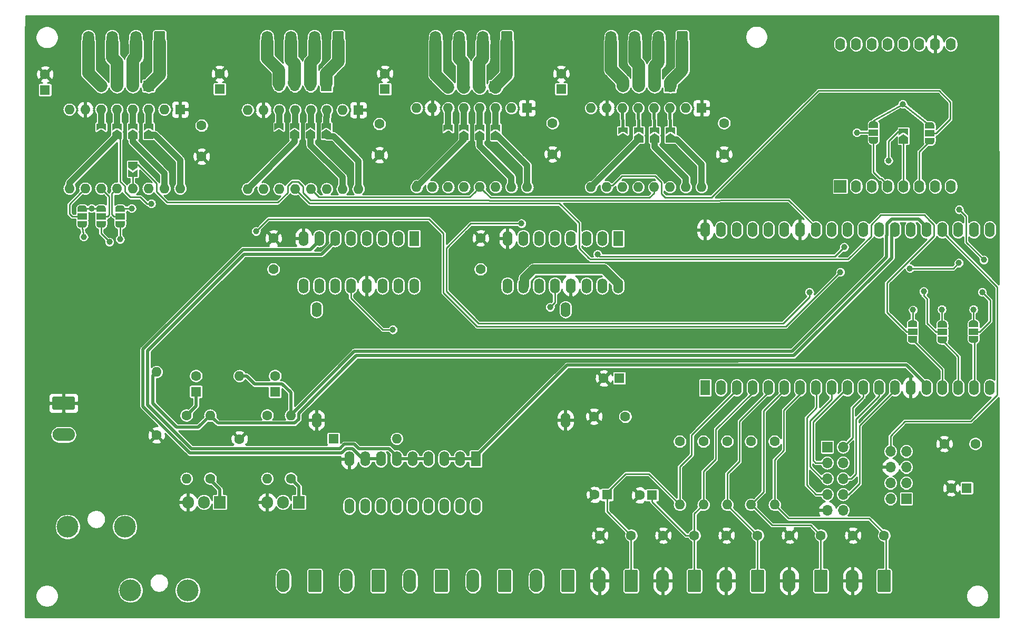
<source format=gbr>
G04 #@! TF.GenerationSoftware,KiCad,Pcbnew,(5.1.2)-2*
G04 #@! TF.CreationDate,2020-02-28T11:58:50-10:00*
G04 #@! TF.ProjectId,Esp32PrinterController,45737033-3250-4726-996e-746572436f6e,rev?*
G04 #@! TF.SameCoordinates,Original*
G04 #@! TF.FileFunction,Copper,L2,Bot*
G04 #@! TF.FilePolarity,Positive*
%FSLAX46Y46*%
G04 Gerber Fmt 4.6, Leading zero omitted, Abs format (unit mm)*
G04 Created by KiCad (PCBNEW (5.1.2)-2) date 2020-02-28 11:58:50*
%MOMM*%
%LPD*%
G04 APERTURE LIST*
%ADD10C,0.100000*%
%ADD11C,2.080000*%
%ADD12O,2.080000X3.600000*%
%ADD13O,3.600000X2.080000*%
%ADD14O,1.600000X2.400000*%
%ADD15R,1.600000X2.400000*%
%ADD16O,1.700000X1.700000*%
%ADD17R,1.700000X1.700000*%
%ADD18O,1.905000X2.000000*%
%ADD19R,1.905000X2.000000*%
%ADD20C,0.300000*%
%ADD21R,1.600000X1.600000*%
%ADD22O,1.600000X1.600000*%
%ADD23C,1.600000*%
%ADD24C,1.800000*%
%ADD25O,1.800000X3.600000*%
%ADD26O,1.600000X2.000000*%
%ADD27R,2.000000X2.000000*%
%ADD28C,0.500000*%
%ADD29R,1.500000X1.000000*%
%ADD30C,3.500000*%
%ADD31C,1.000000*%
%ADD32C,0.500000*%
%ADD33C,0.254000*%
%ADD34C,0.762000*%
%ADD35C,1.500000*%
%ADD36C,2.000000*%
%ADD37C,1.000000*%
%ADD38C,0.300000*%
G04 APERTURE END LIST*
D10*
G36*
X73265505Y-118787704D02*
G01*
X73289773Y-118791304D01*
X73313572Y-118797265D01*
X73336671Y-118805530D01*
X73358850Y-118816020D01*
X73379893Y-118828632D01*
X73399599Y-118843247D01*
X73417777Y-118859723D01*
X73434253Y-118877901D01*
X73448868Y-118897607D01*
X73461480Y-118918650D01*
X73471970Y-118940829D01*
X73480235Y-118963928D01*
X73486196Y-118987727D01*
X73489796Y-119011995D01*
X73491000Y-119036499D01*
X73491000Y-122136501D01*
X73489796Y-122161005D01*
X73486196Y-122185273D01*
X73480235Y-122209072D01*
X73471970Y-122232171D01*
X73461480Y-122254350D01*
X73448868Y-122275393D01*
X73434253Y-122295099D01*
X73417777Y-122313277D01*
X73399599Y-122329753D01*
X73379893Y-122344368D01*
X73358850Y-122356980D01*
X73336671Y-122367470D01*
X73313572Y-122375735D01*
X73289773Y-122381696D01*
X73265505Y-122385296D01*
X73241001Y-122386500D01*
X71660999Y-122386500D01*
X71636495Y-122385296D01*
X71612227Y-122381696D01*
X71588428Y-122375735D01*
X71565329Y-122367470D01*
X71543150Y-122356980D01*
X71522107Y-122344368D01*
X71502401Y-122329753D01*
X71484223Y-122313277D01*
X71467747Y-122295099D01*
X71453132Y-122275393D01*
X71440520Y-122254350D01*
X71430030Y-122232171D01*
X71421765Y-122209072D01*
X71415804Y-122185273D01*
X71412204Y-122161005D01*
X71411000Y-122136501D01*
X71411000Y-119036499D01*
X71412204Y-119011995D01*
X71415804Y-118987727D01*
X71421765Y-118963928D01*
X71430030Y-118940829D01*
X71440520Y-118918650D01*
X71453132Y-118897607D01*
X71467747Y-118877901D01*
X71484223Y-118859723D01*
X71502401Y-118843247D01*
X71522107Y-118828632D01*
X71543150Y-118816020D01*
X71565329Y-118805530D01*
X71588428Y-118797265D01*
X71612227Y-118791304D01*
X71636495Y-118787704D01*
X71660999Y-118786500D01*
X73241001Y-118786500D01*
X73265505Y-118787704D01*
X73265505Y-118787704D01*
G37*
D11*
X72451000Y-120586500D03*
D12*
X67371000Y-120586500D03*
D10*
G36*
X33642005Y-90972704D02*
G01*
X33666273Y-90976304D01*
X33690072Y-90982265D01*
X33713171Y-90990530D01*
X33735350Y-91001020D01*
X33756393Y-91013632D01*
X33776099Y-91028247D01*
X33794277Y-91044723D01*
X33810753Y-91062901D01*
X33825368Y-91082607D01*
X33837980Y-91103650D01*
X33848470Y-91125829D01*
X33856735Y-91148928D01*
X33862696Y-91172727D01*
X33866296Y-91196995D01*
X33867500Y-91221499D01*
X33867500Y-92801501D01*
X33866296Y-92826005D01*
X33862696Y-92850273D01*
X33856735Y-92874072D01*
X33848470Y-92897171D01*
X33837980Y-92919350D01*
X33825368Y-92940393D01*
X33810753Y-92960099D01*
X33794277Y-92978277D01*
X33776099Y-92994753D01*
X33756393Y-93009368D01*
X33735350Y-93021980D01*
X33713171Y-93032470D01*
X33690072Y-93040735D01*
X33666273Y-93046696D01*
X33642005Y-93050296D01*
X33617501Y-93051500D01*
X30517499Y-93051500D01*
X30492995Y-93050296D01*
X30468727Y-93046696D01*
X30444928Y-93040735D01*
X30421829Y-93032470D01*
X30399650Y-93021980D01*
X30378607Y-93009368D01*
X30358901Y-92994753D01*
X30340723Y-92978277D01*
X30324247Y-92960099D01*
X30309632Y-92940393D01*
X30297020Y-92919350D01*
X30286530Y-92897171D01*
X30278265Y-92874072D01*
X30272304Y-92850273D01*
X30268704Y-92826005D01*
X30267500Y-92801501D01*
X30267500Y-91221499D01*
X30268704Y-91196995D01*
X30272304Y-91172727D01*
X30278265Y-91148928D01*
X30286530Y-91125829D01*
X30297020Y-91103650D01*
X30309632Y-91082607D01*
X30324247Y-91062901D01*
X30340723Y-91044723D01*
X30358901Y-91028247D01*
X30378607Y-91013632D01*
X30399650Y-91001020D01*
X30421829Y-90990530D01*
X30444928Y-90982265D01*
X30468727Y-90976304D01*
X30492995Y-90972704D01*
X30517499Y-90971500D01*
X33617501Y-90971500D01*
X33642005Y-90972704D01*
X33642005Y-90972704D01*
G37*
D11*
X32067500Y-92011500D03*
D13*
X32067500Y-97091500D03*
D10*
G36*
X124065505Y-118787704D02*
G01*
X124089773Y-118791304D01*
X124113572Y-118797265D01*
X124136671Y-118805530D01*
X124158850Y-118816020D01*
X124179893Y-118828632D01*
X124199599Y-118843247D01*
X124217777Y-118859723D01*
X124234253Y-118877901D01*
X124248868Y-118897607D01*
X124261480Y-118918650D01*
X124271970Y-118940829D01*
X124280235Y-118963928D01*
X124286196Y-118987727D01*
X124289796Y-119011995D01*
X124291000Y-119036499D01*
X124291000Y-122136501D01*
X124289796Y-122161005D01*
X124286196Y-122185273D01*
X124280235Y-122209072D01*
X124271970Y-122232171D01*
X124261480Y-122254350D01*
X124248868Y-122275393D01*
X124234253Y-122295099D01*
X124217777Y-122313277D01*
X124199599Y-122329753D01*
X124179893Y-122344368D01*
X124158850Y-122356980D01*
X124136671Y-122367470D01*
X124113572Y-122375735D01*
X124089773Y-122381696D01*
X124065505Y-122385296D01*
X124041001Y-122386500D01*
X122460999Y-122386500D01*
X122436495Y-122385296D01*
X122412227Y-122381696D01*
X122388428Y-122375735D01*
X122365329Y-122367470D01*
X122343150Y-122356980D01*
X122322107Y-122344368D01*
X122302401Y-122329753D01*
X122284223Y-122313277D01*
X122267747Y-122295099D01*
X122253132Y-122275393D01*
X122240520Y-122254350D01*
X122230030Y-122232171D01*
X122221765Y-122209072D01*
X122215804Y-122185273D01*
X122212204Y-122161005D01*
X122211000Y-122136501D01*
X122211000Y-119036499D01*
X122212204Y-119011995D01*
X122215804Y-118987727D01*
X122221765Y-118963928D01*
X122230030Y-118940829D01*
X122240520Y-118918650D01*
X122253132Y-118897607D01*
X122267747Y-118877901D01*
X122284223Y-118859723D01*
X122302401Y-118843247D01*
X122322107Y-118828632D01*
X122343150Y-118816020D01*
X122365329Y-118805530D01*
X122388428Y-118797265D01*
X122412227Y-118791304D01*
X122436495Y-118787704D01*
X122460999Y-118786500D01*
X124041001Y-118786500D01*
X124065505Y-118787704D01*
X124065505Y-118787704D01*
G37*
D11*
X123251000Y-120586500D03*
D12*
X118171000Y-120586500D03*
D10*
G36*
X134225505Y-118787704D02*
G01*
X134249773Y-118791304D01*
X134273572Y-118797265D01*
X134296671Y-118805530D01*
X134318850Y-118816020D01*
X134339893Y-118828632D01*
X134359599Y-118843247D01*
X134377777Y-118859723D01*
X134394253Y-118877901D01*
X134408868Y-118897607D01*
X134421480Y-118918650D01*
X134431970Y-118940829D01*
X134440235Y-118963928D01*
X134446196Y-118987727D01*
X134449796Y-119011995D01*
X134451000Y-119036499D01*
X134451000Y-122136501D01*
X134449796Y-122161005D01*
X134446196Y-122185273D01*
X134440235Y-122209072D01*
X134431970Y-122232171D01*
X134421480Y-122254350D01*
X134408868Y-122275393D01*
X134394253Y-122295099D01*
X134377777Y-122313277D01*
X134359599Y-122329753D01*
X134339893Y-122344368D01*
X134318850Y-122356980D01*
X134296671Y-122367470D01*
X134273572Y-122375735D01*
X134249773Y-122381696D01*
X134225505Y-122385296D01*
X134201001Y-122386500D01*
X132620999Y-122386500D01*
X132596495Y-122385296D01*
X132572227Y-122381696D01*
X132548428Y-122375735D01*
X132525329Y-122367470D01*
X132503150Y-122356980D01*
X132482107Y-122344368D01*
X132462401Y-122329753D01*
X132444223Y-122313277D01*
X132427747Y-122295099D01*
X132413132Y-122275393D01*
X132400520Y-122254350D01*
X132390030Y-122232171D01*
X132381765Y-122209072D01*
X132375804Y-122185273D01*
X132372204Y-122161005D01*
X132371000Y-122136501D01*
X132371000Y-119036499D01*
X132372204Y-119011995D01*
X132375804Y-118987727D01*
X132381765Y-118963928D01*
X132390030Y-118940829D01*
X132400520Y-118918650D01*
X132413132Y-118897607D01*
X132427747Y-118877901D01*
X132444223Y-118859723D01*
X132462401Y-118843247D01*
X132482107Y-118828632D01*
X132503150Y-118816020D01*
X132525329Y-118805530D01*
X132548428Y-118797265D01*
X132572227Y-118791304D01*
X132596495Y-118787704D01*
X132620999Y-118786500D01*
X134201001Y-118786500D01*
X134225505Y-118787704D01*
X134225505Y-118787704D01*
G37*
D11*
X133411000Y-120586500D03*
D12*
X128331000Y-120586500D03*
D10*
G36*
X144385505Y-118787704D02*
G01*
X144409773Y-118791304D01*
X144433572Y-118797265D01*
X144456671Y-118805530D01*
X144478850Y-118816020D01*
X144499893Y-118828632D01*
X144519599Y-118843247D01*
X144537777Y-118859723D01*
X144554253Y-118877901D01*
X144568868Y-118897607D01*
X144581480Y-118918650D01*
X144591970Y-118940829D01*
X144600235Y-118963928D01*
X144606196Y-118987727D01*
X144609796Y-119011995D01*
X144611000Y-119036499D01*
X144611000Y-122136501D01*
X144609796Y-122161005D01*
X144606196Y-122185273D01*
X144600235Y-122209072D01*
X144591970Y-122232171D01*
X144581480Y-122254350D01*
X144568868Y-122275393D01*
X144554253Y-122295099D01*
X144537777Y-122313277D01*
X144519599Y-122329753D01*
X144499893Y-122344368D01*
X144478850Y-122356980D01*
X144456671Y-122367470D01*
X144433572Y-122375735D01*
X144409773Y-122381696D01*
X144385505Y-122385296D01*
X144361001Y-122386500D01*
X142780999Y-122386500D01*
X142756495Y-122385296D01*
X142732227Y-122381696D01*
X142708428Y-122375735D01*
X142685329Y-122367470D01*
X142663150Y-122356980D01*
X142642107Y-122344368D01*
X142622401Y-122329753D01*
X142604223Y-122313277D01*
X142587747Y-122295099D01*
X142573132Y-122275393D01*
X142560520Y-122254350D01*
X142550030Y-122232171D01*
X142541765Y-122209072D01*
X142535804Y-122185273D01*
X142532204Y-122161005D01*
X142531000Y-122136501D01*
X142531000Y-119036499D01*
X142532204Y-119011995D01*
X142535804Y-118987727D01*
X142541765Y-118963928D01*
X142550030Y-118940829D01*
X142560520Y-118918650D01*
X142573132Y-118897607D01*
X142587747Y-118877901D01*
X142604223Y-118859723D01*
X142622401Y-118843247D01*
X142642107Y-118828632D01*
X142663150Y-118816020D01*
X142685329Y-118805530D01*
X142708428Y-118797265D01*
X142732227Y-118791304D01*
X142756495Y-118787704D01*
X142780999Y-118786500D01*
X144361001Y-118786500D01*
X144385505Y-118787704D01*
X144385505Y-118787704D01*
G37*
D11*
X143571000Y-120586500D03*
D12*
X138491000Y-120586500D03*
D10*
G36*
X154545505Y-118787704D02*
G01*
X154569773Y-118791304D01*
X154593572Y-118797265D01*
X154616671Y-118805530D01*
X154638850Y-118816020D01*
X154659893Y-118828632D01*
X154679599Y-118843247D01*
X154697777Y-118859723D01*
X154714253Y-118877901D01*
X154728868Y-118897607D01*
X154741480Y-118918650D01*
X154751970Y-118940829D01*
X154760235Y-118963928D01*
X154766196Y-118987727D01*
X154769796Y-119011995D01*
X154771000Y-119036499D01*
X154771000Y-122136501D01*
X154769796Y-122161005D01*
X154766196Y-122185273D01*
X154760235Y-122209072D01*
X154751970Y-122232171D01*
X154741480Y-122254350D01*
X154728868Y-122275393D01*
X154714253Y-122295099D01*
X154697777Y-122313277D01*
X154679599Y-122329753D01*
X154659893Y-122344368D01*
X154638850Y-122356980D01*
X154616671Y-122367470D01*
X154593572Y-122375735D01*
X154569773Y-122381696D01*
X154545505Y-122385296D01*
X154521001Y-122386500D01*
X152940999Y-122386500D01*
X152916495Y-122385296D01*
X152892227Y-122381696D01*
X152868428Y-122375735D01*
X152845329Y-122367470D01*
X152823150Y-122356980D01*
X152802107Y-122344368D01*
X152782401Y-122329753D01*
X152764223Y-122313277D01*
X152747747Y-122295099D01*
X152733132Y-122275393D01*
X152720520Y-122254350D01*
X152710030Y-122232171D01*
X152701765Y-122209072D01*
X152695804Y-122185273D01*
X152692204Y-122161005D01*
X152691000Y-122136501D01*
X152691000Y-119036499D01*
X152692204Y-119011995D01*
X152695804Y-118987727D01*
X152701765Y-118963928D01*
X152710030Y-118940829D01*
X152720520Y-118918650D01*
X152733132Y-118897607D01*
X152747747Y-118877901D01*
X152764223Y-118859723D01*
X152782401Y-118843247D01*
X152802107Y-118828632D01*
X152823150Y-118816020D01*
X152845329Y-118805530D01*
X152868428Y-118797265D01*
X152892227Y-118791304D01*
X152916495Y-118787704D01*
X152940999Y-118786500D01*
X154521001Y-118786500D01*
X154545505Y-118787704D01*
X154545505Y-118787704D01*
G37*
D11*
X153731000Y-120586500D03*
D12*
X148651000Y-120586500D03*
D10*
G36*
X164705505Y-118787704D02*
G01*
X164729773Y-118791304D01*
X164753572Y-118797265D01*
X164776671Y-118805530D01*
X164798850Y-118816020D01*
X164819893Y-118828632D01*
X164839599Y-118843247D01*
X164857777Y-118859723D01*
X164874253Y-118877901D01*
X164888868Y-118897607D01*
X164901480Y-118918650D01*
X164911970Y-118940829D01*
X164920235Y-118963928D01*
X164926196Y-118987727D01*
X164929796Y-119011995D01*
X164931000Y-119036499D01*
X164931000Y-122136501D01*
X164929796Y-122161005D01*
X164926196Y-122185273D01*
X164920235Y-122209072D01*
X164911970Y-122232171D01*
X164901480Y-122254350D01*
X164888868Y-122275393D01*
X164874253Y-122295099D01*
X164857777Y-122313277D01*
X164839599Y-122329753D01*
X164819893Y-122344368D01*
X164798850Y-122356980D01*
X164776671Y-122367470D01*
X164753572Y-122375735D01*
X164729773Y-122381696D01*
X164705505Y-122385296D01*
X164681001Y-122386500D01*
X163100999Y-122386500D01*
X163076495Y-122385296D01*
X163052227Y-122381696D01*
X163028428Y-122375735D01*
X163005329Y-122367470D01*
X162983150Y-122356980D01*
X162962107Y-122344368D01*
X162942401Y-122329753D01*
X162924223Y-122313277D01*
X162907747Y-122295099D01*
X162893132Y-122275393D01*
X162880520Y-122254350D01*
X162870030Y-122232171D01*
X162861765Y-122209072D01*
X162855804Y-122185273D01*
X162852204Y-122161005D01*
X162851000Y-122136501D01*
X162851000Y-119036499D01*
X162852204Y-119011995D01*
X162855804Y-118987727D01*
X162861765Y-118963928D01*
X162870030Y-118940829D01*
X162880520Y-118918650D01*
X162893132Y-118897607D01*
X162907747Y-118877901D01*
X162924223Y-118859723D01*
X162942401Y-118843247D01*
X162962107Y-118828632D01*
X162983150Y-118816020D01*
X163005329Y-118805530D01*
X163028428Y-118797265D01*
X163052227Y-118791304D01*
X163076495Y-118787704D01*
X163100999Y-118786500D01*
X164681001Y-118786500D01*
X164705505Y-118787704D01*
X164705505Y-118787704D01*
G37*
D11*
X163891000Y-120586500D03*
D12*
X158811000Y-120586500D03*
D10*
G36*
X83425505Y-118787704D02*
G01*
X83449773Y-118791304D01*
X83473572Y-118797265D01*
X83496671Y-118805530D01*
X83518850Y-118816020D01*
X83539893Y-118828632D01*
X83559599Y-118843247D01*
X83577777Y-118859723D01*
X83594253Y-118877901D01*
X83608868Y-118897607D01*
X83621480Y-118918650D01*
X83631970Y-118940829D01*
X83640235Y-118963928D01*
X83646196Y-118987727D01*
X83649796Y-119011995D01*
X83651000Y-119036499D01*
X83651000Y-122136501D01*
X83649796Y-122161005D01*
X83646196Y-122185273D01*
X83640235Y-122209072D01*
X83631970Y-122232171D01*
X83621480Y-122254350D01*
X83608868Y-122275393D01*
X83594253Y-122295099D01*
X83577777Y-122313277D01*
X83559599Y-122329753D01*
X83539893Y-122344368D01*
X83518850Y-122356980D01*
X83496671Y-122367470D01*
X83473572Y-122375735D01*
X83449773Y-122381696D01*
X83425505Y-122385296D01*
X83401001Y-122386500D01*
X81820999Y-122386500D01*
X81796495Y-122385296D01*
X81772227Y-122381696D01*
X81748428Y-122375735D01*
X81725329Y-122367470D01*
X81703150Y-122356980D01*
X81682107Y-122344368D01*
X81662401Y-122329753D01*
X81644223Y-122313277D01*
X81627747Y-122295099D01*
X81613132Y-122275393D01*
X81600520Y-122254350D01*
X81590030Y-122232171D01*
X81581765Y-122209072D01*
X81575804Y-122185273D01*
X81572204Y-122161005D01*
X81571000Y-122136501D01*
X81571000Y-119036499D01*
X81572204Y-119011995D01*
X81575804Y-118987727D01*
X81581765Y-118963928D01*
X81590030Y-118940829D01*
X81600520Y-118918650D01*
X81613132Y-118897607D01*
X81627747Y-118877901D01*
X81644223Y-118859723D01*
X81662401Y-118843247D01*
X81682107Y-118828632D01*
X81703150Y-118816020D01*
X81725329Y-118805530D01*
X81748428Y-118797265D01*
X81772227Y-118791304D01*
X81796495Y-118787704D01*
X81820999Y-118786500D01*
X83401001Y-118786500D01*
X83425505Y-118787704D01*
X83425505Y-118787704D01*
G37*
D11*
X82611000Y-120586500D03*
D12*
X77531000Y-120586500D03*
D10*
G36*
X113905505Y-118787704D02*
G01*
X113929773Y-118791304D01*
X113953572Y-118797265D01*
X113976671Y-118805530D01*
X113998850Y-118816020D01*
X114019893Y-118828632D01*
X114039599Y-118843247D01*
X114057777Y-118859723D01*
X114074253Y-118877901D01*
X114088868Y-118897607D01*
X114101480Y-118918650D01*
X114111970Y-118940829D01*
X114120235Y-118963928D01*
X114126196Y-118987727D01*
X114129796Y-119011995D01*
X114131000Y-119036499D01*
X114131000Y-122136501D01*
X114129796Y-122161005D01*
X114126196Y-122185273D01*
X114120235Y-122209072D01*
X114111970Y-122232171D01*
X114101480Y-122254350D01*
X114088868Y-122275393D01*
X114074253Y-122295099D01*
X114057777Y-122313277D01*
X114039599Y-122329753D01*
X114019893Y-122344368D01*
X113998850Y-122356980D01*
X113976671Y-122367470D01*
X113953572Y-122375735D01*
X113929773Y-122381696D01*
X113905505Y-122385296D01*
X113881001Y-122386500D01*
X112300999Y-122386500D01*
X112276495Y-122385296D01*
X112252227Y-122381696D01*
X112228428Y-122375735D01*
X112205329Y-122367470D01*
X112183150Y-122356980D01*
X112162107Y-122344368D01*
X112142401Y-122329753D01*
X112124223Y-122313277D01*
X112107747Y-122295099D01*
X112093132Y-122275393D01*
X112080520Y-122254350D01*
X112070030Y-122232171D01*
X112061765Y-122209072D01*
X112055804Y-122185273D01*
X112052204Y-122161005D01*
X112051000Y-122136501D01*
X112051000Y-119036499D01*
X112052204Y-119011995D01*
X112055804Y-118987727D01*
X112061765Y-118963928D01*
X112070030Y-118940829D01*
X112080520Y-118918650D01*
X112093132Y-118897607D01*
X112107747Y-118877901D01*
X112124223Y-118859723D01*
X112142401Y-118843247D01*
X112162107Y-118828632D01*
X112183150Y-118816020D01*
X112205329Y-118805530D01*
X112228428Y-118797265D01*
X112252227Y-118791304D01*
X112276495Y-118787704D01*
X112300999Y-118786500D01*
X113881001Y-118786500D01*
X113905505Y-118787704D01*
X113905505Y-118787704D01*
G37*
D11*
X113091000Y-120586500D03*
D12*
X108011000Y-120586500D03*
D10*
G36*
X103745505Y-118787704D02*
G01*
X103769773Y-118791304D01*
X103793572Y-118797265D01*
X103816671Y-118805530D01*
X103838850Y-118816020D01*
X103859893Y-118828632D01*
X103879599Y-118843247D01*
X103897777Y-118859723D01*
X103914253Y-118877901D01*
X103928868Y-118897607D01*
X103941480Y-118918650D01*
X103951970Y-118940829D01*
X103960235Y-118963928D01*
X103966196Y-118987727D01*
X103969796Y-119011995D01*
X103971000Y-119036499D01*
X103971000Y-122136501D01*
X103969796Y-122161005D01*
X103966196Y-122185273D01*
X103960235Y-122209072D01*
X103951970Y-122232171D01*
X103941480Y-122254350D01*
X103928868Y-122275393D01*
X103914253Y-122295099D01*
X103897777Y-122313277D01*
X103879599Y-122329753D01*
X103859893Y-122344368D01*
X103838850Y-122356980D01*
X103816671Y-122367470D01*
X103793572Y-122375735D01*
X103769773Y-122381696D01*
X103745505Y-122385296D01*
X103721001Y-122386500D01*
X102140999Y-122386500D01*
X102116495Y-122385296D01*
X102092227Y-122381696D01*
X102068428Y-122375735D01*
X102045329Y-122367470D01*
X102023150Y-122356980D01*
X102002107Y-122344368D01*
X101982401Y-122329753D01*
X101964223Y-122313277D01*
X101947747Y-122295099D01*
X101933132Y-122275393D01*
X101920520Y-122254350D01*
X101910030Y-122232171D01*
X101901765Y-122209072D01*
X101895804Y-122185273D01*
X101892204Y-122161005D01*
X101891000Y-122136501D01*
X101891000Y-119036499D01*
X101892204Y-119011995D01*
X101895804Y-118987727D01*
X101901765Y-118963928D01*
X101910030Y-118940829D01*
X101920520Y-118918650D01*
X101933132Y-118897607D01*
X101947747Y-118877901D01*
X101964223Y-118859723D01*
X101982401Y-118843247D01*
X102002107Y-118828632D01*
X102023150Y-118816020D01*
X102045329Y-118805530D01*
X102068428Y-118797265D01*
X102092227Y-118791304D01*
X102116495Y-118787704D01*
X102140999Y-118786500D01*
X103721001Y-118786500D01*
X103745505Y-118787704D01*
X103745505Y-118787704D01*
G37*
D11*
X102931000Y-120586500D03*
D12*
X97851000Y-120586500D03*
D10*
G36*
X93585505Y-118787704D02*
G01*
X93609773Y-118791304D01*
X93633572Y-118797265D01*
X93656671Y-118805530D01*
X93678850Y-118816020D01*
X93699893Y-118828632D01*
X93719599Y-118843247D01*
X93737777Y-118859723D01*
X93754253Y-118877901D01*
X93768868Y-118897607D01*
X93781480Y-118918650D01*
X93791970Y-118940829D01*
X93800235Y-118963928D01*
X93806196Y-118987727D01*
X93809796Y-119011995D01*
X93811000Y-119036499D01*
X93811000Y-122136501D01*
X93809796Y-122161005D01*
X93806196Y-122185273D01*
X93800235Y-122209072D01*
X93791970Y-122232171D01*
X93781480Y-122254350D01*
X93768868Y-122275393D01*
X93754253Y-122295099D01*
X93737777Y-122313277D01*
X93719599Y-122329753D01*
X93699893Y-122344368D01*
X93678850Y-122356980D01*
X93656671Y-122367470D01*
X93633572Y-122375735D01*
X93609773Y-122381696D01*
X93585505Y-122385296D01*
X93561001Y-122386500D01*
X91980999Y-122386500D01*
X91956495Y-122385296D01*
X91932227Y-122381696D01*
X91908428Y-122375735D01*
X91885329Y-122367470D01*
X91863150Y-122356980D01*
X91842107Y-122344368D01*
X91822401Y-122329753D01*
X91804223Y-122313277D01*
X91787747Y-122295099D01*
X91773132Y-122275393D01*
X91760520Y-122254350D01*
X91750030Y-122232171D01*
X91741765Y-122209072D01*
X91735804Y-122185273D01*
X91732204Y-122161005D01*
X91731000Y-122136501D01*
X91731000Y-119036499D01*
X91732204Y-119011995D01*
X91735804Y-118987727D01*
X91741765Y-118963928D01*
X91750030Y-118940829D01*
X91760520Y-118918650D01*
X91773132Y-118897607D01*
X91787747Y-118877901D01*
X91804223Y-118859723D01*
X91822401Y-118843247D01*
X91842107Y-118828632D01*
X91863150Y-118816020D01*
X91885329Y-118805530D01*
X91908428Y-118797265D01*
X91932227Y-118791304D01*
X91956495Y-118787704D01*
X91980999Y-118786500D01*
X93561001Y-118786500D01*
X93585505Y-118787704D01*
X93585505Y-118787704D01*
G37*
D11*
X92771000Y-120586500D03*
D12*
X87691000Y-120586500D03*
D14*
X180859000Y-64135000D03*
X178319000Y-64135000D03*
X175779000Y-64135000D03*
X173239000Y-64135000D03*
X170699000Y-64135000D03*
X168159000Y-64135000D03*
X165619000Y-64135000D03*
X163079000Y-64135000D03*
X160539000Y-64135000D03*
X157999000Y-64135000D03*
X155459000Y-64135000D03*
X152919000Y-64135000D03*
X150379000Y-64135000D03*
X147839000Y-64135000D03*
X145299000Y-64135000D03*
X142759000Y-64135000D03*
X140219000Y-64135000D03*
X137679000Y-64135000D03*
X135139000Y-64135000D03*
X178319000Y-89535000D03*
X175779000Y-89535000D03*
X173239000Y-89535000D03*
X170699000Y-89535000D03*
X168159000Y-89535000D03*
X165619000Y-89535000D03*
X163079000Y-89535000D03*
X160539000Y-89535000D03*
X157999000Y-89535000D03*
X155459000Y-89535000D03*
X152919000Y-89535000D03*
X150379000Y-89535000D03*
X147839000Y-89535000D03*
X145299000Y-89535000D03*
X142759000Y-89535000D03*
X140219000Y-89535000D03*
X180859000Y-89535000D03*
X137679000Y-89535000D03*
D15*
X135139000Y-89535000D03*
D16*
X164909500Y-99758500D03*
X167449500Y-99758500D03*
X164909500Y-102298500D03*
X167449500Y-102298500D03*
X164909500Y-104838500D03*
X167449500Y-104838500D03*
X164909500Y-107378500D03*
D17*
X167449500Y-107378500D03*
D16*
X157289500Y-109220000D03*
X154749500Y-109220000D03*
X157289500Y-106680000D03*
X154749500Y-106680000D03*
X157289500Y-104140000D03*
X154749500Y-104140000D03*
X157289500Y-101600000D03*
X154749500Y-101600000D03*
X157289500Y-99060000D03*
D17*
X154749500Y-99060000D03*
D18*
X64770000Y-107950000D03*
X67310000Y-107950000D03*
D19*
X69850000Y-107950000D03*
D18*
X52070000Y-107950000D03*
X54610000Y-107950000D03*
D19*
X57150000Y-107950000D03*
D20*
X96393000Y-49202000D03*
D10*
G36*
X96393000Y-48202000D02*
G01*
X97143000Y-48702000D01*
X97143000Y-49702000D01*
X95643000Y-49702000D01*
X95643000Y-48702000D01*
X96393000Y-48202000D01*
X96393000Y-48202000D01*
G37*
D20*
X96393000Y-47752000D03*
D10*
G36*
X97143000Y-47252000D02*
G01*
X97143000Y-48402000D01*
X96393000Y-47902000D01*
X95643000Y-48402000D01*
X95643000Y-47252000D01*
X97143000Y-47252000D01*
X97143000Y-47252000D01*
G37*
D21*
X106553000Y-44577000D03*
D22*
X88773000Y-57277000D03*
X104013000Y-44577000D03*
X91313000Y-57277000D03*
X101473000Y-44577000D03*
X93853000Y-57277000D03*
X98933000Y-44577000D03*
X96393000Y-57277000D03*
X96393000Y-44577000D03*
X98933000Y-57277000D03*
X93853000Y-44577000D03*
X101473000Y-57277000D03*
X91313000Y-44577000D03*
X104013000Y-57277000D03*
X88773000Y-44577000D03*
X106553000Y-57277000D03*
D23*
X46990000Y-97155000D03*
D22*
X46990000Y-86995000D03*
D23*
X66040000Y-87630000D03*
D21*
X66040000Y-90170000D03*
X53340000Y-90170000D03*
D23*
X53340000Y-87630000D03*
D22*
X51816000Y-104140000D03*
D23*
X51816000Y-93980000D03*
X55626000Y-104140000D03*
D22*
X55626000Y-93980000D03*
D23*
X117301000Y-94170500D03*
X122301000Y-94170500D03*
X178562000Y-98552000D03*
X173562000Y-98552000D03*
X118251000Y-113284000D03*
X123251000Y-113284000D03*
X128411000Y-113284000D03*
X133411000Y-113284000D03*
X134874000Y-98171000D03*
D22*
X134874000Y-108331000D03*
X68580000Y-93980000D03*
D23*
X68580000Y-104140000D03*
D22*
X60325000Y-87630000D03*
D23*
X60325000Y-97790000D03*
D22*
X64770000Y-104140000D03*
D23*
X64770000Y-93980000D03*
D21*
X75438000Y-97726500D03*
D22*
X85598000Y-97726500D03*
D14*
X72710000Y-76962000D03*
X72710000Y-94742000D03*
X112710000Y-76962000D03*
X112710000Y-94742000D03*
D23*
X138571000Y-113284000D03*
X143571000Y-113284000D03*
X99060000Y-70485000D03*
X99060000Y-65485000D03*
X158891000Y-113284000D03*
X163891000Y-113284000D03*
X65786000Y-65485000D03*
X65786000Y-70485000D03*
X153731000Y-113284000D03*
X148731000Y-113284000D03*
X138684000Y-98171000D03*
D22*
X138684000Y-108331000D03*
D23*
X142494000Y-98171000D03*
D22*
X142494000Y-108331000D03*
D23*
X146304000Y-98171000D03*
D22*
X146304000Y-108331000D03*
X131064000Y-108331000D03*
D23*
X131064000Y-98171000D03*
D10*
G36*
X48172504Y-32201204D02*
G01*
X48196773Y-32204804D01*
X48220571Y-32210765D01*
X48243671Y-32219030D01*
X48265849Y-32229520D01*
X48286893Y-32242133D01*
X48306598Y-32256747D01*
X48324777Y-32273223D01*
X48341253Y-32291402D01*
X48355867Y-32311107D01*
X48368480Y-32332151D01*
X48378970Y-32354329D01*
X48387235Y-32377429D01*
X48393196Y-32401227D01*
X48396796Y-32425496D01*
X48398000Y-32450000D01*
X48398000Y-35550000D01*
X48396796Y-35574504D01*
X48393196Y-35598773D01*
X48387235Y-35622571D01*
X48378970Y-35645671D01*
X48368480Y-35667849D01*
X48355867Y-35688893D01*
X48341253Y-35708598D01*
X48324777Y-35726777D01*
X48306598Y-35743253D01*
X48286893Y-35757867D01*
X48265849Y-35770480D01*
X48243671Y-35780970D01*
X48220571Y-35789235D01*
X48196773Y-35795196D01*
X48172504Y-35798796D01*
X48148000Y-35800000D01*
X46848000Y-35800000D01*
X46823496Y-35798796D01*
X46799227Y-35795196D01*
X46775429Y-35789235D01*
X46752329Y-35780970D01*
X46730151Y-35770480D01*
X46709107Y-35757867D01*
X46689402Y-35743253D01*
X46671223Y-35726777D01*
X46654747Y-35708598D01*
X46640133Y-35688893D01*
X46627520Y-35667849D01*
X46617030Y-35645671D01*
X46608765Y-35622571D01*
X46602804Y-35598773D01*
X46599204Y-35574504D01*
X46598000Y-35550000D01*
X46598000Y-32450000D01*
X46599204Y-32425496D01*
X46602804Y-32401227D01*
X46608765Y-32377429D01*
X46617030Y-32354329D01*
X46627520Y-32332151D01*
X46640133Y-32311107D01*
X46654747Y-32291402D01*
X46671223Y-32273223D01*
X46689402Y-32256747D01*
X46709107Y-32242133D01*
X46730151Y-32229520D01*
X46752329Y-32219030D01*
X46775429Y-32210765D01*
X46799227Y-32204804D01*
X46823496Y-32201204D01*
X46848000Y-32200000D01*
X48148000Y-32200000D01*
X48172504Y-32201204D01*
X48172504Y-32201204D01*
G37*
D24*
X47498000Y-34000000D03*
D25*
X43688000Y-34000000D03*
X39878000Y-34000000D03*
X36068000Y-34000000D03*
X64770000Y-34000000D03*
X68580000Y-34000000D03*
X72390000Y-34000000D03*
D10*
G36*
X76874504Y-32201204D02*
G01*
X76898773Y-32204804D01*
X76922571Y-32210765D01*
X76945671Y-32219030D01*
X76967849Y-32229520D01*
X76988893Y-32242133D01*
X77008598Y-32256747D01*
X77026777Y-32273223D01*
X77043253Y-32291402D01*
X77057867Y-32311107D01*
X77070480Y-32332151D01*
X77080970Y-32354329D01*
X77089235Y-32377429D01*
X77095196Y-32401227D01*
X77098796Y-32425496D01*
X77100000Y-32450000D01*
X77100000Y-35550000D01*
X77098796Y-35574504D01*
X77095196Y-35598773D01*
X77089235Y-35622571D01*
X77080970Y-35645671D01*
X77070480Y-35667849D01*
X77057867Y-35688893D01*
X77043253Y-35708598D01*
X77026777Y-35726777D01*
X77008598Y-35743253D01*
X76988893Y-35757867D01*
X76967849Y-35770480D01*
X76945671Y-35780970D01*
X76922571Y-35789235D01*
X76898773Y-35795196D01*
X76874504Y-35798796D01*
X76850000Y-35800000D01*
X75550000Y-35800000D01*
X75525496Y-35798796D01*
X75501227Y-35795196D01*
X75477429Y-35789235D01*
X75454329Y-35780970D01*
X75432151Y-35770480D01*
X75411107Y-35757867D01*
X75391402Y-35743253D01*
X75373223Y-35726777D01*
X75356747Y-35708598D01*
X75342133Y-35688893D01*
X75329520Y-35667849D01*
X75319030Y-35645671D01*
X75310765Y-35622571D01*
X75304804Y-35598773D01*
X75301204Y-35574504D01*
X75300000Y-35550000D01*
X75300000Y-32450000D01*
X75301204Y-32425496D01*
X75304804Y-32401227D01*
X75310765Y-32377429D01*
X75319030Y-32354329D01*
X75329520Y-32332151D01*
X75342133Y-32311107D01*
X75356747Y-32291402D01*
X75373223Y-32273223D01*
X75391402Y-32256747D01*
X75411107Y-32242133D01*
X75432151Y-32229520D01*
X75454329Y-32219030D01*
X75477429Y-32210765D01*
X75501227Y-32204804D01*
X75525496Y-32201204D01*
X75550000Y-32200000D01*
X76850000Y-32200000D01*
X76874504Y-32201204D01*
X76874504Y-32201204D01*
G37*
D24*
X76200000Y-34000000D03*
D10*
G36*
X103925504Y-32201204D02*
G01*
X103949773Y-32204804D01*
X103973571Y-32210765D01*
X103996671Y-32219030D01*
X104018849Y-32229520D01*
X104039893Y-32242133D01*
X104059598Y-32256747D01*
X104077777Y-32273223D01*
X104094253Y-32291402D01*
X104108867Y-32311107D01*
X104121480Y-32332151D01*
X104131970Y-32354329D01*
X104140235Y-32377429D01*
X104146196Y-32401227D01*
X104149796Y-32425496D01*
X104151000Y-32450000D01*
X104151000Y-35550000D01*
X104149796Y-35574504D01*
X104146196Y-35598773D01*
X104140235Y-35622571D01*
X104131970Y-35645671D01*
X104121480Y-35667849D01*
X104108867Y-35688893D01*
X104094253Y-35708598D01*
X104077777Y-35726777D01*
X104059598Y-35743253D01*
X104039893Y-35757867D01*
X104018849Y-35770480D01*
X103996671Y-35780970D01*
X103973571Y-35789235D01*
X103949773Y-35795196D01*
X103925504Y-35798796D01*
X103901000Y-35800000D01*
X102601000Y-35800000D01*
X102576496Y-35798796D01*
X102552227Y-35795196D01*
X102528429Y-35789235D01*
X102505329Y-35780970D01*
X102483151Y-35770480D01*
X102462107Y-35757867D01*
X102442402Y-35743253D01*
X102424223Y-35726777D01*
X102407747Y-35708598D01*
X102393133Y-35688893D01*
X102380520Y-35667849D01*
X102370030Y-35645671D01*
X102361765Y-35622571D01*
X102355804Y-35598773D01*
X102352204Y-35574504D01*
X102351000Y-35550000D01*
X102351000Y-32450000D01*
X102352204Y-32425496D01*
X102355804Y-32401227D01*
X102361765Y-32377429D01*
X102370030Y-32354329D01*
X102380520Y-32332151D01*
X102393133Y-32311107D01*
X102407747Y-32291402D01*
X102424223Y-32273223D01*
X102442402Y-32256747D01*
X102462107Y-32242133D01*
X102483151Y-32229520D01*
X102505329Y-32219030D01*
X102528429Y-32210765D01*
X102552227Y-32204804D01*
X102576496Y-32201204D01*
X102601000Y-32200000D01*
X103901000Y-32200000D01*
X103925504Y-32201204D01*
X103925504Y-32201204D01*
G37*
D24*
X103251000Y-34000000D03*
D25*
X99441000Y-34000000D03*
X95631000Y-34000000D03*
X91821000Y-34000000D03*
X120015000Y-34000000D03*
X123825000Y-34000000D03*
X127635000Y-34000000D03*
D10*
G36*
X132119504Y-32201204D02*
G01*
X132143773Y-32204804D01*
X132167571Y-32210765D01*
X132190671Y-32219030D01*
X132212849Y-32229520D01*
X132233893Y-32242133D01*
X132253598Y-32256747D01*
X132271777Y-32273223D01*
X132288253Y-32291402D01*
X132302867Y-32311107D01*
X132315480Y-32332151D01*
X132325970Y-32354329D01*
X132334235Y-32377429D01*
X132340196Y-32401227D01*
X132343796Y-32425496D01*
X132345000Y-32450000D01*
X132345000Y-35550000D01*
X132343796Y-35574504D01*
X132340196Y-35598773D01*
X132334235Y-35622571D01*
X132325970Y-35645671D01*
X132315480Y-35667849D01*
X132302867Y-35688893D01*
X132288253Y-35708598D01*
X132271777Y-35726777D01*
X132253598Y-35743253D01*
X132233893Y-35757867D01*
X132212849Y-35770480D01*
X132190671Y-35780970D01*
X132167571Y-35789235D01*
X132143773Y-35795196D01*
X132119504Y-35798796D01*
X132095000Y-35800000D01*
X130795000Y-35800000D01*
X130770496Y-35798796D01*
X130746227Y-35795196D01*
X130722429Y-35789235D01*
X130699329Y-35780970D01*
X130677151Y-35770480D01*
X130656107Y-35757867D01*
X130636402Y-35743253D01*
X130618223Y-35726777D01*
X130601747Y-35708598D01*
X130587133Y-35688893D01*
X130574520Y-35667849D01*
X130564030Y-35645671D01*
X130555765Y-35622571D01*
X130549804Y-35598773D01*
X130546204Y-35574504D01*
X130545000Y-35550000D01*
X130545000Y-32450000D01*
X130546204Y-32425496D01*
X130549804Y-32401227D01*
X130555765Y-32377429D01*
X130564030Y-32354329D01*
X130574520Y-32332151D01*
X130587133Y-32311107D01*
X130601747Y-32291402D01*
X130618223Y-32273223D01*
X130636402Y-32256747D01*
X130656107Y-32242133D01*
X130677151Y-32229520D01*
X130699329Y-32219030D01*
X130722429Y-32210765D01*
X130746227Y-32204804D01*
X130770496Y-32201204D01*
X130795000Y-32200000D01*
X132095000Y-32200000D01*
X132119504Y-32201204D01*
X132119504Y-32201204D01*
G37*
D24*
X131445000Y-34000000D03*
D20*
X43180000Y-53668000D03*
D10*
G36*
X43180000Y-54668000D02*
G01*
X42430000Y-54168000D01*
X42430000Y-53168000D01*
X43930000Y-53168000D01*
X43930000Y-54168000D01*
X43180000Y-54668000D01*
X43180000Y-54668000D01*
G37*
D20*
X43180000Y-55118000D03*
D10*
G36*
X42430000Y-55618000D02*
G01*
X42430000Y-54468000D01*
X43180000Y-54968000D01*
X43930000Y-54468000D01*
X43930000Y-55618000D01*
X42430000Y-55618000D01*
X42430000Y-55618000D01*
G37*
D20*
X38100000Y-47572000D03*
D10*
G36*
X38850000Y-47072000D02*
G01*
X38850000Y-48222000D01*
X38100000Y-47722000D01*
X37350000Y-48222000D01*
X37350000Y-47072000D01*
X38850000Y-47072000D01*
X38850000Y-47072000D01*
G37*
D20*
X38100000Y-49022000D03*
D10*
G36*
X38100000Y-48022000D02*
G01*
X38850000Y-48522000D01*
X38850000Y-49522000D01*
X37350000Y-49522000D01*
X37350000Y-48522000D01*
X38100000Y-48022000D01*
X38100000Y-48022000D01*
G37*
D20*
X40640000Y-49022000D03*
D10*
G36*
X40640000Y-48022000D02*
G01*
X41390000Y-48522000D01*
X41390000Y-49522000D01*
X39890000Y-49522000D01*
X39890000Y-48522000D01*
X40640000Y-48022000D01*
X40640000Y-48022000D01*
G37*
D20*
X40640000Y-47572000D03*
D10*
G36*
X41390000Y-47072000D02*
G01*
X41390000Y-48222000D01*
X40640000Y-47722000D01*
X39890000Y-48222000D01*
X39890000Y-47072000D01*
X41390000Y-47072000D01*
X41390000Y-47072000D01*
G37*
D20*
X43180000Y-47572000D03*
D10*
G36*
X43930000Y-47072000D02*
G01*
X43930000Y-48222000D01*
X43180000Y-47722000D01*
X42430000Y-48222000D01*
X42430000Y-47072000D01*
X43930000Y-47072000D01*
X43930000Y-47072000D01*
G37*
D20*
X43180000Y-49022000D03*
D10*
G36*
X43180000Y-48022000D02*
G01*
X43930000Y-48522000D01*
X43930000Y-49522000D01*
X42430000Y-49522000D01*
X42430000Y-48522000D01*
X43180000Y-48022000D01*
X43180000Y-48022000D01*
G37*
D20*
X45720000Y-49022000D03*
D10*
G36*
X45720000Y-48022000D02*
G01*
X46470000Y-48522000D01*
X46470000Y-49522000D01*
X44970000Y-49522000D01*
X44970000Y-48522000D01*
X45720000Y-48022000D01*
X45720000Y-48022000D01*
G37*
D20*
X45720000Y-47572000D03*
D10*
G36*
X46470000Y-47072000D02*
G01*
X46470000Y-48222000D01*
X45720000Y-47722000D01*
X44970000Y-48222000D01*
X44970000Y-47072000D01*
X46470000Y-47072000D01*
X46470000Y-47072000D01*
G37*
D20*
X167005000Y-49784000D03*
D10*
G36*
X167005000Y-48784000D02*
G01*
X167755000Y-49284000D01*
X167755000Y-50284000D01*
X166255000Y-50284000D01*
X166255000Y-49284000D01*
X167005000Y-48784000D01*
X167005000Y-48784000D01*
G37*
D20*
X167005000Y-48334000D03*
D10*
G36*
X167755000Y-47834000D02*
G01*
X167755000Y-48984000D01*
X167005000Y-48484000D01*
X166255000Y-48984000D01*
X166255000Y-47834000D01*
X167755000Y-47834000D01*
X167755000Y-47834000D01*
G37*
D20*
X66675000Y-47535000D03*
D10*
G36*
X67425000Y-47035000D02*
G01*
X67425000Y-48185000D01*
X66675000Y-47685000D01*
X65925000Y-48185000D01*
X65925000Y-47035000D01*
X67425000Y-47035000D01*
X67425000Y-47035000D01*
G37*
D20*
X66675000Y-48985000D03*
D10*
G36*
X66675000Y-47985000D02*
G01*
X67425000Y-48485000D01*
X67425000Y-49485000D01*
X65925000Y-49485000D01*
X65925000Y-48485000D01*
X66675000Y-47985000D01*
X66675000Y-47985000D01*
G37*
D20*
X69215000Y-47535000D03*
D10*
G36*
X69965000Y-47035000D02*
G01*
X69965000Y-48185000D01*
X69215000Y-47685000D01*
X68465000Y-48185000D01*
X68465000Y-47035000D01*
X69965000Y-47035000D01*
X69965000Y-47035000D01*
G37*
D20*
X69215000Y-48985000D03*
D10*
G36*
X69215000Y-47985000D02*
G01*
X69965000Y-48485000D01*
X69965000Y-49485000D01*
X68465000Y-49485000D01*
X68465000Y-48485000D01*
X69215000Y-47985000D01*
X69215000Y-47985000D01*
G37*
D20*
X71755000Y-48985000D03*
D10*
G36*
X71755000Y-47985000D02*
G01*
X72505000Y-48485000D01*
X72505000Y-49485000D01*
X71005000Y-49485000D01*
X71005000Y-48485000D01*
X71755000Y-47985000D01*
X71755000Y-47985000D01*
G37*
D20*
X71755000Y-47535000D03*
D10*
G36*
X72505000Y-47035000D02*
G01*
X72505000Y-48185000D01*
X71755000Y-47685000D01*
X71005000Y-48185000D01*
X71005000Y-47035000D01*
X72505000Y-47035000D01*
X72505000Y-47035000D01*
G37*
D20*
X74295000Y-47535000D03*
D10*
G36*
X75045000Y-47035000D02*
G01*
X75045000Y-48185000D01*
X74295000Y-47685000D01*
X73545000Y-48185000D01*
X73545000Y-47035000D01*
X75045000Y-47035000D01*
X75045000Y-47035000D01*
G37*
D20*
X74295000Y-48985000D03*
D10*
G36*
X74295000Y-47985000D02*
G01*
X75045000Y-48485000D01*
X75045000Y-49485000D01*
X73545000Y-49485000D01*
X73545000Y-48485000D01*
X74295000Y-47985000D01*
X74295000Y-47985000D01*
G37*
D20*
X93853000Y-47752000D03*
D10*
G36*
X94603000Y-47252000D02*
G01*
X94603000Y-48402000D01*
X93853000Y-47902000D01*
X93103000Y-48402000D01*
X93103000Y-47252000D01*
X94603000Y-47252000D01*
X94603000Y-47252000D01*
G37*
D20*
X93853000Y-49202000D03*
D10*
G36*
X93853000Y-48202000D02*
G01*
X94603000Y-48702000D01*
X94603000Y-49702000D01*
X93103000Y-49702000D01*
X93103000Y-48702000D01*
X93853000Y-48202000D01*
X93853000Y-48202000D01*
G37*
D20*
X98933000Y-47752000D03*
D10*
G36*
X99683000Y-47252000D02*
G01*
X99683000Y-48402000D01*
X98933000Y-47902000D01*
X98183000Y-48402000D01*
X98183000Y-47252000D01*
X99683000Y-47252000D01*
X99683000Y-47252000D01*
G37*
D20*
X98933000Y-49202000D03*
D10*
G36*
X98933000Y-48202000D02*
G01*
X99683000Y-48702000D01*
X99683000Y-49702000D01*
X98183000Y-49702000D01*
X98183000Y-48702000D01*
X98933000Y-48202000D01*
X98933000Y-48202000D01*
G37*
D20*
X101473000Y-49202000D03*
D10*
G36*
X101473000Y-48202000D02*
G01*
X102223000Y-48702000D01*
X102223000Y-49702000D01*
X100723000Y-49702000D01*
X100723000Y-48702000D01*
X101473000Y-48202000D01*
X101473000Y-48202000D01*
G37*
D20*
X101473000Y-47752000D03*
D10*
G36*
X102223000Y-47252000D02*
G01*
X102223000Y-48402000D01*
X101473000Y-47902000D01*
X100723000Y-48402000D01*
X100723000Y-47252000D01*
X102223000Y-47252000D01*
X102223000Y-47252000D01*
G37*
D20*
X121920000Y-49620000D03*
D10*
G36*
X121920000Y-48620000D02*
G01*
X122670000Y-49120000D01*
X122670000Y-50120000D01*
X121170000Y-50120000D01*
X121170000Y-49120000D01*
X121920000Y-48620000D01*
X121920000Y-48620000D01*
G37*
D20*
X121920000Y-48170000D03*
D10*
G36*
X122670000Y-47670000D02*
G01*
X122670000Y-48820000D01*
X121920000Y-48320000D01*
X121170000Y-48820000D01*
X121170000Y-47670000D01*
X122670000Y-47670000D01*
X122670000Y-47670000D01*
G37*
D20*
X124460000Y-48170000D03*
D10*
G36*
X125210000Y-47670000D02*
G01*
X125210000Y-48820000D01*
X124460000Y-48320000D01*
X123710000Y-48820000D01*
X123710000Y-47670000D01*
X125210000Y-47670000D01*
X125210000Y-47670000D01*
G37*
D20*
X124460000Y-49620000D03*
D10*
G36*
X124460000Y-48620000D02*
G01*
X125210000Y-49120000D01*
X125210000Y-50120000D01*
X123710000Y-50120000D01*
X123710000Y-49120000D01*
X124460000Y-48620000D01*
X124460000Y-48620000D01*
G37*
D20*
X127000000Y-49620000D03*
D10*
G36*
X127000000Y-48620000D02*
G01*
X127750000Y-49120000D01*
X127750000Y-50120000D01*
X126250000Y-50120000D01*
X126250000Y-49120000D01*
X127000000Y-48620000D01*
X127000000Y-48620000D01*
G37*
D20*
X127000000Y-48170000D03*
D10*
G36*
X127750000Y-47670000D02*
G01*
X127750000Y-48820000D01*
X127000000Y-48320000D01*
X126250000Y-48820000D01*
X126250000Y-47670000D01*
X127750000Y-47670000D01*
X127750000Y-47670000D01*
G37*
D20*
X129540000Y-48170000D03*
D10*
G36*
X130290000Y-47670000D02*
G01*
X130290000Y-48820000D01*
X129540000Y-48320000D01*
X128790000Y-48820000D01*
X128790000Y-47670000D01*
X130290000Y-47670000D01*
X130290000Y-47670000D01*
G37*
D20*
X129540000Y-49620000D03*
D10*
G36*
X129540000Y-48620000D02*
G01*
X130290000Y-49120000D01*
X130290000Y-50120000D01*
X128790000Y-50120000D01*
X128790000Y-49120000D01*
X129540000Y-48620000D01*
X129540000Y-48620000D01*
G37*
D26*
X159385000Y-57150000D03*
D27*
X156845000Y-57150000D03*
D26*
X161925000Y-57150000D03*
X164465000Y-57150000D03*
X167005000Y-57150000D03*
X169545000Y-57150000D03*
X172085000Y-57150000D03*
X174625000Y-57150000D03*
X174625000Y-34290000D03*
X172085000Y-34290000D03*
X169545000Y-34290000D03*
X167005000Y-34290000D03*
X164465000Y-34290000D03*
X161925000Y-34290000D03*
X159385000Y-34290000D03*
X156845000Y-34290000D03*
D28*
X35052000Y-63301400D03*
D10*
G36*
X35802000Y-62751400D02*
G01*
X35802000Y-63301400D01*
X35801398Y-63301400D01*
X35801398Y-63325934D01*
X35796588Y-63374765D01*
X35787016Y-63422890D01*
X35772772Y-63469845D01*
X35753995Y-63515178D01*
X35730864Y-63558451D01*
X35703604Y-63599250D01*
X35672476Y-63637179D01*
X35637779Y-63671876D01*
X35599850Y-63703004D01*
X35559051Y-63730264D01*
X35515778Y-63753395D01*
X35470445Y-63772172D01*
X35423490Y-63786416D01*
X35375365Y-63795988D01*
X35326534Y-63800798D01*
X35302000Y-63800798D01*
X35302000Y-63801400D01*
X34802000Y-63801400D01*
X34802000Y-63800798D01*
X34777466Y-63800798D01*
X34728635Y-63795988D01*
X34680510Y-63786416D01*
X34633555Y-63772172D01*
X34588222Y-63753395D01*
X34544949Y-63730264D01*
X34504150Y-63703004D01*
X34466221Y-63671876D01*
X34431524Y-63637179D01*
X34400396Y-63599250D01*
X34373136Y-63558451D01*
X34350005Y-63515178D01*
X34331228Y-63469845D01*
X34316984Y-63422890D01*
X34307412Y-63374765D01*
X34302602Y-63325934D01*
X34302602Y-63301400D01*
X34302000Y-63301400D01*
X34302000Y-62751400D01*
X35802000Y-62751400D01*
X35802000Y-62751400D01*
G37*
D28*
X35052000Y-60701400D03*
D10*
G36*
X34302602Y-60701400D02*
G01*
X34302602Y-60676866D01*
X34307412Y-60628035D01*
X34316984Y-60579910D01*
X34331228Y-60532955D01*
X34350005Y-60487622D01*
X34373136Y-60444349D01*
X34400396Y-60403550D01*
X34431524Y-60365621D01*
X34466221Y-60330924D01*
X34504150Y-60299796D01*
X34544949Y-60272536D01*
X34588222Y-60249405D01*
X34633555Y-60230628D01*
X34680510Y-60216384D01*
X34728635Y-60206812D01*
X34777466Y-60202002D01*
X34802000Y-60202002D01*
X34802000Y-60201400D01*
X35302000Y-60201400D01*
X35302000Y-60202002D01*
X35326534Y-60202002D01*
X35375365Y-60206812D01*
X35423490Y-60216384D01*
X35470445Y-60230628D01*
X35515778Y-60249405D01*
X35559051Y-60272536D01*
X35599850Y-60299796D01*
X35637779Y-60330924D01*
X35672476Y-60365621D01*
X35703604Y-60403550D01*
X35730864Y-60444349D01*
X35753995Y-60487622D01*
X35772772Y-60532955D01*
X35787016Y-60579910D01*
X35796588Y-60628035D01*
X35801398Y-60676866D01*
X35801398Y-60701400D01*
X35802000Y-60701400D01*
X35802000Y-61251400D01*
X34302000Y-61251400D01*
X34302000Y-60701400D01*
X34302602Y-60701400D01*
X34302602Y-60701400D01*
G37*
D29*
X35052000Y-62001400D03*
X38100000Y-62001400D03*
D28*
X38100000Y-60701400D03*
D10*
G36*
X37350602Y-60701400D02*
G01*
X37350602Y-60676866D01*
X37355412Y-60628035D01*
X37364984Y-60579910D01*
X37379228Y-60532955D01*
X37398005Y-60487622D01*
X37421136Y-60444349D01*
X37448396Y-60403550D01*
X37479524Y-60365621D01*
X37514221Y-60330924D01*
X37552150Y-60299796D01*
X37592949Y-60272536D01*
X37636222Y-60249405D01*
X37681555Y-60230628D01*
X37728510Y-60216384D01*
X37776635Y-60206812D01*
X37825466Y-60202002D01*
X37850000Y-60202002D01*
X37850000Y-60201400D01*
X38350000Y-60201400D01*
X38350000Y-60202002D01*
X38374534Y-60202002D01*
X38423365Y-60206812D01*
X38471490Y-60216384D01*
X38518445Y-60230628D01*
X38563778Y-60249405D01*
X38607051Y-60272536D01*
X38647850Y-60299796D01*
X38685779Y-60330924D01*
X38720476Y-60365621D01*
X38751604Y-60403550D01*
X38778864Y-60444349D01*
X38801995Y-60487622D01*
X38820772Y-60532955D01*
X38835016Y-60579910D01*
X38844588Y-60628035D01*
X38849398Y-60676866D01*
X38849398Y-60701400D01*
X38850000Y-60701400D01*
X38850000Y-61251400D01*
X37350000Y-61251400D01*
X37350000Y-60701400D01*
X37350602Y-60701400D01*
X37350602Y-60701400D01*
G37*
D28*
X38100000Y-63301400D03*
D10*
G36*
X38850000Y-62751400D02*
G01*
X38850000Y-63301400D01*
X38849398Y-63301400D01*
X38849398Y-63325934D01*
X38844588Y-63374765D01*
X38835016Y-63422890D01*
X38820772Y-63469845D01*
X38801995Y-63515178D01*
X38778864Y-63558451D01*
X38751604Y-63599250D01*
X38720476Y-63637179D01*
X38685779Y-63671876D01*
X38647850Y-63703004D01*
X38607051Y-63730264D01*
X38563778Y-63753395D01*
X38518445Y-63772172D01*
X38471490Y-63786416D01*
X38423365Y-63795988D01*
X38374534Y-63800798D01*
X38350000Y-63800798D01*
X38350000Y-63801400D01*
X37850000Y-63801400D01*
X37850000Y-63800798D01*
X37825466Y-63800798D01*
X37776635Y-63795988D01*
X37728510Y-63786416D01*
X37681555Y-63772172D01*
X37636222Y-63753395D01*
X37592949Y-63730264D01*
X37552150Y-63703004D01*
X37514221Y-63671876D01*
X37479524Y-63637179D01*
X37448396Y-63599250D01*
X37421136Y-63558451D01*
X37398005Y-63515178D01*
X37379228Y-63469845D01*
X37364984Y-63422890D01*
X37355412Y-63374765D01*
X37350602Y-63325934D01*
X37350602Y-63301400D01*
X37350000Y-63301400D01*
X37350000Y-62751400D01*
X38850000Y-62751400D01*
X38850000Y-62751400D01*
G37*
D28*
X41148000Y-63301400D03*
D10*
G36*
X41898000Y-62751400D02*
G01*
X41898000Y-63301400D01*
X41897398Y-63301400D01*
X41897398Y-63325934D01*
X41892588Y-63374765D01*
X41883016Y-63422890D01*
X41868772Y-63469845D01*
X41849995Y-63515178D01*
X41826864Y-63558451D01*
X41799604Y-63599250D01*
X41768476Y-63637179D01*
X41733779Y-63671876D01*
X41695850Y-63703004D01*
X41655051Y-63730264D01*
X41611778Y-63753395D01*
X41566445Y-63772172D01*
X41519490Y-63786416D01*
X41471365Y-63795988D01*
X41422534Y-63800798D01*
X41398000Y-63800798D01*
X41398000Y-63801400D01*
X40898000Y-63801400D01*
X40898000Y-63800798D01*
X40873466Y-63800798D01*
X40824635Y-63795988D01*
X40776510Y-63786416D01*
X40729555Y-63772172D01*
X40684222Y-63753395D01*
X40640949Y-63730264D01*
X40600150Y-63703004D01*
X40562221Y-63671876D01*
X40527524Y-63637179D01*
X40496396Y-63599250D01*
X40469136Y-63558451D01*
X40446005Y-63515178D01*
X40427228Y-63469845D01*
X40412984Y-63422890D01*
X40403412Y-63374765D01*
X40398602Y-63325934D01*
X40398602Y-63301400D01*
X40398000Y-63301400D01*
X40398000Y-62751400D01*
X41898000Y-62751400D01*
X41898000Y-62751400D01*
G37*
D28*
X41148000Y-60701400D03*
D10*
G36*
X40398602Y-60701400D02*
G01*
X40398602Y-60676866D01*
X40403412Y-60628035D01*
X40412984Y-60579910D01*
X40427228Y-60532955D01*
X40446005Y-60487622D01*
X40469136Y-60444349D01*
X40496396Y-60403550D01*
X40527524Y-60365621D01*
X40562221Y-60330924D01*
X40600150Y-60299796D01*
X40640949Y-60272536D01*
X40684222Y-60249405D01*
X40729555Y-60230628D01*
X40776510Y-60216384D01*
X40824635Y-60206812D01*
X40873466Y-60202002D01*
X40898000Y-60202002D01*
X40898000Y-60201400D01*
X41398000Y-60201400D01*
X41398000Y-60202002D01*
X41422534Y-60202002D01*
X41471365Y-60206812D01*
X41519490Y-60216384D01*
X41566445Y-60230628D01*
X41611778Y-60249405D01*
X41655051Y-60272536D01*
X41695850Y-60299796D01*
X41733779Y-60330924D01*
X41768476Y-60365621D01*
X41799604Y-60403550D01*
X41826864Y-60444349D01*
X41849995Y-60487622D01*
X41868772Y-60532955D01*
X41883016Y-60579910D01*
X41892588Y-60628035D01*
X41897398Y-60676866D01*
X41897398Y-60701400D01*
X41898000Y-60701400D01*
X41898000Y-61251400D01*
X40398000Y-61251400D01*
X40398000Y-60701400D01*
X40398602Y-60701400D01*
X40398602Y-60701400D01*
G37*
D29*
X41148000Y-62001400D03*
X171196000Y-48641000D03*
D28*
X171196000Y-47341000D03*
D10*
G36*
X170446602Y-47341000D02*
G01*
X170446602Y-47316466D01*
X170451412Y-47267635D01*
X170460984Y-47219510D01*
X170475228Y-47172555D01*
X170494005Y-47127222D01*
X170517136Y-47083949D01*
X170544396Y-47043150D01*
X170575524Y-47005221D01*
X170610221Y-46970524D01*
X170648150Y-46939396D01*
X170688949Y-46912136D01*
X170732222Y-46889005D01*
X170777555Y-46870228D01*
X170824510Y-46855984D01*
X170872635Y-46846412D01*
X170921466Y-46841602D01*
X170946000Y-46841602D01*
X170946000Y-46841000D01*
X171446000Y-46841000D01*
X171446000Y-46841602D01*
X171470534Y-46841602D01*
X171519365Y-46846412D01*
X171567490Y-46855984D01*
X171614445Y-46870228D01*
X171659778Y-46889005D01*
X171703051Y-46912136D01*
X171743850Y-46939396D01*
X171781779Y-46970524D01*
X171816476Y-47005221D01*
X171847604Y-47043150D01*
X171874864Y-47083949D01*
X171897995Y-47127222D01*
X171916772Y-47172555D01*
X171931016Y-47219510D01*
X171940588Y-47267635D01*
X171945398Y-47316466D01*
X171945398Y-47341000D01*
X171946000Y-47341000D01*
X171946000Y-47891000D01*
X170446000Y-47891000D01*
X170446000Y-47341000D01*
X170446602Y-47341000D01*
X170446602Y-47341000D01*
G37*
D28*
X171196000Y-49941000D03*
D10*
G36*
X171946000Y-49391000D02*
G01*
X171946000Y-49941000D01*
X171945398Y-49941000D01*
X171945398Y-49965534D01*
X171940588Y-50014365D01*
X171931016Y-50062490D01*
X171916772Y-50109445D01*
X171897995Y-50154778D01*
X171874864Y-50198051D01*
X171847604Y-50238850D01*
X171816476Y-50276779D01*
X171781779Y-50311476D01*
X171743850Y-50342604D01*
X171703051Y-50369864D01*
X171659778Y-50392995D01*
X171614445Y-50411772D01*
X171567490Y-50426016D01*
X171519365Y-50435588D01*
X171470534Y-50440398D01*
X171446000Y-50440398D01*
X171446000Y-50441000D01*
X170946000Y-50441000D01*
X170946000Y-50440398D01*
X170921466Y-50440398D01*
X170872635Y-50435588D01*
X170824510Y-50426016D01*
X170777555Y-50411772D01*
X170732222Y-50392995D01*
X170688949Y-50369864D01*
X170648150Y-50342604D01*
X170610221Y-50311476D01*
X170575524Y-50276779D01*
X170544396Y-50238850D01*
X170517136Y-50198051D01*
X170494005Y-50154778D01*
X170475228Y-50109445D01*
X170460984Y-50062490D01*
X170451412Y-50014365D01*
X170446602Y-49965534D01*
X170446602Y-49941000D01*
X170446000Y-49941000D01*
X170446000Y-49391000D01*
X171946000Y-49391000D01*
X171946000Y-49391000D01*
G37*
D28*
X162179000Y-49814000D03*
D10*
G36*
X162929000Y-49264000D02*
G01*
X162929000Y-49814000D01*
X162928398Y-49814000D01*
X162928398Y-49838534D01*
X162923588Y-49887365D01*
X162914016Y-49935490D01*
X162899772Y-49982445D01*
X162880995Y-50027778D01*
X162857864Y-50071051D01*
X162830604Y-50111850D01*
X162799476Y-50149779D01*
X162764779Y-50184476D01*
X162726850Y-50215604D01*
X162686051Y-50242864D01*
X162642778Y-50265995D01*
X162597445Y-50284772D01*
X162550490Y-50299016D01*
X162502365Y-50308588D01*
X162453534Y-50313398D01*
X162429000Y-50313398D01*
X162429000Y-50314000D01*
X161929000Y-50314000D01*
X161929000Y-50313398D01*
X161904466Y-50313398D01*
X161855635Y-50308588D01*
X161807510Y-50299016D01*
X161760555Y-50284772D01*
X161715222Y-50265995D01*
X161671949Y-50242864D01*
X161631150Y-50215604D01*
X161593221Y-50184476D01*
X161558524Y-50149779D01*
X161527396Y-50111850D01*
X161500136Y-50071051D01*
X161477005Y-50027778D01*
X161458228Y-49982445D01*
X161443984Y-49935490D01*
X161434412Y-49887365D01*
X161429602Y-49838534D01*
X161429602Y-49814000D01*
X161429000Y-49814000D01*
X161429000Y-49264000D01*
X162929000Y-49264000D01*
X162929000Y-49264000D01*
G37*
D28*
X162179000Y-47214000D03*
D10*
G36*
X161429602Y-47214000D02*
G01*
X161429602Y-47189466D01*
X161434412Y-47140635D01*
X161443984Y-47092510D01*
X161458228Y-47045555D01*
X161477005Y-47000222D01*
X161500136Y-46956949D01*
X161527396Y-46916150D01*
X161558524Y-46878221D01*
X161593221Y-46843524D01*
X161631150Y-46812396D01*
X161671949Y-46785136D01*
X161715222Y-46762005D01*
X161760555Y-46743228D01*
X161807510Y-46728984D01*
X161855635Y-46719412D01*
X161904466Y-46714602D01*
X161929000Y-46714602D01*
X161929000Y-46714000D01*
X162429000Y-46714000D01*
X162429000Y-46714602D01*
X162453534Y-46714602D01*
X162502365Y-46719412D01*
X162550490Y-46728984D01*
X162597445Y-46743228D01*
X162642778Y-46762005D01*
X162686051Y-46785136D01*
X162726850Y-46812396D01*
X162764779Y-46843524D01*
X162799476Y-46878221D01*
X162830604Y-46916150D01*
X162857864Y-46956949D01*
X162880995Y-47000222D01*
X162899772Y-47045555D01*
X162914016Y-47092510D01*
X162923588Y-47140635D01*
X162928398Y-47189466D01*
X162928398Y-47214000D01*
X162929000Y-47214000D01*
X162929000Y-47764000D01*
X161429000Y-47764000D01*
X161429000Y-47214000D01*
X161429602Y-47214000D01*
X161429602Y-47214000D01*
G37*
D29*
X162179000Y-48514000D03*
X168465500Y-80518000D03*
D28*
X168465500Y-79218000D03*
D10*
G36*
X167716102Y-79218000D02*
G01*
X167716102Y-79193466D01*
X167720912Y-79144635D01*
X167730484Y-79096510D01*
X167744728Y-79049555D01*
X167763505Y-79004222D01*
X167786636Y-78960949D01*
X167813896Y-78920150D01*
X167845024Y-78882221D01*
X167879721Y-78847524D01*
X167917650Y-78816396D01*
X167958449Y-78789136D01*
X168001722Y-78766005D01*
X168047055Y-78747228D01*
X168094010Y-78732984D01*
X168142135Y-78723412D01*
X168190966Y-78718602D01*
X168215500Y-78718602D01*
X168215500Y-78718000D01*
X168715500Y-78718000D01*
X168715500Y-78718602D01*
X168740034Y-78718602D01*
X168788865Y-78723412D01*
X168836990Y-78732984D01*
X168883945Y-78747228D01*
X168929278Y-78766005D01*
X168972551Y-78789136D01*
X169013350Y-78816396D01*
X169051279Y-78847524D01*
X169085976Y-78882221D01*
X169117104Y-78920150D01*
X169144364Y-78960949D01*
X169167495Y-79004222D01*
X169186272Y-79049555D01*
X169200516Y-79096510D01*
X169210088Y-79144635D01*
X169214898Y-79193466D01*
X169214898Y-79218000D01*
X169215500Y-79218000D01*
X169215500Y-79768000D01*
X167715500Y-79768000D01*
X167715500Y-79218000D01*
X167716102Y-79218000D01*
X167716102Y-79218000D01*
G37*
D28*
X168465500Y-81818000D03*
D10*
G36*
X169215500Y-81268000D02*
G01*
X169215500Y-81818000D01*
X169214898Y-81818000D01*
X169214898Y-81842534D01*
X169210088Y-81891365D01*
X169200516Y-81939490D01*
X169186272Y-81986445D01*
X169167495Y-82031778D01*
X169144364Y-82075051D01*
X169117104Y-82115850D01*
X169085976Y-82153779D01*
X169051279Y-82188476D01*
X169013350Y-82219604D01*
X168972551Y-82246864D01*
X168929278Y-82269995D01*
X168883945Y-82288772D01*
X168836990Y-82303016D01*
X168788865Y-82312588D01*
X168740034Y-82317398D01*
X168715500Y-82317398D01*
X168715500Y-82318000D01*
X168215500Y-82318000D01*
X168215500Y-82317398D01*
X168190966Y-82317398D01*
X168142135Y-82312588D01*
X168094010Y-82303016D01*
X168047055Y-82288772D01*
X168001722Y-82269995D01*
X167958449Y-82246864D01*
X167917650Y-82219604D01*
X167879721Y-82188476D01*
X167845024Y-82153779D01*
X167813896Y-82115850D01*
X167786636Y-82075051D01*
X167763505Y-82031778D01*
X167744728Y-81986445D01*
X167730484Y-81939490D01*
X167720912Y-81891365D01*
X167716102Y-81842534D01*
X167716102Y-81818000D01*
X167715500Y-81818000D01*
X167715500Y-81268000D01*
X169215500Y-81268000D01*
X169215500Y-81268000D01*
G37*
D28*
X173228000Y-81881500D03*
D10*
G36*
X173978000Y-81331500D02*
G01*
X173978000Y-81881500D01*
X173977398Y-81881500D01*
X173977398Y-81906034D01*
X173972588Y-81954865D01*
X173963016Y-82002990D01*
X173948772Y-82049945D01*
X173929995Y-82095278D01*
X173906864Y-82138551D01*
X173879604Y-82179350D01*
X173848476Y-82217279D01*
X173813779Y-82251976D01*
X173775850Y-82283104D01*
X173735051Y-82310364D01*
X173691778Y-82333495D01*
X173646445Y-82352272D01*
X173599490Y-82366516D01*
X173551365Y-82376088D01*
X173502534Y-82380898D01*
X173478000Y-82380898D01*
X173478000Y-82381500D01*
X172978000Y-82381500D01*
X172978000Y-82380898D01*
X172953466Y-82380898D01*
X172904635Y-82376088D01*
X172856510Y-82366516D01*
X172809555Y-82352272D01*
X172764222Y-82333495D01*
X172720949Y-82310364D01*
X172680150Y-82283104D01*
X172642221Y-82251976D01*
X172607524Y-82217279D01*
X172576396Y-82179350D01*
X172549136Y-82138551D01*
X172526005Y-82095278D01*
X172507228Y-82049945D01*
X172492984Y-82002990D01*
X172483412Y-81954865D01*
X172478602Y-81906034D01*
X172478602Y-81881500D01*
X172478000Y-81881500D01*
X172478000Y-81331500D01*
X173978000Y-81331500D01*
X173978000Y-81331500D01*
G37*
D28*
X173228000Y-79281500D03*
D10*
G36*
X172478602Y-79281500D02*
G01*
X172478602Y-79256966D01*
X172483412Y-79208135D01*
X172492984Y-79160010D01*
X172507228Y-79113055D01*
X172526005Y-79067722D01*
X172549136Y-79024449D01*
X172576396Y-78983650D01*
X172607524Y-78945721D01*
X172642221Y-78911024D01*
X172680150Y-78879896D01*
X172720949Y-78852636D01*
X172764222Y-78829505D01*
X172809555Y-78810728D01*
X172856510Y-78796484D01*
X172904635Y-78786912D01*
X172953466Y-78782102D01*
X172978000Y-78782102D01*
X172978000Y-78781500D01*
X173478000Y-78781500D01*
X173478000Y-78782102D01*
X173502534Y-78782102D01*
X173551365Y-78786912D01*
X173599490Y-78796484D01*
X173646445Y-78810728D01*
X173691778Y-78829505D01*
X173735051Y-78852636D01*
X173775850Y-78879896D01*
X173813779Y-78911024D01*
X173848476Y-78945721D01*
X173879604Y-78983650D01*
X173906864Y-79024449D01*
X173929995Y-79067722D01*
X173948772Y-79113055D01*
X173963016Y-79160010D01*
X173972588Y-79208135D01*
X173977398Y-79256966D01*
X173977398Y-79281500D01*
X173978000Y-79281500D01*
X173978000Y-79831500D01*
X172478000Y-79831500D01*
X172478000Y-79281500D01*
X172478602Y-79281500D01*
X172478602Y-79281500D01*
G37*
D29*
X173228000Y-80581500D03*
X178244500Y-80518000D03*
D28*
X178244500Y-79218000D03*
D10*
G36*
X177495102Y-79218000D02*
G01*
X177495102Y-79193466D01*
X177499912Y-79144635D01*
X177509484Y-79096510D01*
X177523728Y-79049555D01*
X177542505Y-79004222D01*
X177565636Y-78960949D01*
X177592896Y-78920150D01*
X177624024Y-78882221D01*
X177658721Y-78847524D01*
X177696650Y-78816396D01*
X177737449Y-78789136D01*
X177780722Y-78766005D01*
X177826055Y-78747228D01*
X177873010Y-78732984D01*
X177921135Y-78723412D01*
X177969966Y-78718602D01*
X177994500Y-78718602D01*
X177994500Y-78718000D01*
X178494500Y-78718000D01*
X178494500Y-78718602D01*
X178519034Y-78718602D01*
X178567865Y-78723412D01*
X178615990Y-78732984D01*
X178662945Y-78747228D01*
X178708278Y-78766005D01*
X178751551Y-78789136D01*
X178792350Y-78816396D01*
X178830279Y-78847524D01*
X178864976Y-78882221D01*
X178896104Y-78920150D01*
X178923364Y-78960949D01*
X178946495Y-79004222D01*
X178965272Y-79049555D01*
X178979516Y-79096510D01*
X178989088Y-79144635D01*
X178993898Y-79193466D01*
X178993898Y-79218000D01*
X178994500Y-79218000D01*
X178994500Y-79768000D01*
X177494500Y-79768000D01*
X177494500Y-79218000D01*
X177495102Y-79218000D01*
X177495102Y-79218000D01*
G37*
D28*
X178244500Y-81818000D03*
D10*
G36*
X178994500Y-81268000D02*
G01*
X178994500Y-81818000D01*
X178993898Y-81818000D01*
X178993898Y-81842534D01*
X178989088Y-81891365D01*
X178979516Y-81939490D01*
X178965272Y-81986445D01*
X178946495Y-82031778D01*
X178923364Y-82075051D01*
X178896104Y-82115850D01*
X178864976Y-82153779D01*
X178830279Y-82188476D01*
X178792350Y-82219604D01*
X178751551Y-82246864D01*
X178708278Y-82269995D01*
X178662945Y-82288772D01*
X178615990Y-82303016D01*
X178567865Y-82312588D01*
X178519034Y-82317398D01*
X178494500Y-82317398D01*
X178494500Y-82318000D01*
X177994500Y-82318000D01*
X177994500Y-82317398D01*
X177969966Y-82317398D01*
X177921135Y-82312588D01*
X177873010Y-82303016D01*
X177826055Y-82288772D01*
X177780722Y-82269995D01*
X177737449Y-82246864D01*
X177696650Y-82219604D01*
X177658721Y-82188476D01*
X177624024Y-82153779D01*
X177592896Y-82115850D01*
X177565636Y-82075051D01*
X177542505Y-82031778D01*
X177523728Y-81986445D01*
X177509484Y-81939490D01*
X177499912Y-81891365D01*
X177495102Y-81842534D01*
X177495102Y-81818000D01*
X177494500Y-81818000D01*
X177494500Y-81268000D01*
X178994500Y-81268000D01*
X178994500Y-81268000D01*
G37*
D17*
X45720000Y-40995600D03*
D16*
X43180000Y-40995600D03*
X40640000Y-40995600D03*
X38100000Y-40995600D03*
X93726000Y-41097200D03*
X96266000Y-41097200D03*
X98806000Y-41097200D03*
D17*
X101346000Y-41097200D03*
X129476500Y-41084500D03*
D16*
X126936500Y-41084500D03*
X124396500Y-41084500D03*
X121856500Y-41084500D03*
D21*
X134556500Y-44577000D03*
D22*
X116776500Y-57277000D03*
X132016500Y-44577000D03*
X119316500Y-57277000D03*
X129476500Y-44577000D03*
X121856500Y-57277000D03*
X126936500Y-44577000D03*
X124396500Y-57277000D03*
X124396500Y-44577000D03*
X126936500Y-57277000D03*
X121856500Y-44577000D03*
X129476500Y-57277000D03*
X119316500Y-44577000D03*
X132016500Y-57277000D03*
X116776500Y-44577000D03*
X134556500Y-57277000D03*
X50800000Y-57505600D03*
X33020000Y-44805600D03*
X48260000Y-57505600D03*
X35560000Y-44805600D03*
X45720000Y-57505600D03*
X38100000Y-44805600D03*
X43180000Y-57505600D03*
X40640000Y-44805600D03*
X40640000Y-57505600D03*
X43180000Y-44805600D03*
X38100000Y-57505600D03*
X45720000Y-44805600D03*
X35560000Y-57505600D03*
X48260000Y-44805600D03*
X33020000Y-57505600D03*
D21*
X50800000Y-44805600D03*
X29083000Y-41656000D03*
D23*
X29083000Y-39156000D03*
X83693000Y-39029000D03*
D21*
X83693000Y-41529000D03*
X112014000Y-41529000D03*
D23*
X112014000Y-39029000D03*
D21*
X126619000Y-106807000D03*
D23*
X124619000Y-106807000D03*
D21*
X79425800Y-44881800D03*
D22*
X61645800Y-57581800D03*
X76885800Y-44881800D03*
X64185800Y-57581800D03*
X74345800Y-44881800D03*
X66725800Y-57581800D03*
X71805800Y-44881800D03*
X69265800Y-57581800D03*
X69265800Y-44881800D03*
X71805800Y-57581800D03*
X66725800Y-44881800D03*
X74345800Y-57581800D03*
X64185800Y-44881800D03*
X76885800Y-57581800D03*
X61645800Y-44881800D03*
X79425800Y-57581800D03*
D21*
X119380000Y-106743500D03*
D23*
X117380000Y-106743500D03*
D21*
X57150000Y-41529000D03*
D23*
X57150000Y-39029000D03*
D21*
X177165000Y-105664000D03*
D23*
X174665000Y-105664000D03*
D21*
X121348500Y-88011000D03*
D23*
X118848500Y-88011000D03*
D30*
X41910000Y-111887000D03*
X32710000Y-111887000D03*
X42806500Y-122110500D03*
X52006500Y-122110500D03*
D17*
X74295000Y-41000000D03*
D16*
X71755000Y-41000000D03*
X69215000Y-41000000D03*
X66675000Y-41000000D03*
D14*
X121158000Y-73152000D03*
X103378000Y-65532000D03*
X118618000Y-73152000D03*
X105918000Y-65532000D03*
X116078000Y-73152000D03*
X108458000Y-65532000D03*
X113538000Y-73152000D03*
X110998000Y-65532000D03*
X110998000Y-73152000D03*
X113538000Y-65532000D03*
X108458000Y-73152000D03*
X116078000Y-65532000D03*
X105918000Y-73152000D03*
X118618000Y-65532000D03*
X103378000Y-73152000D03*
D15*
X121158000Y-65532000D03*
X88392000Y-65532000D03*
D14*
X70612000Y-73152000D03*
X85852000Y-65532000D03*
X73152000Y-73152000D03*
X83312000Y-65532000D03*
X75692000Y-73152000D03*
X80772000Y-65532000D03*
X78232000Y-73152000D03*
X78232000Y-65532000D03*
X80772000Y-73152000D03*
X75692000Y-65532000D03*
X83312000Y-73152000D03*
X73152000Y-65532000D03*
X85852000Y-73152000D03*
X70612000Y-65532000D03*
X88392000Y-73152000D03*
D15*
X98298000Y-100965000D03*
D14*
X77978000Y-108585000D03*
X95758000Y-100965000D03*
X80518000Y-108585000D03*
X93218000Y-100965000D03*
X83058000Y-108585000D03*
X90678000Y-100965000D03*
X85598000Y-108585000D03*
X88138000Y-100965000D03*
X88138000Y-108585000D03*
X85598000Y-100965000D03*
X90678000Y-108585000D03*
X83058000Y-100965000D03*
X93218000Y-108585000D03*
X80518000Y-100965000D03*
X95758000Y-108585000D03*
X77978000Y-100965000D03*
X98298000Y-108585000D03*
D23*
X54229000Y-47371000D03*
X54229000Y-52371000D03*
X110617000Y-51990000D03*
X110617000Y-46990000D03*
X82804000Y-47117000D03*
X82804000Y-52117000D03*
X138176000Y-51990000D03*
X138176000Y-46990000D03*
D31*
X166878000Y-43942000D03*
X178244500Y-76962000D03*
X36576000Y-60706000D03*
X43018362Y-60701400D03*
X168529000Y-77025500D03*
X173164500Y-76962000D03*
X151892001Y-74168000D03*
X170243500Y-74041000D03*
X105625000Y-63125000D03*
X175958500Y-60896500D03*
X179895500Y-68961000D03*
X179641500Y-74168000D03*
X35306000Y-65278000D03*
X39433500Y-66103500D03*
X46167510Y-59942490D03*
X157480000Y-66929000D03*
X110236000Y-76581000D03*
X84963000Y-80200500D03*
X117856000Y-68072000D03*
X175895000Y-69469000D03*
X168021000Y-70358000D03*
X62992000Y-64389000D03*
X41148000Y-65659000D03*
X156850000Y-70949998D03*
X159512000Y-48514000D03*
X164592000Y-53022500D03*
D32*
X48133000Y-44558000D02*
X48133000Y-44958000D01*
D33*
X162179000Y-46614000D02*
X162179000Y-47214000D01*
X166878000Y-43942000D02*
X162179000Y-46614000D01*
X171196000Y-47341000D02*
X166878000Y-43942000D01*
X178244500Y-79218000D02*
X178244500Y-76962000D01*
X38100000Y-60701400D02*
X35052000Y-60701400D01*
D34*
X121158000Y-72752000D02*
X121158000Y-73152000D01*
X105918000Y-73152000D02*
X106104957Y-73152000D01*
D35*
X107561978Y-70492022D02*
X118898022Y-70492022D01*
X106104957Y-73152000D02*
X106104957Y-71949043D01*
X118898022Y-70492022D02*
X121158000Y-72752000D01*
X106104957Y-71949043D02*
X107561978Y-70492022D01*
D33*
X41148000Y-60701400D02*
X43018362Y-60701400D01*
X168465500Y-79218000D02*
X168465500Y-77089000D01*
X173164500Y-76962000D02*
X173164500Y-79218000D01*
X173164500Y-79218000D02*
X173228000Y-79281500D01*
X168465500Y-77089000D02*
X168529000Y-77025500D01*
D36*
X76200000Y-33909000D02*
X76200000Y-37084000D01*
X74295000Y-38989000D02*
X74295000Y-40640000D01*
X76200000Y-37084000D02*
X74295000Y-38989000D01*
D37*
X74295000Y-46063970D02*
X74295000Y-47284990D01*
X74345800Y-44881800D02*
X74345800Y-46013170D01*
X74345800Y-46013170D02*
X74295000Y-46063970D01*
D36*
X72390000Y-33909000D02*
X72390000Y-36576000D01*
X71755000Y-37211000D02*
X71755000Y-40640000D01*
X72390000Y-36576000D02*
X71755000Y-37211000D01*
D37*
X71805800Y-44881800D02*
X71805800Y-47208790D01*
D33*
X116458810Y-68707190D02*
X116395500Y-68707000D01*
X116651620Y-68900000D02*
X116458810Y-68707190D01*
X163361285Y-61785500D02*
X161798000Y-63348785D01*
X161798000Y-63348785D02*
X161798000Y-65214500D01*
X167461500Y-80518000D02*
X164338000Y-77394500D01*
X168465500Y-80518000D02*
X167461500Y-80518000D01*
X171165822Y-62607990D02*
X171154822Y-62607990D01*
X164338000Y-77394500D02*
X164338000Y-72662000D01*
X158112500Y-68900000D02*
X116651620Y-68900000D01*
X161798000Y-65214500D02*
X158112500Y-68900000D01*
X170332332Y-61785500D02*
X163361285Y-61785500D01*
X171154822Y-62607990D02*
X170332332Y-61785500D01*
X164338000Y-72662000D02*
X171900000Y-65100000D01*
X171900000Y-65100000D02*
X171900000Y-63342168D01*
X171900000Y-63342168D02*
X171165822Y-62607990D01*
X69265800Y-57581800D02*
X71592022Y-59908022D01*
X71592022Y-59908022D02*
X111724022Y-59908022D01*
X114871500Y-67119880D02*
X116458810Y-68707190D01*
X114871500Y-63055500D02*
X114871500Y-67119880D01*
X111724022Y-59908022D02*
X114871500Y-63055500D01*
D36*
X69088000Y-40513000D02*
X69215000Y-40640000D01*
X68580000Y-33909000D02*
X68580000Y-36830000D01*
X69215000Y-37440000D02*
X69215000Y-40640000D01*
X68605000Y-36830000D02*
X69215000Y-37440000D01*
X68580000Y-36830000D02*
X68605000Y-36830000D01*
D37*
X69265800Y-47234190D02*
X69215000Y-47284990D01*
X69265800Y-44881800D02*
X69265800Y-47234190D01*
D36*
X64770000Y-33909000D02*
X64770000Y-36576000D01*
X66675000Y-38481000D02*
X66675000Y-40640000D01*
X64770000Y-36576000D02*
X66675000Y-38481000D01*
D37*
X66725800Y-47234190D02*
X66675000Y-47284990D01*
X66725800Y-44881800D02*
X66725800Y-47234190D01*
X101473000Y-44577000D02*
X101473000Y-47501990D01*
D36*
X101473000Y-41224200D02*
X101346000Y-41097200D01*
X103251000Y-39192200D02*
X101346000Y-41097200D01*
X103251000Y-34000000D02*
X103251000Y-39192200D01*
D37*
X98933000Y-44577000D02*
X98933000Y-47501990D01*
D36*
X98933000Y-41224200D02*
X98806000Y-41097200D01*
X98806000Y-37194000D02*
X98806000Y-41097200D01*
X99400000Y-36600000D02*
X98806000Y-37194000D01*
X99441000Y-34000000D02*
X99400000Y-34041000D01*
X99400000Y-34041000D02*
X99400000Y-36600000D01*
D33*
X170243500Y-74748106D02*
X170815000Y-75319606D01*
X170243500Y-74041000D02*
X170243500Y-74748106D01*
X172224000Y-80581500D02*
X173228000Y-80581500D01*
X170815000Y-79172500D02*
X172224000Y-80581500D01*
X170815000Y-75319606D02*
X170815000Y-79172500D01*
X151892001Y-74957999D02*
X151892001Y-74168000D01*
X105600000Y-63150000D02*
X97450000Y-63150000D01*
X105625000Y-63125000D02*
X105600000Y-63150000D01*
X97450000Y-63150000D02*
X93554011Y-67045989D01*
X147650000Y-79200000D02*
X151892001Y-74957999D01*
X93554011Y-67045989D02*
X93554011Y-73996011D01*
X93554011Y-73996011D02*
X98758000Y-79200000D01*
X98758000Y-79200000D02*
X147650000Y-79200000D01*
D37*
X96393000Y-44577000D02*
X96393000Y-47501990D01*
D36*
X96393000Y-41224200D02*
X96266000Y-41097200D01*
X96266000Y-37266000D02*
X96266000Y-41097200D01*
X95600000Y-36600000D02*
X96266000Y-37266000D01*
X95631000Y-34000000D02*
X95600000Y-34031000D01*
X95600000Y-34031000D02*
X95600000Y-36600000D01*
D37*
X93853000Y-44577000D02*
X93853000Y-47501990D01*
D36*
X93853000Y-41224200D02*
X93726000Y-41097200D01*
X91821000Y-39192200D02*
X93726000Y-41097200D01*
X91821000Y-34000000D02*
X91821000Y-39192200D01*
X121920000Y-41000000D02*
X121920000Y-40259000D01*
X120015000Y-38354000D02*
X120015000Y-34000000D01*
X121920000Y-40259000D02*
X120015000Y-38354000D01*
D32*
X121920000Y-48170000D02*
X121856500Y-44577000D01*
X124460000Y-48170000D02*
X124396500Y-44577000D01*
D36*
X123825000Y-37025000D02*
X123825000Y-34000000D01*
X124460000Y-41000000D02*
X124460000Y-37660000D01*
X124460000Y-37660000D02*
X123825000Y-37025000D01*
D33*
X179641500Y-74168000D02*
X180911500Y-75438000D01*
X179248500Y-80518000D02*
X178244500Y-80518000D01*
X180911500Y-78855000D02*
X179248500Y-80518000D01*
X180911500Y-75438000D02*
X180911500Y-78855000D01*
X177050000Y-66115500D02*
X179895500Y-68961000D01*
X175958500Y-60896500D02*
X177050000Y-61988000D01*
X177050000Y-61988000D02*
X177050000Y-66115500D01*
D32*
X127000000Y-48170000D02*
X126936500Y-44577000D01*
D36*
X127635000Y-37215000D02*
X127635000Y-34000000D01*
X127000000Y-41000000D02*
X127000000Y-37850000D01*
X127000000Y-37850000D02*
X127635000Y-37215000D01*
X129540000Y-41000000D02*
X129540000Y-40386000D01*
X131445000Y-38481000D02*
X131445000Y-34000000D01*
X129540000Y-40386000D02*
X131445000Y-38481000D01*
D32*
X129540000Y-48170000D02*
X129476500Y-44577000D01*
D37*
X38100000Y-44805600D02*
X38100000Y-47321990D01*
D36*
X36068000Y-38963600D02*
X38100000Y-40995600D01*
X36068000Y-34000000D02*
X36068000Y-38963600D01*
D33*
X43180000Y-57505600D02*
X43180000Y-55118000D01*
D37*
X40640000Y-44805600D02*
X40640000Y-47321990D01*
D36*
X40640000Y-37190000D02*
X40640000Y-40995600D01*
X39900000Y-36450000D02*
X40640000Y-37190000D01*
X39878000Y-34000000D02*
X39900000Y-34022000D01*
X39900000Y-34022000D02*
X39900000Y-36450000D01*
D37*
X43180000Y-44805600D02*
X43180000Y-47321990D01*
D36*
X43180000Y-36870000D02*
X43180000Y-40995600D01*
X43750000Y-36300000D02*
X43180000Y-36870000D01*
X43688000Y-34000000D02*
X43750000Y-34062000D01*
X43750000Y-34062000D02*
X43750000Y-36300000D01*
D37*
X45720000Y-44805600D02*
X45720000Y-47321990D01*
D36*
X47498000Y-39217600D02*
X45720000Y-40995600D01*
X47498000Y-34000000D02*
X47498000Y-39217600D01*
D33*
X166979600Y-57124600D02*
X167005000Y-57150000D01*
X167005000Y-49784000D02*
X167005000Y-57150000D01*
X152908000Y-63735000D02*
X152908000Y-64135000D01*
X126400000Y-59450000D02*
X148545500Y-59372500D01*
X148545500Y-59372500D02*
X152908000Y-63735000D01*
X100467943Y-59454011D02*
X126388057Y-59454011D01*
X71717479Y-59391411D02*
X100405344Y-59391412D01*
X70550000Y-57198038D02*
X70550000Y-58223932D01*
X70550000Y-58223932D02*
X71717479Y-59391411D01*
X69751962Y-56400000D02*
X70550000Y-57198038D01*
X68779638Y-56400000D02*
X69751962Y-56400000D01*
X68050000Y-58211560D02*
X68050000Y-57129638D01*
X44030000Y-53668000D02*
X47000000Y-56638000D01*
X43180000Y-53668000D02*
X44030000Y-53668000D01*
X68050000Y-57129638D02*
X68779638Y-56400000D01*
X47000000Y-56638000D02*
X47000000Y-58050000D01*
X48703500Y-59753500D02*
X66508060Y-59753500D01*
X100405344Y-59391412D02*
X100467943Y-59454011D01*
X47000000Y-58050000D02*
X48703500Y-59753500D01*
X66508060Y-59753500D02*
X68050000Y-58211560D01*
X169545000Y-51592000D02*
X171196000Y-49941000D01*
X169545000Y-57150000D02*
X169545000Y-51592000D01*
X35052000Y-63754000D02*
X35052000Y-63301400D01*
X35306000Y-65278000D02*
X35052000Y-63754000D01*
X164465000Y-56950000D02*
X164465000Y-57150000D01*
X163411000Y-55896000D02*
X164465000Y-56950000D01*
X163211000Y-55896000D02*
X163411000Y-55896000D01*
X162179000Y-49814000D02*
X162179000Y-54864000D01*
X162179000Y-54864000D02*
X163211000Y-55896000D01*
X38100000Y-64706500D02*
X38100000Y-63301400D01*
X39433500Y-66103500D02*
X39433500Y-66040000D01*
X39433500Y-66040000D02*
X38100000Y-64706500D01*
D32*
X68580000Y-104140000D02*
X69850000Y-105410000D01*
X69850000Y-105410000D02*
X69850000Y-107950000D01*
X57150000Y-105854500D02*
X57150000Y-107950000D01*
X55626000Y-104140000D02*
X55626000Y-104330500D01*
X55626000Y-104330500D02*
X57150000Y-105854500D01*
X90678000Y-100965000D02*
X88138000Y-100965000D01*
X88138000Y-100965000D02*
X85598000Y-100965000D01*
D33*
X75692000Y-65532000D02*
X75692000Y-65932000D01*
D32*
X45593000Y-83566000D02*
X45593000Y-86360000D01*
X61087000Y-68072000D02*
X45593000Y-83566000D01*
X75692000Y-65932000D02*
X73552000Y-68072000D01*
X73552000Y-68072000D02*
X61087000Y-68072000D01*
X84347000Y-99314000D02*
X85598000Y-100565000D01*
X79484745Y-99314000D02*
X84347000Y-99314000D01*
X45593000Y-92302962D02*
X52604038Y-99314000D01*
X45593000Y-86487000D02*
X45593000Y-92302962D01*
X85598000Y-100565000D02*
X85598000Y-100965000D01*
X52604038Y-99314000D02*
X76471255Y-99314000D01*
X76471255Y-99314000D02*
X77170275Y-98614979D01*
X77170275Y-98614979D02*
X78785725Y-98614979D01*
X78785725Y-98614979D02*
X79484745Y-99314000D01*
X83058000Y-100965000D02*
X80518000Y-100965000D01*
D33*
X73152000Y-65932000D02*
X73152000Y-65532000D01*
D32*
X44831000Y-83338035D02*
X44831000Y-92530926D01*
X44831000Y-92530926D02*
X52314085Y-100014011D01*
X52314085Y-100014011D02*
X76761208Y-100014011D01*
X76761208Y-100014011D02*
X77460229Y-99314990D01*
X80145781Y-100965000D02*
X80518000Y-100965000D01*
X77460229Y-99314990D02*
X78495771Y-99314990D01*
X73152000Y-65932000D02*
X71774000Y-67310000D01*
X71774000Y-67310000D02*
X60859035Y-67310000D01*
X78495771Y-99314990D02*
X80145781Y-100965000D01*
X60859035Y-67310000D02*
X44831000Y-83338035D01*
D37*
X40600000Y-49050000D02*
X40600000Y-48950000D01*
X33020000Y-57505600D02*
X33020000Y-56630000D01*
X33020000Y-56630000D02*
X40600000Y-49050000D01*
D33*
X45460404Y-59942490D02*
X46167510Y-59942490D01*
X44417914Y-58900000D02*
X45460404Y-59942490D01*
X42800000Y-58900000D02*
X44417914Y-58900000D01*
X40640000Y-49022000D02*
X41150000Y-49532000D01*
X41150000Y-56378599D02*
X41179780Y-56378599D01*
X41179780Y-56378599D02*
X41900000Y-57098819D01*
X41900000Y-57098819D02*
X41900000Y-58000000D01*
X41150000Y-49532000D02*
X41150000Y-56378599D01*
X41900000Y-58000000D02*
X42800000Y-58900000D01*
D37*
X48260000Y-55060000D02*
X48260000Y-57505600D01*
X43180000Y-49022000D02*
X43180000Y-49980000D01*
X43180000Y-49980000D02*
X48260000Y-55060000D01*
X45819990Y-48922010D02*
X45720000Y-49022000D01*
X46759956Y-48922010D02*
X45819990Y-48922010D01*
X50800000Y-57505600D02*
X50800000Y-52962054D01*
X50800000Y-52962054D02*
X46759956Y-48922010D01*
X69215000Y-50012600D02*
X61645800Y-57581800D01*
X69215000Y-48985000D02*
X69215000Y-50012600D01*
X71755000Y-48985000D02*
X71755000Y-50546000D01*
X76885800Y-55676800D02*
X76885800Y-57581800D01*
X71755000Y-50546000D02*
X76885800Y-55676800D01*
X88773000Y-57277000D02*
X88773000Y-56777000D01*
X96393000Y-49657000D02*
X96393000Y-49202000D01*
X88773000Y-57277000D02*
X96393000Y-49657000D01*
X104013000Y-55713000D02*
X104013000Y-57277000D01*
X98933000Y-49202000D02*
X98933000Y-50633000D01*
X98933000Y-50633000D02*
X104013000Y-55713000D01*
X106553000Y-53803000D02*
X106553000Y-57277000D01*
X101473000Y-49202000D02*
X101952000Y-49202000D01*
X101952000Y-49202000D02*
X106553000Y-53803000D01*
X134620000Y-57213500D02*
X134620000Y-57086500D01*
X134556500Y-57277000D02*
X134620000Y-57213500D01*
X134556500Y-53606500D02*
X134556500Y-57277000D01*
X129540000Y-49620000D02*
X130570000Y-49620000D01*
X130570000Y-49620000D02*
X134556500Y-53606500D01*
X132016500Y-55816500D02*
X132016500Y-57277000D01*
X127000000Y-49620000D02*
X127000000Y-50800000D01*
X127000000Y-50800000D02*
X132016500Y-55816500D01*
X124433500Y-49620000D02*
X124460000Y-49620000D01*
X116776500Y-57277000D02*
X124433500Y-49620000D01*
X79425800Y-53075800D02*
X79425800Y-57581800D01*
X75462000Y-49112000D02*
X79425800Y-53075800D01*
X74295000Y-48985000D02*
X74422000Y-49112000D01*
X74422000Y-49112000D02*
X75462000Y-49112000D01*
D33*
X110998000Y-75819000D02*
X110998000Y-73152000D01*
X110236000Y-76581000D02*
X110998000Y-75819000D01*
X156009000Y-68400000D02*
X157480000Y-66929000D01*
X117856000Y-68072000D02*
X118184000Y-68400000D01*
X118184000Y-68400000D02*
X156009000Y-68400000D01*
X83300500Y-80200500D02*
X84963000Y-80200500D01*
X78232000Y-73152000D02*
X78232000Y-75132000D01*
X78232000Y-75132000D02*
X83300500Y-80200500D01*
X123110000Y-113601500D02*
X123110000Y-112729000D01*
X119380000Y-109413000D02*
X123251000Y-113284000D01*
X119380000Y-106743500D02*
X119380000Y-109413000D01*
X119380000Y-106743500D02*
X119380000Y-106362500D01*
X119380000Y-106362500D02*
X122364500Y-103378000D01*
X126111000Y-103378000D02*
X131064000Y-108331000D01*
X122364500Y-103378000D02*
X126111000Y-103378000D01*
X123251000Y-113284000D02*
X123251000Y-120586500D01*
X140208000Y-89892000D02*
X140208000Y-89535000D01*
X132969000Y-97131000D02*
X140208000Y-89892000D01*
X132969000Y-100330000D02*
X132969000Y-97131000D01*
X131064000Y-108331000D02*
X131064000Y-102235000D01*
X131064000Y-102235000D02*
X132969000Y-100330000D01*
X133411000Y-113284000D02*
X133411000Y-120586500D01*
X133411000Y-109794000D02*
X134874000Y-108331000D01*
X133411000Y-113284000D02*
X133411000Y-109794000D01*
X132042000Y-113284000D02*
X133411000Y-113284000D01*
X126619000Y-107861000D02*
X132042000Y-113284000D01*
X126619000Y-106807000D02*
X126619000Y-107861000D01*
X142748000Y-90352000D02*
X142748000Y-89535000D01*
X136850000Y-96250000D02*
X142748000Y-90352000D01*
X136850000Y-101021000D02*
X136850000Y-96250000D01*
X134874000Y-108331000D02*
X134874000Y-102997000D01*
X134874000Y-102997000D02*
X136850000Y-101021000D01*
D32*
X53340000Y-92456000D02*
X51816000Y-93980000D01*
X53340000Y-90170000D02*
X53340000Y-92456000D01*
D33*
X138684000Y-108397000D02*
X143571000Y-113284000D01*
X138684000Y-108331000D02*
X138684000Y-108397000D01*
X143571000Y-113284000D02*
X143571000Y-120586500D01*
X145288000Y-90297000D02*
X145288000Y-89535000D01*
X140652500Y-94932500D02*
X145288000Y-90297000D01*
X140652500Y-101346000D02*
X140652500Y-94932500D01*
X138684000Y-108331000D02*
X138684000Y-103314500D01*
X138684000Y-103314500D02*
X140652500Y-101346000D01*
X147828000Y-89535000D02*
X147828000Y-89979500D01*
X147828000Y-89979500D02*
X144526000Y-93281500D01*
X144526000Y-106299000D02*
X142494000Y-108331000D01*
X144526000Y-93281500D02*
X144526000Y-106299000D01*
X142494000Y-108331000D02*
X142557500Y-108331000D01*
X142557500Y-108331000D02*
X145859500Y-111633000D01*
X152080000Y-111633000D02*
X153731000Y-113284000D01*
X145859500Y-111633000D02*
X152080000Y-111633000D01*
X153731000Y-113284000D02*
X153731000Y-120586500D01*
X164211000Y-120586500D02*
X164211000Y-113284000D01*
X163891000Y-113284000D02*
X163891000Y-112964000D01*
X163891000Y-112964000D02*
X161480500Y-110553500D01*
X148526500Y-110553500D02*
X146304000Y-108331000D01*
X161480500Y-110553500D02*
X148526500Y-110553500D01*
X150368000Y-90551000D02*
X150368000Y-89535000D01*
X147764500Y-93154500D02*
X150368000Y-90551000D01*
X147764500Y-99631500D02*
X147764500Y-93154500D01*
X146304000Y-108331000D02*
X146304000Y-101092000D01*
X146304000Y-101092000D02*
X147764500Y-99631500D01*
X160528000Y-91059000D02*
X160528000Y-89535000D01*
X158813500Y-92773500D02*
X160528000Y-91059000D01*
X157289500Y-99060000D02*
X158813500Y-97536000D01*
X158813500Y-97536000D02*
X158813500Y-92773500D01*
X152844500Y-101600000D02*
X154749500Y-101600000D01*
X152463500Y-101219000D02*
X152844500Y-101600000D01*
X157988000Y-89535000D02*
X152463500Y-95059500D01*
X152463500Y-95059500D02*
X152463500Y-101219000D01*
D38*
X155448000Y-89935000D02*
X155448000Y-89535000D01*
D33*
X155448000Y-91376500D02*
X155448000Y-89535000D01*
X151955500Y-94869000D02*
X155448000Y-91376500D01*
X151955500Y-102235000D02*
X151955500Y-94869000D01*
X154749500Y-104140000D02*
X153860500Y-104140000D01*
X153860500Y-104140000D02*
X151955500Y-102235000D01*
X163068000Y-90882000D02*
X163068000Y-89535000D01*
X159385000Y-94565000D02*
X163068000Y-90882000D01*
X159385000Y-103378000D02*
X159385000Y-94565000D01*
X157289500Y-104140000D02*
X158623000Y-104140000D01*
X158623000Y-104140000D02*
X159385000Y-103378000D01*
X153035000Y-89662000D02*
X152908000Y-89535000D01*
X153035000Y-92773500D02*
X153035000Y-89662000D01*
X151447500Y-94361000D02*
X153035000Y-92773500D01*
X151447500Y-105219500D02*
X151447500Y-94361000D01*
X154749500Y-106680000D02*
X152908000Y-106680000D01*
X152908000Y-106680000D02*
X151447500Y-105219500D01*
X164973000Y-89535000D02*
X165608000Y-89535000D01*
X159956500Y-104902000D02*
X159950000Y-96050000D01*
X157289500Y-106680000D02*
X158178500Y-106680000D01*
X158178500Y-106680000D02*
X159956500Y-104902000D01*
X165619000Y-89935000D02*
X165619000Y-89535000D01*
X159950000Y-95604000D02*
X165619000Y-89935000D01*
X159950000Y-96050000D02*
X159950000Y-95604000D01*
X173228000Y-64535000D02*
X173228000Y-64135000D01*
X182050000Y-73357000D02*
X181975010Y-73282010D01*
X182050000Y-90686490D02*
X182050000Y-73357000D01*
X177803990Y-94932500D02*
X182050000Y-90686490D01*
X167259000Y-94932500D02*
X177803990Y-94932500D01*
X164909500Y-99758500D02*
X164909500Y-97282000D01*
X164909500Y-97282000D02*
X167259000Y-94932500D01*
X173228000Y-64428000D02*
X173228000Y-64200000D01*
X181950000Y-73250000D02*
X173228000Y-64428000D01*
D32*
X61456370Y-87630000D02*
X62746369Y-88919999D01*
X62746369Y-88919999D02*
X67200001Y-88919999D01*
X68580000Y-90299998D02*
X68580000Y-93980000D01*
X67200001Y-88919999D02*
X68580000Y-90299998D01*
X60325000Y-87630000D02*
X61456370Y-87630000D01*
X170699000Y-64135000D02*
X170688000Y-64135000D01*
X169420500Y-62420500D02*
X170699000Y-63699000D01*
X170699000Y-63699000D02*
X170699000Y-64135000D01*
X165079500Y-62420500D02*
X169420500Y-62420500D01*
X164329010Y-65052771D02*
X164329010Y-63170990D01*
X68580000Y-93895000D02*
X78785020Y-83689980D01*
X164329010Y-63170990D02*
X165079500Y-62420500D01*
X78785020Y-83689980D02*
X149101020Y-83689980D01*
X68580000Y-93980000D02*
X68580000Y-93895000D01*
X149101020Y-83689980D02*
X164300000Y-68491000D01*
X164300000Y-68491000D02*
X164300000Y-65081781D01*
X164300000Y-65081781D02*
X164329010Y-65052771D01*
X53721000Y-95885000D02*
X55626000Y-93980000D01*
X50228500Y-95885000D02*
X53721000Y-95885000D01*
X46418500Y-92075000D02*
X50228500Y-95885000D01*
X46990000Y-86995000D02*
X46418500Y-87566500D01*
X46418500Y-87566500D02*
X46418500Y-92075000D01*
X56425999Y-94779999D02*
X55626000Y-93980000D01*
X56876001Y-95230001D02*
X56425999Y-94779999D01*
X69180001Y-95230001D02*
X56876001Y-95230001D01*
X69830001Y-94580001D02*
X69180001Y-95230001D01*
X165100000Y-64643000D02*
X165100000Y-68680965D01*
X165608000Y-64135000D02*
X165100000Y-64643000D01*
X165100000Y-68680965D02*
X149390974Y-84389991D01*
X149390974Y-84389991D02*
X79085009Y-84389991D01*
X79085009Y-84389991D02*
X69830001Y-93644999D01*
X69830001Y-93644999D02*
X69830001Y-94580001D01*
X98298000Y-100965000D02*
X95758000Y-100965000D01*
X95758000Y-100965000D02*
X93218000Y-100965000D01*
X170699000Y-89535000D02*
X170688000Y-89535000D01*
X170699000Y-89135000D02*
X170699000Y-89535000D01*
X167464000Y-85900000D02*
X170699000Y-89135000D01*
X112966500Y-85915500D02*
X167450000Y-85900000D01*
X98298000Y-100965000D02*
X98298000Y-100565000D01*
X98298000Y-100565000D02*
X112966500Y-85915500D01*
D33*
X173250000Y-89524000D02*
X173239000Y-89535000D01*
X168465500Y-81818000D02*
X173250000Y-86602500D01*
X173250000Y-86602500D02*
X173250000Y-89524000D01*
X175800000Y-89514000D02*
X175779000Y-89535000D01*
X175800000Y-84487000D02*
X175800000Y-89514000D01*
X173752774Y-82439774D02*
X175800000Y-84487000D01*
X173228000Y-81881500D02*
X173752774Y-82406274D01*
X173752774Y-82406274D02*
X173752774Y-82439774D01*
X178319000Y-89535000D02*
X178308000Y-89535000D01*
X178400000Y-89454000D02*
X178319000Y-89535000D01*
X178244500Y-81818000D02*
X178400000Y-81973500D01*
X178400000Y-81973500D02*
X178400000Y-89454000D01*
X175895000Y-69469000D02*
X175006000Y-70358000D01*
X175006000Y-70358000D02*
X168021000Y-70358000D01*
X41148000Y-63301400D02*
X41148000Y-65659000D01*
X148107498Y-79692500D02*
X156850000Y-70949998D01*
X64981000Y-62400000D02*
X90750000Y-62400000D01*
X62992000Y-64389000D02*
X64981000Y-62400000D01*
X90750000Y-62400000D02*
X93100000Y-64750000D01*
X93100000Y-64750000D02*
X93100000Y-74304000D01*
X93100000Y-74304000D02*
X98488500Y-79692500D01*
X98488500Y-79692500D02*
X148107498Y-79692500D01*
X172200000Y-48641000D02*
X171196000Y-48641000D01*
X174529750Y-46311250D02*
X172200000Y-48641000D01*
X174529750Y-43592750D02*
X174529750Y-46311250D01*
X136181510Y-58918490D02*
X153317000Y-41783000D01*
X153317000Y-41783000D02*
X172720000Y-41783000D01*
X130304443Y-58918490D02*
X136181510Y-58918490D01*
X172720000Y-41783000D02*
X174529750Y-43592750D01*
X128687402Y-58937402D02*
X130285531Y-58937402D01*
X128127001Y-58377001D02*
X128687402Y-58937402D01*
X119583099Y-57010401D02*
X120256199Y-57010401D01*
X130285531Y-58937402D02*
X130304443Y-58918490D01*
X120256199Y-57010401D02*
X121761111Y-55505489D01*
X119316500Y-57277000D02*
X119583099Y-57010401D01*
X121761111Y-55505489D02*
X127086951Y-55505489D01*
X127086951Y-55505489D02*
X128127001Y-56545539D01*
X128127001Y-56545539D02*
X128127001Y-58377001D01*
X162179000Y-48514000D02*
X159512000Y-48514000D01*
X164592000Y-49897000D02*
X164592000Y-53022500D01*
X166155000Y-48334000D02*
X164592000Y-49897000D01*
X167005000Y-48334000D02*
X166155000Y-48334000D01*
X127000000Y-57086500D02*
X126809500Y-57086500D01*
X99732999Y-58076999D02*
X98933000Y-57277000D01*
X100656000Y-59000000D02*
X99732999Y-58076999D01*
X126200000Y-59000000D02*
X100656000Y-59000000D01*
X126936500Y-58263500D02*
X126200000Y-59000000D01*
X126936500Y-57277000D02*
X126936500Y-58263500D01*
X98133001Y-58076999D02*
X98933000Y-57277000D01*
X97310000Y-58900000D02*
X98133001Y-58076999D01*
X71805800Y-57581800D02*
X73124000Y-58900000D01*
X73124000Y-58900000D02*
X97310000Y-58900000D01*
X34760001Y-58305599D02*
X35560000Y-57505600D01*
X33020000Y-60045600D02*
X34760001Y-58305599D01*
X33020000Y-61595000D02*
X33020000Y-60045600D01*
X35052000Y-62001400D02*
X33426400Y-62001400D01*
X33426400Y-62001400D02*
X33020000Y-61595000D01*
X39370000Y-58775600D02*
X38100000Y-57505600D01*
X39104000Y-62001400D02*
X39370000Y-61735400D01*
X39370000Y-61735400D02*
X39370000Y-58775600D01*
X38100000Y-62001400D02*
X39104000Y-62001400D01*
X41148000Y-62001400D02*
X40144000Y-62001400D01*
X39840001Y-58305599D02*
X40640000Y-57505600D01*
X39840001Y-61697401D02*
X39840001Y-58305599D01*
X40144000Y-62001400D02*
X39840001Y-61697401D01*
G36*
X182273360Y-72931324D02*
G01*
X174312349Y-64879037D01*
X174349693Y-64755930D01*
X174366000Y-64590364D01*
X174366000Y-63679636D01*
X174652000Y-63679636D01*
X174652000Y-64590365D01*
X174668307Y-64755931D01*
X174732751Y-64968371D01*
X174837401Y-65164157D01*
X174978236Y-65335765D01*
X175149844Y-65476600D01*
X175345630Y-65581250D01*
X175558070Y-65645693D01*
X175779000Y-65667453D01*
X175999931Y-65645693D01*
X176212371Y-65581250D01*
X176408157Y-65476600D01*
X176579765Y-65335765D01*
X176596001Y-65315982D01*
X176596001Y-66093202D01*
X176593805Y-66115500D01*
X176602570Y-66204499D01*
X176628530Y-66290078D01*
X176634567Y-66301372D01*
X176670688Y-66368949D01*
X176727422Y-66438079D01*
X176744738Y-66452290D01*
X179085671Y-68793224D01*
X179068500Y-68879548D01*
X179068500Y-69042452D01*
X179100282Y-69202227D01*
X179162623Y-69352731D01*
X179253128Y-69488181D01*
X179368319Y-69603372D01*
X179503769Y-69693877D01*
X179654273Y-69756218D01*
X179814048Y-69788000D01*
X179976952Y-69788000D01*
X180136727Y-69756218D01*
X180287231Y-69693877D01*
X180422681Y-69603372D01*
X180537872Y-69488181D01*
X180628377Y-69352731D01*
X180690718Y-69202227D01*
X180722500Y-69042452D01*
X180722500Y-68879548D01*
X180690718Y-68719773D01*
X180628377Y-68569269D01*
X180537872Y-68433819D01*
X180422681Y-68318628D01*
X180287231Y-68228123D01*
X180136727Y-68165782D01*
X179976952Y-68134000D01*
X179814048Y-68134000D01*
X179727724Y-68151171D01*
X177504000Y-65927448D01*
X177504000Y-65318418D01*
X177518236Y-65335765D01*
X177689844Y-65476600D01*
X177885630Y-65581250D01*
X178098070Y-65645693D01*
X178319000Y-65667453D01*
X178539931Y-65645693D01*
X178752371Y-65581250D01*
X178948157Y-65476600D01*
X179119765Y-65335765D01*
X179260600Y-65164157D01*
X179365250Y-64968371D01*
X179429693Y-64755930D01*
X179446000Y-64590364D01*
X179446000Y-63679636D01*
X179732000Y-63679636D01*
X179732000Y-64590365D01*
X179748307Y-64755931D01*
X179812751Y-64968371D01*
X179917401Y-65164157D01*
X180058236Y-65335765D01*
X180229844Y-65476600D01*
X180425630Y-65581250D01*
X180638070Y-65645693D01*
X180859000Y-65667453D01*
X181079931Y-65645693D01*
X181292371Y-65581250D01*
X181488157Y-65476600D01*
X181659765Y-65335765D01*
X181800600Y-65164157D01*
X181905250Y-64968371D01*
X181969693Y-64755930D01*
X181986000Y-64590364D01*
X181986000Y-63679635D01*
X181969693Y-63514069D01*
X181905250Y-63301629D01*
X181800600Y-63105843D01*
X181659765Y-62934235D01*
X181488157Y-62793400D01*
X181292370Y-62688750D01*
X181079930Y-62624307D01*
X180859000Y-62602547D01*
X180638069Y-62624307D01*
X180425629Y-62688750D01*
X180229843Y-62793400D01*
X180058235Y-62934235D01*
X179917400Y-63105843D01*
X179812750Y-63301630D01*
X179748307Y-63514070D01*
X179732000Y-63679636D01*
X179446000Y-63679636D01*
X179446000Y-63679635D01*
X179429693Y-63514069D01*
X179365250Y-63301629D01*
X179260600Y-63105843D01*
X179119765Y-62934235D01*
X178948157Y-62793400D01*
X178752370Y-62688750D01*
X178539930Y-62624307D01*
X178319000Y-62602547D01*
X178098069Y-62624307D01*
X177885629Y-62688750D01*
X177689843Y-62793400D01*
X177518235Y-62934235D01*
X177504000Y-62951580D01*
X177504000Y-62010287D01*
X177506195Y-61987999D01*
X177504000Y-61965711D01*
X177504000Y-61965705D01*
X177497430Y-61899001D01*
X177493136Y-61884843D01*
X177471470Y-61813421D01*
X177448035Y-61769578D01*
X177429313Y-61734551D01*
X177372579Y-61665421D01*
X177355264Y-61651211D01*
X176768329Y-61064276D01*
X176785500Y-60977952D01*
X176785500Y-60815048D01*
X176753718Y-60655273D01*
X176691377Y-60504769D01*
X176600872Y-60369319D01*
X176485681Y-60254128D01*
X176350231Y-60163623D01*
X176199727Y-60101282D01*
X176039952Y-60069500D01*
X175877048Y-60069500D01*
X175717273Y-60101282D01*
X175566769Y-60163623D01*
X175431319Y-60254128D01*
X175316128Y-60369319D01*
X175225623Y-60504769D01*
X175163282Y-60655273D01*
X175131500Y-60815048D01*
X175131500Y-60977952D01*
X175163282Y-61137727D01*
X175225623Y-61288231D01*
X175316128Y-61423681D01*
X175431319Y-61538872D01*
X175566769Y-61629377D01*
X175717273Y-61691718D01*
X175877048Y-61723500D01*
X176039952Y-61723500D01*
X176126276Y-61706329D01*
X176596000Y-62176053D01*
X176596000Y-62954018D01*
X176579765Y-62934235D01*
X176408157Y-62793400D01*
X176212370Y-62688750D01*
X175999930Y-62624307D01*
X175779000Y-62602547D01*
X175558069Y-62624307D01*
X175345629Y-62688750D01*
X175149843Y-62793400D01*
X174978235Y-62934235D01*
X174837400Y-63105843D01*
X174732750Y-63301630D01*
X174668307Y-63514070D01*
X174652000Y-63679636D01*
X174366000Y-63679636D01*
X174366000Y-63679635D01*
X174349693Y-63514069D01*
X174285250Y-63301629D01*
X174180600Y-63105843D01*
X174039765Y-62934235D01*
X173868157Y-62793400D01*
X173672370Y-62688750D01*
X173459930Y-62624307D01*
X173239000Y-62602547D01*
X173018069Y-62624307D01*
X172805629Y-62688750D01*
X172609843Y-62793400D01*
X172438235Y-62934235D01*
X172297400Y-63105843D01*
X172292933Y-63114200D01*
X172279313Y-63088719D01*
X172222579Y-63019589D01*
X172205263Y-63005378D01*
X171502616Y-62302732D01*
X171488401Y-62285411D01*
X171419271Y-62228677D01*
X171415599Y-62226714D01*
X170669126Y-61480242D01*
X170654911Y-61462921D01*
X170585781Y-61406187D01*
X170506911Y-61364030D01*
X170421331Y-61338070D01*
X170354627Y-61331500D01*
X170354620Y-61331500D01*
X170332332Y-61329305D01*
X170310044Y-61331500D01*
X163383573Y-61331500D01*
X163361285Y-61329305D01*
X163338997Y-61331500D01*
X163338990Y-61331500D01*
X163280706Y-61337241D01*
X163272285Y-61338070D01*
X163197980Y-61360610D01*
X163186706Y-61364030D01*
X163107836Y-61406187D01*
X163038706Y-61462921D01*
X163024495Y-61480237D01*
X161492742Y-63011991D01*
X161475421Y-63026206D01*
X161445332Y-63062869D01*
X161339765Y-62934235D01*
X161168157Y-62793400D01*
X160972370Y-62688750D01*
X160759930Y-62624307D01*
X160539000Y-62602547D01*
X160318069Y-62624307D01*
X160105629Y-62688750D01*
X159909843Y-62793400D01*
X159738235Y-62934235D01*
X159597400Y-63105843D01*
X159492750Y-63301630D01*
X159428307Y-63514070D01*
X159412000Y-63679636D01*
X159412000Y-64590365D01*
X159428307Y-64755931D01*
X159492751Y-64968371D01*
X159597401Y-65164157D01*
X159738236Y-65335765D01*
X159909844Y-65476600D01*
X160105630Y-65581250D01*
X160318070Y-65645693D01*
X160539000Y-65667453D01*
X160720911Y-65649536D01*
X157924448Y-68446000D01*
X156605052Y-68446000D01*
X157312224Y-67738829D01*
X157398548Y-67756000D01*
X157561452Y-67756000D01*
X157721227Y-67724218D01*
X157871731Y-67661877D01*
X158007181Y-67571372D01*
X158122372Y-67456181D01*
X158212877Y-67320731D01*
X158275218Y-67170227D01*
X158307000Y-67010452D01*
X158307000Y-66847548D01*
X158275218Y-66687773D01*
X158212877Y-66537269D01*
X158122372Y-66401819D01*
X158007181Y-66286628D01*
X157871731Y-66196123D01*
X157721227Y-66133782D01*
X157561452Y-66102000D01*
X157398548Y-66102000D01*
X157238773Y-66133782D01*
X157088269Y-66196123D01*
X156952819Y-66286628D01*
X156837628Y-66401819D01*
X156747123Y-66537269D01*
X156684782Y-66687773D01*
X156653000Y-66847548D01*
X156653000Y-67010452D01*
X156670171Y-67096776D01*
X155820948Y-67946000D01*
X118674139Y-67946000D01*
X118651218Y-67830773D01*
X118588877Y-67680269D01*
X118498372Y-67544819D01*
X118383181Y-67429628D01*
X118247731Y-67339123D01*
X118097227Y-67276782D01*
X117937452Y-67245000D01*
X117774548Y-67245000D01*
X117614773Y-67276782D01*
X117464269Y-67339123D01*
X117328819Y-67429628D01*
X117213628Y-67544819D01*
X117123123Y-67680269D01*
X117060782Y-67830773D01*
X117029000Y-67990548D01*
X117029000Y-68153452D01*
X117060782Y-68313227D01*
X117115779Y-68446000D01*
X116839672Y-68446000D01*
X116796082Y-68402410D01*
X116782355Y-68385581D01*
X116764563Y-68370890D01*
X115325500Y-66931828D01*
X115325500Y-66772375D01*
X115448843Y-66873600D01*
X115644629Y-66978250D01*
X115857069Y-67042693D01*
X116078000Y-67064453D01*
X116298930Y-67042693D01*
X116511370Y-66978250D01*
X116707157Y-66873600D01*
X116878765Y-66732765D01*
X117019600Y-66561157D01*
X117124250Y-66365371D01*
X117188693Y-66152931D01*
X117205000Y-65987365D01*
X117205000Y-65076636D01*
X117205000Y-65076635D01*
X117491000Y-65076635D01*
X117491000Y-65987364D01*
X117507307Y-66152930D01*
X117571750Y-66365370D01*
X117676400Y-66561157D01*
X117817235Y-66732765D01*
X117988843Y-66873600D01*
X118184629Y-66978250D01*
X118397069Y-67042693D01*
X118618000Y-67064453D01*
X118838930Y-67042693D01*
X119051370Y-66978250D01*
X119247157Y-66873600D01*
X119418765Y-66732765D01*
X119559600Y-66561157D01*
X119664250Y-66365371D01*
X119728693Y-66152931D01*
X119745000Y-65987365D01*
X119745000Y-65076636D01*
X119728693Y-64911070D01*
X119664250Y-64698629D01*
X119559600Y-64502843D01*
X119419393Y-64332000D01*
X120029418Y-64332000D01*
X120029418Y-66732000D01*
X120035732Y-66796103D01*
X120054430Y-66857743D01*
X120084794Y-66914550D01*
X120125657Y-66964343D01*
X120175450Y-67005206D01*
X120232257Y-67035570D01*
X120293897Y-67054268D01*
X120358000Y-67060582D01*
X121958000Y-67060582D01*
X122022103Y-67054268D01*
X122083743Y-67035570D01*
X122140550Y-67005206D01*
X122190343Y-66964343D01*
X122231206Y-66914550D01*
X122261570Y-66857743D01*
X122280268Y-66796103D01*
X122286582Y-66732000D01*
X122286582Y-64332000D01*
X122280268Y-64267897D01*
X122278480Y-64262000D01*
X133704000Y-64262000D01*
X133704000Y-64662000D01*
X133756350Y-64939514D01*
X133861834Y-65201483D01*
X134016399Y-65437839D01*
X134214105Y-65639500D01*
X134447354Y-65798715D01*
X134707182Y-65909367D01*
X134789961Y-65926904D01*
X135012000Y-65804915D01*
X135012000Y-64262000D01*
X133704000Y-64262000D01*
X122278480Y-64262000D01*
X122261570Y-64206257D01*
X122231206Y-64149450D01*
X122190343Y-64099657D01*
X122140550Y-64058794D01*
X122083743Y-64028430D01*
X122022103Y-64009732D01*
X121958000Y-64003418D01*
X120358000Y-64003418D01*
X120293897Y-64009732D01*
X120232257Y-64028430D01*
X120175450Y-64058794D01*
X120125657Y-64099657D01*
X120084794Y-64149450D01*
X120054430Y-64206257D01*
X120035732Y-64267897D01*
X120029418Y-64332000D01*
X119419393Y-64332000D01*
X119418765Y-64331235D01*
X119247157Y-64190400D01*
X119051371Y-64085750D01*
X118838931Y-64021307D01*
X118618000Y-63999547D01*
X118397070Y-64021307D01*
X118184630Y-64085750D01*
X117988844Y-64190400D01*
X117817236Y-64331235D01*
X117676401Y-64502843D01*
X117571751Y-64698629D01*
X117507307Y-64911069D01*
X117491000Y-65076635D01*
X117205000Y-65076635D01*
X117188693Y-64911070D01*
X117124250Y-64698629D01*
X117019600Y-64502843D01*
X116878765Y-64331235D01*
X116707157Y-64190400D01*
X116511371Y-64085750D01*
X116298931Y-64021307D01*
X116078000Y-63999547D01*
X115857070Y-64021307D01*
X115644630Y-64085750D01*
X115448844Y-64190400D01*
X115325500Y-64291626D01*
X115325500Y-63608000D01*
X133704000Y-63608000D01*
X133704000Y-64008000D01*
X135012000Y-64008000D01*
X135012000Y-62465085D01*
X135266000Y-62465085D01*
X135266000Y-64008000D01*
X135286000Y-64008000D01*
X135286000Y-64262000D01*
X135266000Y-64262000D01*
X135266000Y-65804915D01*
X135488039Y-65926904D01*
X135570818Y-65909367D01*
X135830646Y-65798715D01*
X136063895Y-65639500D01*
X136261601Y-65437839D01*
X136416166Y-65201483D01*
X136521650Y-64939514D01*
X136564182Y-64714048D01*
X136568307Y-64755931D01*
X136632751Y-64968371D01*
X136737401Y-65164157D01*
X136878236Y-65335765D01*
X137049844Y-65476600D01*
X137245630Y-65581250D01*
X137458070Y-65645693D01*
X137679000Y-65667453D01*
X137899931Y-65645693D01*
X138112371Y-65581250D01*
X138308157Y-65476600D01*
X138479765Y-65335765D01*
X138620600Y-65164157D01*
X138725250Y-64968371D01*
X138789693Y-64755930D01*
X138806000Y-64590364D01*
X138806000Y-63679636D01*
X139092000Y-63679636D01*
X139092000Y-64590365D01*
X139108307Y-64755931D01*
X139172751Y-64968371D01*
X139277401Y-65164157D01*
X139418236Y-65335765D01*
X139589844Y-65476600D01*
X139785630Y-65581250D01*
X139998070Y-65645693D01*
X140219000Y-65667453D01*
X140439931Y-65645693D01*
X140652371Y-65581250D01*
X140848157Y-65476600D01*
X141019765Y-65335765D01*
X141160600Y-65164157D01*
X141265250Y-64968371D01*
X141329693Y-64755930D01*
X141346000Y-64590364D01*
X141346000Y-63679636D01*
X141632000Y-63679636D01*
X141632000Y-64590365D01*
X141648307Y-64755931D01*
X141712751Y-64968371D01*
X141817401Y-65164157D01*
X141958236Y-65335765D01*
X142129844Y-65476600D01*
X142325630Y-65581250D01*
X142538070Y-65645693D01*
X142759000Y-65667453D01*
X142979931Y-65645693D01*
X143192371Y-65581250D01*
X143388157Y-65476600D01*
X143559765Y-65335765D01*
X143700600Y-65164157D01*
X143805250Y-64968371D01*
X143869693Y-64755930D01*
X143886000Y-64590364D01*
X143886000Y-63679636D01*
X144172000Y-63679636D01*
X144172000Y-64590365D01*
X144188307Y-64755931D01*
X144252751Y-64968371D01*
X144357401Y-65164157D01*
X144498236Y-65335765D01*
X144669844Y-65476600D01*
X144865630Y-65581250D01*
X145078070Y-65645693D01*
X145299000Y-65667453D01*
X145519931Y-65645693D01*
X145732371Y-65581250D01*
X145928157Y-65476600D01*
X146099765Y-65335765D01*
X146240600Y-65164157D01*
X146345250Y-64968371D01*
X146409693Y-64755930D01*
X146426000Y-64590364D01*
X146426000Y-63679636D01*
X146712000Y-63679636D01*
X146712000Y-64590365D01*
X146728307Y-64755931D01*
X146792751Y-64968371D01*
X146897401Y-65164157D01*
X147038236Y-65335765D01*
X147209844Y-65476600D01*
X147405630Y-65581250D01*
X147618070Y-65645693D01*
X147839000Y-65667453D01*
X148059931Y-65645693D01*
X148272371Y-65581250D01*
X148468157Y-65476600D01*
X148639765Y-65335765D01*
X148780600Y-65164157D01*
X148885250Y-64968371D01*
X148949693Y-64755930D01*
X148953818Y-64714048D01*
X148996350Y-64939514D01*
X149101834Y-65201483D01*
X149256399Y-65437839D01*
X149454105Y-65639500D01*
X149687354Y-65798715D01*
X149947182Y-65909367D01*
X150029961Y-65926904D01*
X150252000Y-65804915D01*
X150252000Y-64262000D01*
X150232000Y-64262000D01*
X150232000Y-64008000D01*
X150252000Y-64008000D01*
X150252000Y-62465085D01*
X150029961Y-62343096D01*
X149947182Y-62360633D01*
X149687354Y-62471285D01*
X149454105Y-62630500D01*
X149256399Y-62832161D01*
X149101834Y-63068517D01*
X148996350Y-63330486D01*
X148953818Y-63555952D01*
X148949693Y-63514069D01*
X148885250Y-63301629D01*
X148780600Y-63105843D01*
X148639765Y-62934235D01*
X148468157Y-62793400D01*
X148272370Y-62688750D01*
X148059930Y-62624307D01*
X147839000Y-62602547D01*
X147618069Y-62624307D01*
X147405629Y-62688750D01*
X147209843Y-62793400D01*
X147038235Y-62934235D01*
X146897400Y-63105843D01*
X146792750Y-63301630D01*
X146728307Y-63514070D01*
X146712000Y-63679636D01*
X146426000Y-63679636D01*
X146426000Y-63679635D01*
X146409693Y-63514069D01*
X146345250Y-63301629D01*
X146240600Y-63105843D01*
X146099765Y-62934235D01*
X145928157Y-62793400D01*
X145732370Y-62688750D01*
X145519930Y-62624307D01*
X145299000Y-62602547D01*
X145078069Y-62624307D01*
X144865629Y-62688750D01*
X144669843Y-62793400D01*
X144498235Y-62934235D01*
X144357400Y-63105843D01*
X144252750Y-63301630D01*
X144188307Y-63514070D01*
X144172000Y-63679636D01*
X143886000Y-63679636D01*
X143886000Y-63679635D01*
X143869693Y-63514069D01*
X143805250Y-63301629D01*
X143700600Y-63105843D01*
X143559765Y-62934235D01*
X143388157Y-62793400D01*
X143192370Y-62688750D01*
X142979930Y-62624307D01*
X142759000Y-62602547D01*
X142538069Y-62624307D01*
X142325629Y-62688750D01*
X142129843Y-62793400D01*
X141958235Y-62934235D01*
X141817400Y-63105843D01*
X141712750Y-63301630D01*
X141648307Y-63514070D01*
X141632000Y-63679636D01*
X141346000Y-63679636D01*
X141346000Y-63679635D01*
X141329693Y-63514069D01*
X141265250Y-63301629D01*
X141160600Y-63105843D01*
X141019765Y-62934235D01*
X140848157Y-62793400D01*
X140652370Y-62688750D01*
X140439930Y-62624307D01*
X140219000Y-62602547D01*
X139998069Y-62624307D01*
X139785629Y-62688750D01*
X139589843Y-62793400D01*
X139418235Y-62934235D01*
X139277400Y-63105843D01*
X139172750Y-63301630D01*
X139108307Y-63514070D01*
X139092000Y-63679636D01*
X138806000Y-63679636D01*
X138806000Y-63679635D01*
X138789693Y-63514069D01*
X138725250Y-63301629D01*
X138620600Y-63105843D01*
X138479765Y-62934235D01*
X138308157Y-62793400D01*
X138112370Y-62688750D01*
X137899930Y-62624307D01*
X137679000Y-62602547D01*
X137458069Y-62624307D01*
X137245629Y-62688750D01*
X137049843Y-62793400D01*
X136878235Y-62934235D01*
X136737400Y-63105843D01*
X136632750Y-63301630D01*
X136568307Y-63514070D01*
X136564182Y-63555952D01*
X136521650Y-63330486D01*
X136416166Y-63068517D01*
X136261601Y-62832161D01*
X136063895Y-62630500D01*
X135830646Y-62471285D01*
X135570818Y-62360633D01*
X135488039Y-62343096D01*
X135266000Y-62465085D01*
X135012000Y-62465085D01*
X134789961Y-62343096D01*
X134707182Y-62360633D01*
X134447354Y-62471285D01*
X134214105Y-62630500D01*
X134016399Y-62832161D01*
X133861834Y-63068517D01*
X133756350Y-63330486D01*
X133704000Y-63608000D01*
X115325500Y-63608000D01*
X115325500Y-63077787D01*
X115327695Y-63055499D01*
X115325500Y-63033211D01*
X115325500Y-63033205D01*
X115318930Y-62966501D01*
X115312342Y-62944781D01*
X115292970Y-62880921D01*
X115278564Y-62853970D01*
X115250813Y-62802051D01*
X115217136Y-62761016D01*
X115208291Y-62750238D01*
X115208290Y-62750237D01*
X115194079Y-62732921D01*
X115176764Y-62718711D01*
X112366063Y-59908011D01*
X126410352Y-59908011D01*
X126452930Y-59903817D01*
X148358106Y-59827158D01*
X150951486Y-62420539D01*
X150810818Y-62360633D01*
X150728039Y-62343096D01*
X150506000Y-62465085D01*
X150506000Y-64008000D01*
X150526000Y-64008000D01*
X150526000Y-64262000D01*
X150506000Y-64262000D01*
X150506000Y-65804915D01*
X150728039Y-65926904D01*
X150810818Y-65909367D01*
X151070646Y-65798715D01*
X151303895Y-65639500D01*
X151501601Y-65437839D01*
X151656166Y-65201483D01*
X151761650Y-64939514D01*
X151804182Y-64714048D01*
X151808307Y-64755931D01*
X151872751Y-64968371D01*
X151977401Y-65164157D01*
X152118236Y-65335765D01*
X152289844Y-65476600D01*
X152485630Y-65581250D01*
X152698070Y-65645693D01*
X152919000Y-65667453D01*
X153139931Y-65645693D01*
X153352371Y-65581250D01*
X153548157Y-65476600D01*
X153719765Y-65335765D01*
X153860600Y-65164157D01*
X153965250Y-64968371D01*
X154029693Y-64755930D01*
X154046000Y-64590364D01*
X154046000Y-63679636D01*
X154332000Y-63679636D01*
X154332000Y-64590365D01*
X154348307Y-64755931D01*
X154412751Y-64968371D01*
X154517401Y-65164157D01*
X154658236Y-65335765D01*
X154829844Y-65476600D01*
X155025630Y-65581250D01*
X155238070Y-65645693D01*
X155459000Y-65667453D01*
X155679931Y-65645693D01*
X155892371Y-65581250D01*
X156088157Y-65476600D01*
X156259765Y-65335765D01*
X156400600Y-65164157D01*
X156505250Y-64968371D01*
X156569693Y-64755930D01*
X156586000Y-64590364D01*
X156586000Y-63679636D01*
X156872000Y-63679636D01*
X156872000Y-64590365D01*
X156888307Y-64755931D01*
X156952751Y-64968371D01*
X157057401Y-65164157D01*
X157198236Y-65335765D01*
X157369844Y-65476600D01*
X157565630Y-65581250D01*
X157778070Y-65645693D01*
X157999000Y-65667453D01*
X158219931Y-65645693D01*
X158432371Y-65581250D01*
X158628157Y-65476600D01*
X158799765Y-65335765D01*
X158940600Y-65164157D01*
X159045250Y-64968371D01*
X159109693Y-64755930D01*
X159126000Y-64590364D01*
X159126000Y-63679635D01*
X159109693Y-63514069D01*
X159045250Y-63301629D01*
X158940600Y-63105843D01*
X158799765Y-62934235D01*
X158628157Y-62793400D01*
X158432370Y-62688750D01*
X158219930Y-62624307D01*
X157999000Y-62602547D01*
X157778069Y-62624307D01*
X157565629Y-62688750D01*
X157369843Y-62793400D01*
X157198235Y-62934235D01*
X157057400Y-63105843D01*
X156952750Y-63301630D01*
X156888307Y-63514070D01*
X156872000Y-63679636D01*
X156586000Y-63679636D01*
X156586000Y-63679635D01*
X156569693Y-63514069D01*
X156505250Y-63301629D01*
X156400600Y-63105843D01*
X156259765Y-62934235D01*
X156088157Y-62793400D01*
X155892370Y-62688750D01*
X155679930Y-62624307D01*
X155459000Y-62602547D01*
X155238069Y-62624307D01*
X155025629Y-62688750D01*
X154829843Y-62793400D01*
X154658235Y-62934235D01*
X154517400Y-63105843D01*
X154412750Y-63301630D01*
X154348307Y-63514070D01*
X154332000Y-63679636D01*
X154046000Y-63679636D01*
X154046000Y-63679635D01*
X154029693Y-63514069D01*
X153965250Y-63301629D01*
X153860600Y-63105843D01*
X153719765Y-62934235D01*
X153548157Y-62793400D01*
X153352370Y-62688750D01*
X153139930Y-62624307D01*
X152919000Y-62602547D01*
X152698069Y-62624307D01*
X152499573Y-62684520D01*
X148881727Y-59066675D01*
X148866948Y-59048795D01*
X148832867Y-59021024D01*
X148798948Y-58993188D01*
X148798245Y-58992812D01*
X148797620Y-58992303D01*
X148758698Y-58971673D01*
X148720078Y-58951030D01*
X148719311Y-58950797D01*
X148718603Y-58950422D01*
X148676614Y-58937846D01*
X148634499Y-58925070D01*
X148633698Y-58924991D01*
X148632933Y-58924762D01*
X148589188Y-58920608D01*
X148545500Y-58916305D01*
X148522418Y-58918578D01*
X136782389Y-58959663D01*
X139592052Y-56150000D01*
X155516418Y-56150000D01*
X155516418Y-58150000D01*
X155522732Y-58214103D01*
X155541430Y-58275743D01*
X155571794Y-58332550D01*
X155612657Y-58382343D01*
X155662450Y-58423206D01*
X155719257Y-58453570D01*
X155780897Y-58472268D01*
X155845000Y-58478582D01*
X157845000Y-58478582D01*
X157909103Y-58472268D01*
X157970743Y-58453570D01*
X158027550Y-58423206D01*
X158077343Y-58382343D01*
X158118206Y-58332550D01*
X158148570Y-58275743D01*
X158167268Y-58214103D01*
X158173582Y-58150000D01*
X158173582Y-56894636D01*
X158258000Y-56894636D01*
X158258000Y-57405365D01*
X158274307Y-57570931D01*
X158338750Y-57783371D01*
X158443401Y-57979157D01*
X158584236Y-58150765D01*
X158755844Y-58291600D01*
X158951630Y-58396250D01*
X159164070Y-58460693D01*
X159385000Y-58482453D01*
X159605931Y-58460693D01*
X159818371Y-58396250D01*
X160014157Y-58291600D01*
X160185765Y-58150765D01*
X160326600Y-57979157D01*
X160431250Y-57783370D01*
X160495693Y-57570930D01*
X160512000Y-57405364D01*
X160512000Y-56894636D01*
X160798000Y-56894636D01*
X160798000Y-57405365D01*
X160814307Y-57570931D01*
X160878750Y-57783371D01*
X160983401Y-57979157D01*
X161124236Y-58150765D01*
X161295844Y-58291600D01*
X161491630Y-58396250D01*
X161704070Y-58460693D01*
X161925000Y-58482453D01*
X162145931Y-58460693D01*
X162358371Y-58396250D01*
X162554157Y-58291600D01*
X162725765Y-58150765D01*
X162866600Y-57979157D01*
X162971250Y-57783370D01*
X163035693Y-57570930D01*
X163052000Y-57405364D01*
X163052000Y-56894635D01*
X163035693Y-56729069D01*
X162971250Y-56516629D01*
X162866600Y-56320843D01*
X162725765Y-56149235D01*
X162554157Y-56008400D01*
X162358370Y-55903750D01*
X162145930Y-55839307D01*
X161925000Y-55817547D01*
X161704069Y-55839307D01*
X161491629Y-55903750D01*
X161295843Y-56008400D01*
X161124235Y-56149235D01*
X160983400Y-56320843D01*
X160878750Y-56516630D01*
X160814307Y-56729070D01*
X160798000Y-56894636D01*
X160512000Y-56894636D01*
X160512000Y-56894635D01*
X160495693Y-56729069D01*
X160431250Y-56516629D01*
X160326600Y-56320843D01*
X160185765Y-56149235D01*
X160014157Y-56008400D01*
X159818370Y-55903750D01*
X159605930Y-55839307D01*
X159385000Y-55817547D01*
X159164069Y-55839307D01*
X158951629Y-55903750D01*
X158755843Y-56008400D01*
X158584235Y-56149235D01*
X158443400Y-56320843D01*
X158338750Y-56516630D01*
X158274307Y-56729070D01*
X158258000Y-56894636D01*
X158173582Y-56894636D01*
X158173582Y-56150000D01*
X158167268Y-56085897D01*
X158148570Y-56024257D01*
X158118206Y-55967450D01*
X158077343Y-55917657D01*
X158027550Y-55876794D01*
X157970743Y-55846430D01*
X157909103Y-55827732D01*
X157845000Y-55821418D01*
X155845000Y-55821418D01*
X155780897Y-55827732D01*
X155719257Y-55846430D01*
X155662450Y-55876794D01*
X155612657Y-55917657D01*
X155571794Y-55967450D01*
X155541430Y-56024257D01*
X155522732Y-56085897D01*
X155516418Y-56150000D01*
X139592052Y-56150000D01*
X153505053Y-42237000D01*
X172531948Y-42237000D01*
X174075750Y-43780803D01*
X174075751Y-46123196D01*
X172270936Y-47928011D01*
X172274582Y-47891000D01*
X172274582Y-47341000D01*
X172272174Y-47316553D01*
X172272174Y-47291991D01*
X172265860Y-47227888D01*
X172246738Y-47131755D01*
X172228041Y-47070117D01*
X172190532Y-46979561D01*
X172160167Y-46922751D01*
X172105711Y-46841252D01*
X172064848Y-46791460D01*
X171995540Y-46722152D01*
X171945748Y-46681289D01*
X171864249Y-46626833D01*
X171807439Y-46596468D01*
X171716883Y-46558959D01*
X171655245Y-46540262D01*
X171559112Y-46521140D01*
X171495009Y-46514826D01*
X171470447Y-46514826D01*
X171446000Y-46512418D01*
X170946000Y-46512418D01*
X170921553Y-46514826D01*
X170896991Y-46514826D01*
X170882290Y-46516274D01*
X167705000Y-44015207D01*
X167705000Y-43860548D01*
X167673218Y-43700773D01*
X167610877Y-43550269D01*
X167520372Y-43414819D01*
X167405181Y-43299628D01*
X167269731Y-43209123D01*
X167119227Y-43146782D01*
X166959452Y-43115000D01*
X166796548Y-43115000D01*
X166636773Y-43146782D01*
X166486269Y-43209123D01*
X166350819Y-43299628D01*
X166235628Y-43414819D01*
X166145123Y-43550269D01*
X166082782Y-43700773D01*
X166051000Y-43860548D01*
X166051000Y-43889993D01*
X161959742Y-46216411D01*
X161925551Y-46234687D01*
X161903621Y-46252685D01*
X161880468Y-46269047D01*
X161869144Y-46280979D01*
X161856421Y-46291421D01*
X161838426Y-46313348D01*
X161818906Y-46333917D01*
X161810126Y-46347832D01*
X161799687Y-46360552D01*
X161786317Y-46385566D01*
X161775886Y-46402097D01*
X161719755Y-46413262D01*
X161658117Y-46431959D01*
X161567561Y-46469468D01*
X161510751Y-46499833D01*
X161429252Y-46554289D01*
X161379460Y-46595152D01*
X161310152Y-46664460D01*
X161269289Y-46714252D01*
X161214833Y-46795751D01*
X161184468Y-46852561D01*
X161146959Y-46943117D01*
X161128262Y-47004755D01*
X161109140Y-47100888D01*
X161102826Y-47164991D01*
X161102826Y-47189553D01*
X161100418Y-47214000D01*
X161100418Y-47764000D01*
X161106732Y-47828103D01*
X161125205Y-47889000D01*
X161106732Y-47949897D01*
X161100418Y-48014000D01*
X161100418Y-48060000D01*
X160203270Y-48060000D01*
X160154372Y-47986819D01*
X160039181Y-47871628D01*
X159903731Y-47781123D01*
X159753227Y-47718782D01*
X159593452Y-47687000D01*
X159430548Y-47687000D01*
X159270773Y-47718782D01*
X159120269Y-47781123D01*
X158984819Y-47871628D01*
X158869628Y-47986819D01*
X158779123Y-48122269D01*
X158716782Y-48272773D01*
X158685000Y-48432548D01*
X158685000Y-48595452D01*
X158716782Y-48755227D01*
X158779123Y-48905731D01*
X158869628Y-49041181D01*
X158984819Y-49156372D01*
X159120269Y-49246877D01*
X159270773Y-49309218D01*
X159430548Y-49341000D01*
X159593452Y-49341000D01*
X159753227Y-49309218D01*
X159903731Y-49246877D01*
X160039181Y-49156372D01*
X160154372Y-49041181D01*
X160203270Y-48968000D01*
X161100418Y-48968000D01*
X161100418Y-49014000D01*
X161106732Y-49078103D01*
X161125205Y-49139000D01*
X161106732Y-49199897D01*
X161100418Y-49264000D01*
X161100418Y-49814000D01*
X161102826Y-49838447D01*
X161102826Y-49863009D01*
X161109140Y-49927112D01*
X161128262Y-50023245D01*
X161146959Y-50084883D01*
X161184468Y-50175439D01*
X161214833Y-50232249D01*
X161269289Y-50313748D01*
X161310152Y-50363540D01*
X161379460Y-50432848D01*
X161429252Y-50473711D01*
X161510751Y-50528167D01*
X161567561Y-50558532D01*
X161658117Y-50596041D01*
X161719755Y-50614738D01*
X161725000Y-50615781D01*
X161725001Y-54841702D01*
X161722805Y-54864000D01*
X161731570Y-54952999D01*
X161757530Y-55038578D01*
X161767943Y-55058059D01*
X161799688Y-55117449D01*
X161856422Y-55186579D01*
X161873738Y-55200790D01*
X162874208Y-56201261D01*
X162888421Y-56218579D01*
X162957551Y-56275313D01*
X163026169Y-56311990D01*
X163036421Y-56317470D01*
X163122000Y-56343430D01*
X163131301Y-56344346D01*
X163188705Y-56350000D01*
X163188711Y-56350000D01*
X163210999Y-56352195D01*
X163223875Y-56350927D01*
X163411960Y-56539013D01*
X163354307Y-56729070D01*
X163338000Y-56894636D01*
X163338000Y-57405365D01*
X163354307Y-57570931D01*
X163418750Y-57783371D01*
X163523401Y-57979157D01*
X163664236Y-58150765D01*
X163835844Y-58291600D01*
X164031630Y-58396250D01*
X164244070Y-58460693D01*
X164465000Y-58482453D01*
X164685931Y-58460693D01*
X164898371Y-58396250D01*
X165094157Y-58291600D01*
X165265765Y-58150765D01*
X165406600Y-57979157D01*
X165511250Y-57783370D01*
X165575693Y-57570930D01*
X165592000Y-57405364D01*
X165592000Y-56894635D01*
X165575693Y-56729069D01*
X165511250Y-56516629D01*
X165406600Y-56320843D01*
X165265765Y-56149235D01*
X165094157Y-56008400D01*
X164898370Y-55903750D01*
X164685930Y-55839307D01*
X164465000Y-55817547D01*
X164244069Y-55839307D01*
X164054012Y-55896960D01*
X163747794Y-55590742D01*
X163733579Y-55573421D01*
X163664449Y-55516687D01*
X163585579Y-55474530D01*
X163499999Y-55448570D01*
X163433295Y-55442000D01*
X163433288Y-55442000D01*
X163411000Y-55439805D01*
X163398126Y-55441073D01*
X162633000Y-54675948D01*
X162633000Y-52941048D01*
X163765000Y-52941048D01*
X163765000Y-53103952D01*
X163796782Y-53263727D01*
X163859123Y-53414231D01*
X163949628Y-53549681D01*
X164064819Y-53664872D01*
X164200269Y-53755377D01*
X164350773Y-53817718D01*
X164510548Y-53849500D01*
X164673452Y-53849500D01*
X164833227Y-53817718D01*
X164983731Y-53755377D01*
X165119181Y-53664872D01*
X165234372Y-53549681D01*
X165324877Y-53414231D01*
X165387218Y-53263727D01*
X165419000Y-53103952D01*
X165419000Y-52941048D01*
X165387218Y-52781273D01*
X165324877Y-52630769D01*
X165234372Y-52495319D01*
X165119181Y-52380128D01*
X165046000Y-52331230D01*
X165046000Y-50085052D01*
X165942127Y-49188926D01*
X165932732Y-49219897D01*
X165926418Y-49284000D01*
X165926418Y-50284000D01*
X165932732Y-50348103D01*
X165951430Y-50409743D01*
X165981794Y-50466550D01*
X166022657Y-50516343D01*
X166072450Y-50557206D01*
X166129257Y-50587570D01*
X166190897Y-50606268D01*
X166255000Y-50612582D01*
X166551000Y-50612582D01*
X166551001Y-55914776D01*
X166375843Y-56008400D01*
X166204235Y-56149235D01*
X166063400Y-56320843D01*
X165958750Y-56516630D01*
X165894307Y-56729070D01*
X165878000Y-56894636D01*
X165878000Y-57405365D01*
X165894307Y-57570931D01*
X165958750Y-57783371D01*
X166063401Y-57979157D01*
X166204236Y-58150765D01*
X166375844Y-58291600D01*
X166571630Y-58396250D01*
X166784070Y-58460693D01*
X167005000Y-58482453D01*
X167225931Y-58460693D01*
X167438371Y-58396250D01*
X167634157Y-58291600D01*
X167805765Y-58150765D01*
X167946600Y-57979157D01*
X168051250Y-57783370D01*
X168115693Y-57570930D01*
X168132000Y-57405364D01*
X168132000Y-56894635D01*
X168115693Y-56729069D01*
X168051250Y-56516629D01*
X167946600Y-56320843D01*
X167805765Y-56149235D01*
X167634157Y-56008400D01*
X167459000Y-55914777D01*
X167459000Y-50612582D01*
X167755000Y-50612582D01*
X167819103Y-50606268D01*
X167880743Y-50587570D01*
X167937550Y-50557206D01*
X167987343Y-50516343D01*
X168028206Y-50466550D01*
X168058570Y-50409743D01*
X168077268Y-50348103D01*
X168083582Y-50284000D01*
X168083582Y-49284000D01*
X168077201Y-49219560D01*
X168058438Y-49157940D01*
X168045607Y-49133995D01*
X168058570Y-49109743D01*
X168077268Y-49048103D01*
X168083582Y-48984000D01*
X168083582Y-47834000D01*
X168077268Y-47769897D01*
X168058570Y-47708257D01*
X168028206Y-47651450D01*
X167987343Y-47601657D01*
X167937550Y-47560794D01*
X167880743Y-47530430D01*
X167819103Y-47511732D01*
X167755000Y-47505418D01*
X166255000Y-47505418D01*
X166190897Y-47511732D01*
X166129257Y-47530430D01*
X166072450Y-47560794D01*
X166022657Y-47601657D01*
X165981794Y-47651450D01*
X165951430Y-47708257D01*
X165932732Y-47769897D01*
X165926418Y-47834000D01*
X165926418Y-47941395D01*
X165901551Y-47954687D01*
X165832421Y-48011421D01*
X165818210Y-48028737D01*
X164286742Y-49560206D01*
X164269421Y-49574421D01*
X164212687Y-49643552D01*
X164181446Y-49702000D01*
X164170530Y-49722422D01*
X164144793Y-49807268D01*
X164144570Y-49808002D01*
X164138000Y-49874706D01*
X164138000Y-49874712D01*
X164135805Y-49897000D01*
X164138000Y-49919288D01*
X164138001Y-52331229D01*
X164064819Y-52380128D01*
X163949628Y-52495319D01*
X163859123Y-52630769D01*
X163796782Y-52781273D01*
X163765000Y-52941048D01*
X162633000Y-52941048D01*
X162633000Y-50615781D01*
X162638245Y-50614738D01*
X162699883Y-50596041D01*
X162790439Y-50558532D01*
X162847249Y-50528167D01*
X162928748Y-50473711D01*
X162978540Y-50432848D01*
X163047848Y-50363540D01*
X163088711Y-50313748D01*
X163143167Y-50232249D01*
X163173532Y-50175439D01*
X163211041Y-50084883D01*
X163229738Y-50023245D01*
X163248860Y-49927112D01*
X163255174Y-49863009D01*
X163255174Y-49838447D01*
X163257582Y-49814000D01*
X163257582Y-49264000D01*
X163251268Y-49199897D01*
X163232795Y-49139000D01*
X163251268Y-49078103D01*
X163257582Y-49014000D01*
X163257582Y-48014000D01*
X163251268Y-47949897D01*
X163232795Y-47889000D01*
X163251268Y-47828103D01*
X163257582Y-47764000D01*
X163257582Y-47214000D01*
X163255174Y-47189553D01*
X163255174Y-47164991D01*
X163248860Y-47100888D01*
X163229738Y-47004755D01*
X163211041Y-46943117D01*
X163173532Y-46852561D01*
X163143167Y-46795751D01*
X163088711Y-46714252D01*
X163047848Y-46664460D01*
X163033664Y-46650276D01*
X166498621Y-44679993D01*
X166636773Y-44737218D01*
X166796548Y-44769000D01*
X166959452Y-44769000D01*
X167119227Y-44737218D01*
X167142158Y-44727720D01*
X170155077Y-47099399D01*
X170145262Y-47131755D01*
X170126140Y-47227888D01*
X170119826Y-47291991D01*
X170119826Y-47316553D01*
X170117418Y-47341000D01*
X170117418Y-47891000D01*
X170123732Y-47955103D01*
X170142205Y-48016000D01*
X170123732Y-48076897D01*
X170117418Y-48141000D01*
X170117418Y-49141000D01*
X170123732Y-49205103D01*
X170142205Y-49266000D01*
X170123732Y-49326897D01*
X170117418Y-49391000D01*
X170117418Y-49941000D01*
X170119826Y-49965447D01*
X170119826Y-49990009D01*
X170126140Y-50054112D01*
X170145262Y-50150245D01*
X170163959Y-50211883D01*
X170198844Y-50296104D01*
X169239738Y-51255210D01*
X169222422Y-51269421D01*
X169165688Y-51338551D01*
X169156334Y-51356051D01*
X169123530Y-51417422D01*
X169097570Y-51503001D01*
X169088805Y-51592000D01*
X169091001Y-51614298D01*
X169091000Y-55914776D01*
X168915843Y-56008400D01*
X168744235Y-56149235D01*
X168603400Y-56320843D01*
X168498750Y-56516630D01*
X168434307Y-56729070D01*
X168418000Y-56894636D01*
X168418000Y-57405365D01*
X168434307Y-57570931D01*
X168498750Y-57783371D01*
X168603401Y-57979157D01*
X168744236Y-58150765D01*
X168915844Y-58291600D01*
X169111630Y-58396250D01*
X169324070Y-58460693D01*
X169545000Y-58482453D01*
X169765931Y-58460693D01*
X169978371Y-58396250D01*
X170174157Y-58291600D01*
X170345765Y-58150765D01*
X170486600Y-57979157D01*
X170591250Y-57783370D01*
X170655693Y-57570930D01*
X170672000Y-57405364D01*
X170672000Y-56894636D01*
X170958000Y-56894636D01*
X170958000Y-57405365D01*
X170974307Y-57570931D01*
X171038750Y-57783371D01*
X171143401Y-57979157D01*
X171284236Y-58150765D01*
X171455844Y-58291600D01*
X171651630Y-58396250D01*
X171864070Y-58460693D01*
X172085000Y-58482453D01*
X172305931Y-58460693D01*
X172518371Y-58396250D01*
X172714157Y-58291600D01*
X172885765Y-58150765D01*
X173026600Y-57979157D01*
X173131250Y-57783370D01*
X173195693Y-57570930D01*
X173212000Y-57405364D01*
X173212000Y-56894636D01*
X173498000Y-56894636D01*
X173498000Y-57405365D01*
X173514307Y-57570931D01*
X173578750Y-57783371D01*
X173683401Y-57979157D01*
X173824236Y-58150765D01*
X173995844Y-58291600D01*
X174191630Y-58396250D01*
X174404070Y-58460693D01*
X174625000Y-58482453D01*
X174845931Y-58460693D01*
X175058371Y-58396250D01*
X175254157Y-58291600D01*
X175425765Y-58150765D01*
X175566600Y-57979157D01*
X175671250Y-57783370D01*
X175735693Y-57570930D01*
X175752000Y-57405364D01*
X175752000Y-56894635D01*
X175735693Y-56729069D01*
X175671250Y-56516629D01*
X175566600Y-56320843D01*
X175425765Y-56149235D01*
X175254157Y-56008400D01*
X175058370Y-55903750D01*
X174845930Y-55839307D01*
X174625000Y-55817547D01*
X174404069Y-55839307D01*
X174191629Y-55903750D01*
X173995843Y-56008400D01*
X173824235Y-56149235D01*
X173683400Y-56320843D01*
X173578750Y-56516630D01*
X173514307Y-56729070D01*
X173498000Y-56894636D01*
X173212000Y-56894636D01*
X173212000Y-56894635D01*
X173195693Y-56729069D01*
X173131250Y-56516629D01*
X173026600Y-56320843D01*
X172885765Y-56149235D01*
X172714157Y-56008400D01*
X172518370Y-55903750D01*
X172305930Y-55839307D01*
X172085000Y-55817547D01*
X171864069Y-55839307D01*
X171651629Y-55903750D01*
X171455843Y-56008400D01*
X171284235Y-56149235D01*
X171143400Y-56320843D01*
X171038750Y-56516630D01*
X170974307Y-56729070D01*
X170958000Y-56894636D01*
X170672000Y-56894636D01*
X170672000Y-56894635D01*
X170655693Y-56729069D01*
X170591250Y-56516629D01*
X170486600Y-56320843D01*
X170345765Y-56149235D01*
X170174157Y-56008400D01*
X169999000Y-55914777D01*
X169999000Y-51780052D01*
X171009471Y-50769582D01*
X171446000Y-50769582D01*
X171470447Y-50767174D01*
X171495009Y-50767174D01*
X171559112Y-50760860D01*
X171655245Y-50741738D01*
X171716883Y-50723041D01*
X171807439Y-50685532D01*
X171864249Y-50655167D01*
X171945748Y-50600711D01*
X171995540Y-50559848D01*
X172064848Y-50490540D01*
X172105711Y-50440748D01*
X172160167Y-50359249D01*
X172190532Y-50302439D01*
X172228041Y-50211883D01*
X172246738Y-50150245D01*
X172265860Y-50054112D01*
X172272174Y-49990009D01*
X172272174Y-49965447D01*
X172274582Y-49941000D01*
X172274582Y-49391000D01*
X172268268Y-49326897D01*
X172249795Y-49266000D01*
X172268268Y-49205103D01*
X172274582Y-49141000D01*
X172274582Y-49089850D01*
X172288999Y-49088430D01*
X172374579Y-49062470D01*
X172453449Y-49020313D01*
X172522579Y-48963579D01*
X172536794Y-48946258D01*
X174835013Y-46648040D01*
X174852329Y-46633829D01*
X174909063Y-46564699D01*
X174951220Y-46485829D01*
X174965297Y-46439422D01*
X174977180Y-46400250D01*
X174983713Y-46333917D01*
X174983750Y-46333545D01*
X174983750Y-46333539D01*
X174985945Y-46311251D01*
X174983750Y-46288963D01*
X174983750Y-43615038D01*
X174985945Y-43592750D01*
X174983750Y-43570462D01*
X174983750Y-43570455D01*
X174977180Y-43503751D01*
X174976690Y-43502134D01*
X174951220Y-43418171D01*
X174948828Y-43413696D01*
X174909063Y-43339301D01*
X174852329Y-43270171D01*
X174835014Y-43255961D01*
X173056794Y-41477742D01*
X173042579Y-41460421D01*
X172973449Y-41403687D01*
X172894579Y-41361530D01*
X172808999Y-41335570D01*
X172742295Y-41329000D01*
X172742288Y-41329000D01*
X172720000Y-41326805D01*
X172697712Y-41329000D01*
X153339287Y-41329000D01*
X153316999Y-41326805D01*
X153294711Y-41329000D01*
X153294705Y-41329000D01*
X153237301Y-41334654D01*
X153228000Y-41335570D01*
X153156244Y-41357337D01*
X153142421Y-41361530D01*
X153063551Y-41403687D01*
X152994421Y-41460421D01*
X152980210Y-41477737D01*
X135993458Y-58464490D01*
X130326731Y-58464490D01*
X130304443Y-58462295D01*
X130282155Y-58464490D01*
X130282148Y-58464490D01*
X130215444Y-58471060D01*
X130174757Y-58483402D01*
X128875455Y-58483402D01*
X128581001Y-58188949D01*
X128581001Y-57962331D01*
X128675735Y-58077765D01*
X128847343Y-58218600D01*
X129043129Y-58323250D01*
X129255569Y-58387693D01*
X129421135Y-58404000D01*
X129531865Y-58404000D01*
X129697431Y-58387693D01*
X129909871Y-58323250D01*
X130105657Y-58218600D01*
X130277265Y-58077765D01*
X130418100Y-57906157D01*
X130522750Y-57710371D01*
X130587193Y-57497931D01*
X130608953Y-57277000D01*
X130587193Y-57056069D01*
X130522750Y-56843629D01*
X130418100Y-56647843D01*
X130277265Y-56476235D01*
X130105657Y-56335400D01*
X129909871Y-56230750D01*
X129697431Y-56166307D01*
X129531865Y-56150000D01*
X129421135Y-56150000D01*
X129255569Y-56166307D01*
X129043129Y-56230750D01*
X128847343Y-56335400D01*
X128675735Y-56476235D01*
X128581001Y-56591669D01*
X128581001Y-56567827D01*
X128583196Y-56545539D01*
X128581001Y-56523251D01*
X128581001Y-56523244D01*
X128574431Y-56456540D01*
X128571160Y-56445755D01*
X128548471Y-56370960D01*
X128538441Y-56352195D01*
X128506314Y-56292090D01*
X128449580Y-56222960D01*
X128432265Y-56208750D01*
X127423745Y-55200231D01*
X127409530Y-55182910D01*
X127340400Y-55126176D01*
X127261530Y-55084019D01*
X127175950Y-55058059D01*
X127109246Y-55051489D01*
X127109239Y-55051489D01*
X127086951Y-55049294D01*
X127064663Y-55051489D01*
X121783399Y-55051489D01*
X121761111Y-55049294D01*
X121738823Y-55051489D01*
X121738816Y-55051489D01*
X121680532Y-55057230D01*
X121672111Y-55058059D01*
X121586532Y-55084019D01*
X121507662Y-55126176D01*
X121438532Y-55182910D01*
X121424321Y-55200226D01*
X120131260Y-56493288D01*
X120117265Y-56476235D01*
X119945657Y-56335400D01*
X119749871Y-56230750D01*
X119537431Y-56166307D01*
X119371865Y-56150000D01*
X119261135Y-56150000D01*
X119095569Y-56166307D01*
X119039841Y-56183212D01*
X124774472Y-50448582D01*
X125210000Y-50448582D01*
X125274103Y-50442268D01*
X125335743Y-50423570D01*
X125392550Y-50393206D01*
X125442343Y-50352343D01*
X125483206Y-50302550D01*
X125513570Y-50245743D01*
X125532268Y-50184103D01*
X125538582Y-50120000D01*
X125538582Y-49120000D01*
X125532201Y-49055560D01*
X125513438Y-48993940D01*
X125500607Y-48969995D01*
X125513570Y-48945743D01*
X125532268Y-48884103D01*
X125538582Y-48820000D01*
X125538582Y-47670000D01*
X125532268Y-47605897D01*
X125513570Y-47544257D01*
X125483206Y-47487450D01*
X125442343Y-47437657D01*
X125392550Y-47396794D01*
X125335743Y-47366430D01*
X125274103Y-47347732D01*
X125210000Y-47341418D01*
X125022446Y-47341418D01*
X124990562Y-45537358D01*
X125025657Y-45518600D01*
X125197265Y-45377765D01*
X125338100Y-45206157D01*
X125442750Y-45010371D01*
X125507193Y-44797931D01*
X125528953Y-44577000D01*
X125804047Y-44577000D01*
X125825807Y-44797931D01*
X125890250Y-45010371D01*
X125994900Y-45206157D01*
X126135735Y-45377765D01*
X126307343Y-45518600D01*
X126376707Y-45555676D01*
X126408266Y-47341418D01*
X126250000Y-47341418D01*
X126185897Y-47347732D01*
X126124257Y-47366430D01*
X126067450Y-47396794D01*
X126017657Y-47437657D01*
X125976794Y-47487450D01*
X125946430Y-47544257D01*
X125927732Y-47605897D01*
X125921418Y-47670000D01*
X125921418Y-48820000D01*
X125927665Y-48883766D01*
X125946298Y-48945425D01*
X125959398Y-48969995D01*
X125946430Y-48994257D01*
X125927732Y-49055897D01*
X125921418Y-49120000D01*
X125921418Y-50120000D01*
X125927732Y-50184103D01*
X125946430Y-50245743D01*
X125976794Y-50302550D01*
X126017657Y-50352343D01*
X126067450Y-50393206D01*
X126124257Y-50423570D01*
X126173001Y-50438356D01*
X126173001Y-50759377D01*
X126169000Y-50800000D01*
X126173001Y-50840624D01*
X126181881Y-50930783D01*
X126184967Y-50962120D01*
X126232256Y-51118010D01*
X126309048Y-51261679D01*
X126360155Y-51323952D01*
X126412395Y-51387606D01*
X126443948Y-51413501D01*
X131189500Y-56159055D01*
X131189500Y-56508202D01*
X131074900Y-56647843D01*
X130970250Y-56843629D01*
X130905807Y-57056069D01*
X130884047Y-57277000D01*
X130905807Y-57497931D01*
X130970250Y-57710371D01*
X131074900Y-57906157D01*
X131215735Y-58077765D01*
X131387343Y-58218600D01*
X131583129Y-58323250D01*
X131795569Y-58387693D01*
X131961135Y-58404000D01*
X132071865Y-58404000D01*
X132237431Y-58387693D01*
X132449871Y-58323250D01*
X132645657Y-58218600D01*
X132817265Y-58077765D01*
X132958100Y-57906157D01*
X133062750Y-57710371D01*
X133127193Y-57497931D01*
X133148953Y-57277000D01*
X133127193Y-57056069D01*
X133062750Y-56843629D01*
X132958100Y-56647843D01*
X132843500Y-56508202D01*
X132843500Y-55857110D01*
X132847500Y-55816499D01*
X132843500Y-55775888D01*
X132843500Y-55775876D01*
X132831534Y-55654380D01*
X132784245Y-55498490D01*
X132709574Y-55358791D01*
X132707451Y-55354819D01*
X132630002Y-55260447D01*
X132629996Y-55260441D01*
X132604106Y-55228894D01*
X132572560Y-55203005D01*
X127827000Y-50457447D01*
X127827000Y-50438356D01*
X127875743Y-50423570D01*
X127932550Y-50393206D01*
X127982343Y-50352343D01*
X128023206Y-50302550D01*
X128053570Y-50245743D01*
X128072268Y-50184103D01*
X128078582Y-50120000D01*
X128078582Y-49120000D01*
X128072201Y-49055560D01*
X128053438Y-48993940D01*
X128040607Y-48969995D01*
X128053570Y-48945743D01*
X128072268Y-48884103D01*
X128078582Y-48820000D01*
X128078582Y-47670000D01*
X128072268Y-47605897D01*
X128053570Y-47544257D01*
X128023206Y-47487450D01*
X127982343Y-47437657D01*
X127932550Y-47396794D01*
X127875743Y-47366430D01*
X127814103Y-47347732D01*
X127750000Y-47341418D01*
X127562446Y-47341418D01*
X127530562Y-45537358D01*
X127565657Y-45518600D01*
X127737265Y-45377765D01*
X127878100Y-45206157D01*
X127982750Y-45010371D01*
X128047193Y-44797931D01*
X128068953Y-44577000D01*
X128344047Y-44577000D01*
X128365807Y-44797931D01*
X128430250Y-45010371D01*
X128534900Y-45206157D01*
X128675735Y-45377765D01*
X128847343Y-45518600D01*
X128916707Y-45555676D01*
X128948266Y-47341418D01*
X128790000Y-47341418D01*
X128725897Y-47347732D01*
X128664257Y-47366430D01*
X128607450Y-47396794D01*
X128557657Y-47437657D01*
X128516794Y-47487450D01*
X128486430Y-47544257D01*
X128467732Y-47605897D01*
X128461418Y-47670000D01*
X128461418Y-48820000D01*
X128467665Y-48883766D01*
X128486298Y-48945425D01*
X128499398Y-48969995D01*
X128486430Y-48994257D01*
X128467732Y-49055897D01*
X128461418Y-49120000D01*
X128461418Y-50120000D01*
X128467732Y-50184103D01*
X128486430Y-50245743D01*
X128516794Y-50302550D01*
X128557657Y-50352343D01*
X128607450Y-50393206D01*
X128664257Y-50423570D01*
X128725897Y-50442268D01*
X128790000Y-50448582D01*
X130229029Y-50448582D01*
X133729500Y-53949055D01*
X133729501Y-56508201D01*
X133614900Y-56647843D01*
X133510250Y-56843629D01*
X133445807Y-57056069D01*
X133424047Y-57277000D01*
X133445807Y-57497931D01*
X133510250Y-57710371D01*
X133614900Y-57906157D01*
X133755735Y-58077765D01*
X133927343Y-58218600D01*
X134123129Y-58323250D01*
X134335569Y-58387693D01*
X134501135Y-58404000D01*
X134611865Y-58404000D01*
X134777431Y-58387693D01*
X134989871Y-58323250D01*
X135185657Y-58218600D01*
X135357265Y-58077765D01*
X135498100Y-57906157D01*
X135602750Y-57710371D01*
X135667193Y-57497931D01*
X135688953Y-57277000D01*
X135667193Y-57056069D01*
X135602750Y-56843629D01*
X135498100Y-56647843D01*
X135383500Y-56508202D01*
X135383500Y-53647110D01*
X135387500Y-53606499D01*
X135383500Y-53565888D01*
X135383500Y-53565876D01*
X135371534Y-53444380D01*
X135324245Y-53288490D01*
X135247452Y-53144821D01*
X135247451Y-53144819D01*
X135170002Y-53050447D01*
X135169996Y-53050441D01*
X135144106Y-53018894D01*
X135112560Y-52993005D01*
X135102257Y-52982702D01*
X137362903Y-52982702D01*
X137434486Y-53226671D01*
X137689996Y-53347571D01*
X137964184Y-53416300D01*
X138246512Y-53430217D01*
X138526130Y-53388787D01*
X138792292Y-53293603D01*
X138917514Y-53226671D01*
X138989097Y-52982702D01*
X138176000Y-52169605D01*
X137362903Y-52982702D01*
X135102257Y-52982702D01*
X134180067Y-52060512D01*
X136735783Y-52060512D01*
X136777213Y-52340130D01*
X136872397Y-52606292D01*
X136939329Y-52731514D01*
X137183298Y-52803097D01*
X137996395Y-51990000D01*
X138355605Y-51990000D01*
X139168702Y-52803097D01*
X139412671Y-52731514D01*
X139533571Y-52476004D01*
X139602300Y-52201816D01*
X139616217Y-51919488D01*
X139574787Y-51639870D01*
X139479603Y-51373708D01*
X139412671Y-51248486D01*
X139168702Y-51176903D01*
X138355605Y-51990000D01*
X137996395Y-51990000D01*
X137183298Y-51176903D01*
X136939329Y-51248486D01*
X136818429Y-51503996D01*
X136749700Y-51778184D01*
X136735783Y-52060512D01*
X134180067Y-52060512D01*
X133116853Y-50997298D01*
X137362903Y-50997298D01*
X138176000Y-51810395D01*
X138989097Y-50997298D01*
X138917514Y-50753329D01*
X138662004Y-50632429D01*
X138387816Y-50563700D01*
X138105488Y-50549783D01*
X137825870Y-50591213D01*
X137559708Y-50686397D01*
X137434486Y-50753329D01*
X137362903Y-50997298D01*
X133116853Y-50997298D01*
X131183505Y-49063952D01*
X131157606Y-49032394D01*
X131031679Y-48929048D01*
X130888010Y-48852255D01*
X130732120Y-48804966D01*
X130618582Y-48793784D01*
X130618582Y-47670000D01*
X130612268Y-47605897D01*
X130593570Y-47544257D01*
X130563206Y-47487450D01*
X130522343Y-47437657D01*
X130472550Y-47396794D01*
X130415743Y-47366430D01*
X130354103Y-47347732D01*
X130290000Y-47341418D01*
X130102446Y-47341418D01*
X130094274Y-46879000D01*
X137049000Y-46879000D01*
X137049000Y-47101000D01*
X137092310Y-47318734D01*
X137177266Y-47523835D01*
X137300602Y-47708421D01*
X137457579Y-47865398D01*
X137642165Y-47988734D01*
X137847266Y-48073690D01*
X138065000Y-48117000D01*
X138287000Y-48117000D01*
X138504734Y-48073690D01*
X138709835Y-47988734D01*
X138894421Y-47865398D01*
X139051398Y-47708421D01*
X139174734Y-47523835D01*
X139259690Y-47318734D01*
X139303000Y-47101000D01*
X139303000Y-46879000D01*
X139259690Y-46661266D01*
X139174734Y-46456165D01*
X139051398Y-46271579D01*
X138894421Y-46114602D01*
X138709835Y-45991266D01*
X138504734Y-45906310D01*
X138287000Y-45863000D01*
X138065000Y-45863000D01*
X137847266Y-45906310D01*
X137642165Y-45991266D01*
X137457579Y-46114602D01*
X137300602Y-46271579D01*
X137177266Y-46456165D01*
X137092310Y-46661266D01*
X137049000Y-46879000D01*
X130094274Y-46879000D01*
X130070562Y-45537358D01*
X130105657Y-45518600D01*
X130277265Y-45377765D01*
X130418100Y-45206157D01*
X130522750Y-45010371D01*
X130587193Y-44797931D01*
X130608953Y-44577000D01*
X130884047Y-44577000D01*
X130905807Y-44797931D01*
X130970250Y-45010371D01*
X131074900Y-45206157D01*
X131215735Y-45377765D01*
X131387343Y-45518600D01*
X131583129Y-45623250D01*
X131795569Y-45687693D01*
X131961135Y-45704000D01*
X132071865Y-45704000D01*
X132237431Y-45687693D01*
X132449871Y-45623250D01*
X132645657Y-45518600D01*
X132817265Y-45377765D01*
X132958100Y-45206157D01*
X133062750Y-45010371D01*
X133127193Y-44797931D01*
X133136444Y-44704002D01*
X133280248Y-44704002D01*
X133121500Y-44862750D01*
X133118428Y-45377000D01*
X133130688Y-45501482D01*
X133166998Y-45621180D01*
X133225963Y-45731494D01*
X133305315Y-45828185D01*
X133402006Y-45907537D01*
X133512320Y-45966502D01*
X133632018Y-46002812D01*
X133756500Y-46015072D01*
X134270750Y-46012000D01*
X134429500Y-45853250D01*
X134429500Y-44704000D01*
X134683500Y-44704000D01*
X134683500Y-45853250D01*
X134842250Y-46012000D01*
X135356500Y-46015072D01*
X135480982Y-46002812D01*
X135600680Y-45966502D01*
X135710994Y-45907537D01*
X135807685Y-45828185D01*
X135887037Y-45731494D01*
X135946002Y-45621180D01*
X135982312Y-45501482D01*
X135994572Y-45377000D01*
X135991500Y-44862750D01*
X135832750Y-44704000D01*
X134683500Y-44704000D01*
X134429500Y-44704000D01*
X134409500Y-44704000D01*
X134409500Y-44450000D01*
X134429500Y-44450000D01*
X134429500Y-43300750D01*
X134683500Y-43300750D01*
X134683500Y-44450000D01*
X135832750Y-44450000D01*
X135991500Y-44291250D01*
X135994572Y-43777000D01*
X135982312Y-43652518D01*
X135946002Y-43532820D01*
X135887037Y-43422506D01*
X135807685Y-43325815D01*
X135710994Y-43246463D01*
X135600680Y-43187498D01*
X135480982Y-43151188D01*
X135356500Y-43138928D01*
X134842250Y-43142000D01*
X134683500Y-43300750D01*
X134429500Y-43300750D01*
X134270750Y-43142000D01*
X133756500Y-43138928D01*
X133632018Y-43151188D01*
X133512320Y-43187498D01*
X133402006Y-43246463D01*
X133305315Y-43325815D01*
X133225963Y-43422506D01*
X133166998Y-43532820D01*
X133130688Y-43652518D01*
X133118428Y-43777000D01*
X133121500Y-44291250D01*
X133280248Y-44449998D01*
X133136444Y-44449998D01*
X133127193Y-44356069D01*
X133062750Y-44143629D01*
X132958100Y-43947843D01*
X132817265Y-43776235D01*
X132645657Y-43635400D01*
X132449871Y-43530750D01*
X132237431Y-43466307D01*
X132071865Y-43450000D01*
X131961135Y-43450000D01*
X131795569Y-43466307D01*
X131583129Y-43530750D01*
X131387343Y-43635400D01*
X131215735Y-43776235D01*
X131074900Y-43947843D01*
X130970250Y-44143629D01*
X130905807Y-44356069D01*
X130884047Y-44577000D01*
X130608953Y-44577000D01*
X130587193Y-44356069D01*
X130522750Y-44143629D01*
X130418100Y-43947843D01*
X130277265Y-43776235D01*
X130105657Y-43635400D01*
X129909871Y-43530750D01*
X129697431Y-43466307D01*
X129531865Y-43450000D01*
X129421135Y-43450000D01*
X129255569Y-43466307D01*
X129043129Y-43530750D01*
X128847343Y-43635400D01*
X128675735Y-43776235D01*
X128534900Y-43947843D01*
X128430250Y-44143629D01*
X128365807Y-44356069D01*
X128344047Y-44577000D01*
X128068953Y-44577000D01*
X128047193Y-44356069D01*
X127982750Y-44143629D01*
X127878100Y-43947843D01*
X127737265Y-43776235D01*
X127565657Y-43635400D01*
X127369871Y-43530750D01*
X127157431Y-43466307D01*
X126991865Y-43450000D01*
X126881135Y-43450000D01*
X126715569Y-43466307D01*
X126503129Y-43530750D01*
X126307343Y-43635400D01*
X126135735Y-43776235D01*
X125994900Y-43947843D01*
X125890250Y-44143629D01*
X125825807Y-44356069D01*
X125804047Y-44577000D01*
X125528953Y-44577000D01*
X125507193Y-44356069D01*
X125442750Y-44143629D01*
X125338100Y-43947843D01*
X125197265Y-43776235D01*
X125025657Y-43635400D01*
X124829871Y-43530750D01*
X124617431Y-43466307D01*
X124451865Y-43450000D01*
X124341135Y-43450000D01*
X124175569Y-43466307D01*
X123963129Y-43530750D01*
X123767343Y-43635400D01*
X123595735Y-43776235D01*
X123454900Y-43947843D01*
X123350250Y-44143629D01*
X123285807Y-44356069D01*
X123264047Y-44577000D01*
X123285807Y-44797931D01*
X123350250Y-45010371D01*
X123454900Y-45206157D01*
X123595735Y-45377765D01*
X123767343Y-45518600D01*
X123836707Y-45555676D01*
X123868266Y-47341418D01*
X123710000Y-47341418D01*
X123645897Y-47347732D01*
X123584257Y-47366430D01*
X123527450Y-47396794D01*
X123477657Y-47437657D01*
X123436794Y-47487450D01*
X123406430Y-47544257D01*
X123387732Y-47605897D01*
X123381418Y-47670000D01*
X123381418Y-48820000D01*
X123387665Y-48883766D01*
X123406298Y-48945425D01*
X123419398Y-48969995D01*
X123406430Y-48994257D01*
X123387732Y-49055897D01*
X123381418Y-49120000D01*
X123381418Y-49502528D01*
X116733947Y-56150000D01*
X116721135Y-56150000D01*
X116555569Y-56166307D01*
X116343129Y-56230750D01*
X116147343Y-56335400D01*
X115975735Y-56476235D01*
X115834900Y-56647843D01*
X115730250Y-56843629D01*
X115665807Y-57056069D01*
X115644047Y-57277000D01*
X115665807Y-57497931D01*
X115730250Y-57710371D01*
X115834900Y-57906157D01*
X115975735Y-58077765D01*
X116147343Y-58218600D01*
X116343129Y-58323250D01*
X116555569Y-58387693D01*
X116721135Y-58404000D01*
X116831865Y-58404000D01*
X116997431Y-58387693D01*
X117209871Y-58323250D01*
X117405657Y-58218600D01*
X117577265Y-58077765D01*
X117718100Y-57906157D01*
X117822750Y-57710371D01*
X117887193Y-57497931D01*
X117904900Y-57318153D01*
X118222712Y-57000341D01*
X118205807Y-57056069D01*
X118184047Y-57277000D01*
X118205807Y-57497931D01*
X118270250Y-57710371D01*
X118374900Y-57906157D01*
X118515735Y-58077765D01*
X118687343Y-58218600D01*
X118883129Y-58323250D01*
X119095569Y-58387693D01*
X119261135Y-58404000D01*
X119371865Y-58404000D01*
X119537431Y-58387693D01*
X119749871Y-58323250D01*
X119945657Y-58218600D01*
X120117265Y-58077765D01*
X120258100Y-57906157D01*
X120362750Y-57710371D01*
X120427193Y-57497931D01*
X120433862Y-57430223D01*
X120509648Y-57389714D01*
X120578778Y-57332980D01*
X120592993Y-57315659D01*
X120734141Y-57174511D01*
X120724047Y-57277000D01*
X120745807Y-57497931D01*
X120810250Y-57710371D01*
X120914900Y-57906157D01*
X121055735Y-58077765D01*
X121227343Y-58218600D01*
X121423129Y-58323250D01*
X121635569Y-58387693D01*
X121801135Y-58404000D01*
X121911865Y-58404000D01*
X122077431Y-58387693D01*
X122289871Y-58323250D01*
X122485657Y-58218600D01*
X122657265Y-58077765D01*
X122798100Y-57906157D01*
X122902750Y-57710371D01*
X122967193Y-57497931D01*
X122988953Y-57277000D01*
X123264047Y-57277000D01*
X123285807Y-57497931D01*
X123350250Y-57710371D01*
X123454900Y-57906157D01*
X123595735Y-58077765D01*
X123767343Y-58218600D01*
X123963129Y-58323250D01*
X124175569Y-58387693D01*
X124341135Y-58404000D01*
X124451865Y-58404000D01*
X124617431Y-58387693D01*
X124829871Y-58323250D01*
X125025657Y-58218600D01*
X125197265Y-58077765D01*
X125338100Y-57906157D01*
X125442750Y-57710371D01*
X125507193Y-57497931D01*
X125528953Y-57277000D01*
X125507193Y-57056069D01*
X125442750Y-56843629D01*
X125338100Y-56647843D01*
X125197265Y-56476235D01*
X125025657Y-56335400D01*
X124829871Y-56230750D01*
X124617431Y-56166307D01*
X124451865Y-56150000D01*
X124341135Y-56150000D01*
X124175569Y-56166307D01*
X123963129Y-56230750D01*
X123767343Y-56335400D01*
X123595735Y-56476235D01*
X123454900Y-56647843D01*
X123350250Y-56843629D01*
X123285807Y-57056069D01*
X123264047Y-57277000D01*
X122988953Y-57277000D01*
X122967193Y-57056069D01*
X122902750Y-56843629D01*
X122798100Y-56647843D01*
X122657265Y-56476235D01*
X122485657Y-56335400D01*
X122289871Y-56230750D01*
X122077431Y-56166307D01*
X121911865Y-56150000D01*
X121801135Y-56150000D01*
X121754011Y-56154641D01*
X121949164Y-55959489D01*
X126898899Y-55959489D01*
X127100067Y-56160657D01*
X126991865Y-56150000D01*
X126881135Y-56150000D01*
X126715569Y-56166307D01*
X126503129Y-56230750D01*
X126307343Y-56335400D01*
X126135735Y-56476235D01*
X125994900Y-56647843D01*
X125890250Y-56843629D01*
X125825807Y-57056069D01*
X125804047Y-57277000D01*
X125825807Y-57497931D01*
X125890250Y-57710371D01*
X125994900Y-57906157D01*
X126135735Y-58077765D01*
X126307343Y-58218600D01*
X126328199Y-58229748D01*
X126011948Y-58546000D01*
X100844053Y-58546000D01*
X100069794Y-57771742D01*
X100069790Y-57771737D01*
X99986040Y-57687987D01*
X100043693Y-57497931D01*
X100065453Y-57277000D01*
X100340547Y-57277000D01*
X100362307Y-57497931D01*
X100426750Y-57710371D01*
X100531400Y-57906157D01*
X100672235Y-58077765D01*
X100843843Y-58218600D01*
X101039629Y-58323250D01*
X101252069Y-58387693D01*
X101417635Y-58404000D01*
X101528365Y-58404000D01*
X101693931Y-58387693D01*
X101906371Y-58323250D01*
X102102157Y-58218600D01*
X102273765Y-58077765D01*
X102414600Y-57906157D01*
X102519250Y-57710371D01*
X102583693Y-57497931D01*
X102605453Y-57277000D01*
X102583693Y-57056069D01*
X102519250Y-56843629D01*
X102414600Y-56647843D01*
X102273765Y-56476235D01*
X102102157Y-56335400D01*
X101906371Y-56230750D01*
X101693931Y-56166307D01*
X101528365Y-56150000D01*
X101417635Y-56150000D01*
X101252069Y-56166307D01*
X101039629Y-56230750D01*
X100843843Y-56335400D01*
X100672235Y-56476235D01*
X100531400Y-56647843D01*
X100426750Y-56843629D01*
X100362307Y-57056069D01*
X100340547Y-57277000D01*
X100065453Y-57277000D01*
X100043693Y-57056069D01*
X99979250Y-56843629D01*
X99874600Y-56647843D01*
X99733765Y-56476235D01*
X99562157Y-56335400D01*
X99366371Y-56230750D01*
X99153931Y-56166307D01*
X98988365Y-56150000D01*
X98877635Y-56150000D01*
X98712069Y-56166307D01*
X98499629Y-56230750D01*
X98303843Y-56335400D01*
X98132235Y-56476235D01*
X97991400Y-56647843D01*
X97886750Y-56843629D01*
X97822307Y-57056069D01*
X97800547Y-57277000D01*
X97822307Y-57497931D01*
X97879960Y-57687988D01*
X97827744Y-57740204D01*
X97827739Y-57740208D01*
X97121948Y-58446000D01*
X80149269Y-58446000D01*
X80226565Y-58382565D01*
X80367400Y-58210957D01*
X80472050Y-58015171D01*
X80536493Y-57802731D01*
X80558253Y-57581800D01*
X80536493Y-57360869D01*
X80511052Y-57277000D01*
X87640547Y-57277000D01*
X87662307Y-57497931D01*
X87726750Y-57710371D01*
X87831400Y-57906157D01*
X87972235Y-58077765D01*
X88143843Y-58218600D01*
X88339629Y-58323250D01*
X88552069Y-58387693D01*
X88717635Y-58404000D01*
X88828365Y-58404000D01*
X88993931Y-58387693D01*
X89206371Y-58323250D01*
X89402157Y-58218600D01*
X89573765Y-58077765D01*
X89714600Y-57906157D01*
X89819250Y-57710371D01*
X89883693Y-57497931D01*
X89901400Y-57318153D01*
X90219212Y-57000341D01*
X90202307Y-57056069D01*
X90180547Y-57277000D01*
X90202307Y-57497931D01*
X90266750Y-57710371D01*
X90371400Y-57906157D01*
X90512235Y-58077765D01*
X90683843Y-58218600D01*
X90879629Y-58323250D01*
X91092069Y-58387693D01*
X91257635Y-58404000D01*
X91368365Y-58404000D01*
X91533931Y-58387693D01*
X91746371Y-58323250D01*
X91942157Y-58218600D01*
X92113765Y-58077765D01*
X92254600Y-57906157D01*
X92359250Y-57710371D01*
X92423693Y-57497931D01*
X92445453Y-57277000D01*
X92720547Y-57277000D01*
X92742307Y-57497931D01*
X92806750Y-57710371D01*
X92911400Y-57906157D01*
X93052235Y-58077765D01*
X93223843Y-58218600D01*
X93419629Y-58323250D01*
X93632069Y-58387693D01*
X93797635Y-58404000D01*
X93908365Y-58404000D01*
X94073931Y-58387693D01*
X94286371Y-58323250D01*
X94482157Y-58218600D01*
X94653765Y-58077765D01*
X94794600Y-57906157D01*
X94899250Y-57710371D01*
X94963693Y-57497931D01*
X94985453Y-57277000D01*
X95260547Y-57277000D01*
X95282307Y-57497931D01*
X95346750Y-57710371D01*
X95451400Y-57906157D01*
X95592235Y-58077765D01*
X95763843Y-58218600D01*
X95959629Y-58323250D01*
X96172069Y-58387693D01*
X96337635Y-58404000D01*
X96448365Y-58404000D01*
X96613931Y-58387693D01*
X96826371Y-58323250D01*
X97022157Y-58218600D01*
X97193765Y-58077765D01*
X97334600Y-57906157D01*
X97439250Y-57710371D01*
X97503693Y-57497931D01*
X97525453Y-57277000D01*
X97503693Y-57056069D01*
X97439250Y-56843629D01*
X97334600Y-56647843D01*
X97193765Y-56476235D01*
X97022157Y-56335400D01*
X96826371Y-56230750D01*
X96613931Y-56166307D01*
X96448365Y-56150000D01*
X96337635Y-56150000D01*
X96172069Y-56166307D01*
X95959629Y-56230750D01*
X95763843Y-56335400D01*
X95592235Y-56476235D01*
X95451400Y-56647843D01*
X95346750Y-56843629D01*
X95282307Y-57056069D01*
X95260547Y-57277000D01*
X94985453Y-57277000D01*
X94963693Y-57056069D01*
X94899250Y-56843629D01*
X94794600Y-56647843D01*
X94653765Y-56476235D01*
X94482157Y-56335400D01*
X94286371Y-56230750D01*
X94073931Y-56166307D01*
X93908365Y-56150000D01*
X93797635Y-56150000D01*
X93632069Y-56166307D01*
X93419629Y-56230750D01*
X93223843Y-56335400D01*
X93052235Y-56476235D01*
X92911400Y-56647843D01*
X92806750Y-56843629D01*
X92742307Y-57056069D01*
X92720547Y-57277000D01*
X92445453Y-57277000D01*
X92423693Y-57056069D01*
X92359250Y-56843629D01*
X92254600Y-56647843D01*
X92113765Y-56476235D01*
X91942157Y-56335400D01*
X91746371Y-56230750D01*
X91533931Y-56166307D01*
X91368365Y-56150000D01*
X91257635Y-56150000D01*
X91092069Y-56166307D01*
X91036342Y-56183212D01*
X96949060Y-50270495D01*
X96980606Y-50244606D01*
X97006496Y-50213059D01*
X97006502Y-50213053D01*
X97083951Y-50118681D01*
X97118464Y-50054112D01*
X97131041Y-50030582D01*
X97143000Y-50030582D01*
X97207103Y-50024268D01*
X97268743Y-50005570D01*
X97325550Y-49975206D01*
X97375343Y-49934343D01*
X97416206Y-49884550D01*
X97446570Y-49827743D01*
X97465268Y-49766103D01*
X97471582Y-49702000D01*
X97471582Y-48702000D01*
X97465201Y-48637560D01*
X97446438Y-48575940D01*
X97433607Y-48551995D01*
X97446570Y-48527743D01*
X97465268Y-48466103D01*
X97471582Y-48402000D01*
X97471582Y-47252000D01*
X97465268Y-47187897D01*
X97446570Y-47126257D01*
X97416206Y-47069450D01*
X97375343Y-47019657D01*
X97325550Y-46978794D01*
X97268743Y-46948430D01*
X97220000Y-46933644D01*
X97220000Y-45345798D01*
X97334600Y-45206157D01*
X97439250Y-45010371D01*
X97503693Y-44797931D01*
X97525453Y-44577000D01*
X97800547Y-44577000D01*
X97822307Y-44797931D01*
X97886750Y-45010371D01*
X97991400Y-45206157D01*
X98106000Y-45345798D01*
X98106001Y-46933644D01*
X98057257Y-46948430D01*
X98000450Y-46978794D01*
X97950657Y-47019657D01*
X97909794Y-47069450D01*
X97879430Y-47126257D01*
X97860732Y-47187897D01*
X97854418Y-47252000D01*
X97854418Y-48402000D01*
X97860665Y-48465766D01*
X97879298Y-48527425D01*
X97892398Y-48551995D01*
X97879430Y-48576257D01*
X97860732Y-48637897D01*
X97854418Y-48702000D01*
X97854418Y-49702000D01*
X97860732Y-49766103D01*
X97879430Y-49827743D01*
X97909794Y-49884550D01*
X97950657Y-49934343D01*
X98000450Y-49975206D01*
X98057257Y-50005570D01*
X98106001Y-50020356D01*
X98106001Y-50592377D01*
X98102000Y-50633000D01*
X98117967Y-50795120D01*
X98165256Y-50951010D01*
X98242048Y-51094679D01*
X98319498Y-51189051D01*
X98345395Y-51220606D01*
X98376948Y-51246501D01*
X103186000Y-56055554D01*
X103186001Y-56508202D01*
X103071400Y-56647843D01*
X102966750Y-56843629D01*
X102902307Y-57056069D01*
X102880547Y-57277000D01*
X102902307Y-57497931D01*
X102966750Y-57710371D01*
X103071400Y-57906157D01*
X103212235Y-58077765D01*
X103383843Y-58218600D01*
X103579629Y-58323250D01*
X103792069Y-58387693D01*
X103957635Y-58404000D01*
X104068365Y-58404000D01*
X104233931Y-58387693D01*
X104446371Y-58323250D01*
X104642157Y-58218600D01*
X104813765Y-58077765D01*
X104954600Y-57906157D01*
X105059250Y-57710371D01*
X105123693Y-57497931D01*
X105145453Y-57277000D01*
X105123693Y-57056069D01*
X105059250Y-56843629D01*
X104954600Y-56647843D01*
X104840000Y-56508202D01*
X104840000Y-55753614D01*
X104844000Y-55713000D01*
X104840000Y-55672386D01*
X104840000Y-55672376D01*
X104828034Y-55550880D01*
X104780745Y-55394990D01*
X104704337Y-55252041D01*
X104703952Y-55251320D01*
X104626502Y-55156948D01*
X104626501Y-55156947D01*
X104600606Y-55125394D01*
X104569054Y-55099500D01*
X99760000Y-50290447D01*
X99760000Y-50020356D01*
X99808743Y-50005570D01*
X99865550Y-49975206D01*
X99915343Y-49934343D01*
X99956206Y-49884550D01*
X99986570Y-49827743D01*
X100005268Y-49766103D01*
X100011582Y-49702000D01*
X100011582Y-48702000D01*
X100005201Y-48637560D01*
X99986438Y-48575940D01*
X99973607Y-48551995D01*
X99986570Y-48527743D01*
X100005268Y-48466103D01*
X100011582Y-48402000D01*
X100011582Y-47252000D01*
X100005268Y-47187897D01*
X99986570Y-47126257D01*
X99956206Y-47069450D01*
X99915343Y-47019657D01*
X99865550Y-46978794D01*
X99808743Y-46948430D01*
X99760000Y-46933644D01*
X99760000Y-45345798D01*
X99874600Y-45206157D01*
X99979250Y-45010371D01*
X100043693Y-44797931D01*
X100065453Y-44577000D01*
X100340547Y-44577000D01*
X100362307Y-44797931D01*
X100426750Y-45010371D01*
X100531400Y-45206157D01*
X100646000Y-45345798D01*
X100646001Y-46933644D01*
X100597257Y-46948430D01*
X100540450Y-46978794D01*
X100490657Y-47019657D01*
X100449794Y-47069450D01*
X100419430Y-47126257D01*
X100400732Y-47187897D01*
X100394418Y-47252000D01*
X100394418Y-48402000D01*
X100400665Y-48465766D01*
X100419298Y-48527425D01*
X100432398Y-48551995D01*
X100419430Y-48576257D01*
X100400732Y-48637897D01*
X100394418Y-48702000D01*
X100394418Y-49702000D01*
X100400732Y-49766103D01*
X100419430Y-49827743D01*
X100449794Y-49884550D01*
X100490657Y-49934343D01*
X100540450Y-49975206D01*
X100597257Y-50005570D01*
X100658897Y-50024268D01*
X100723000Y-50030582D01*
X101611029Y-50030582D01*
X105726000Y-54145555D01*
X105726001Y-56508202D01*
X105611400Y-56647843D01*
X105506750Y-56843629D01*
X105442307Y-57056069D01*
X105420547Y-57277000D01*
X105442307Y-57497931D01*
X105506750Y-57710371D01*
X105611400Y-57906157D01*
X105752235Y-58077765D01*
X105923843Y-58218600D01*
X106119629Y-58323250D01*
X106332069Y-58387693D01*
X106497635Y-58404000D01*
X106608365Y-58404000D01*
X106773931Y-58387693D01*
X106986371Y-58323250D01*
X107182157Y-58218600D01*
X107353765Y-58077765D01*
X107494600Y-57906157D01*
X107599250Y-57710371D01*
X107663693Y-57497931D01*
X107685453Y-57277000D01*
X107663693Y-57056069D01*
X107599250Y-56843629D01*
X107494600Y-56647843D01*
X107380000Y-56508202D01*
X107380000Y-53843614D01*
X107384000Y-53803000D01*
X107380000Y-53762386D01*
X107380000Y-53762376D01*
X107368034Y-53640880D01*
X107323303Y-53493421D01*
X107320745Y-53484989D01*
X107243952Y-53341320D01*
X107166503Y-53246948D01*
X107166496Y-53246941D01*
X107140606Y-53215394D01*
X107109060Y-53189505D01*
X106902257Y-52982702D01*
X109803903Y-52982702D01*
X109875486Y-53226671D01*
X110130996Y-53347571D01*
X110405184Y-53416300D01*
X110687512Y-53430217D01*
X110967130Y-53388787D01*
X111233292Y-53293603D01*
X111358514Y-53226671D01*
X111430097Y-52982702D01*
X110617000Y-52169605D01*
X109803903Y-52982702D01*
X106902257Y-52982702D01*
X105980067Y-52060512D01*
X109176783Y-52060512D01*
X109218213Y-52340130D01*
X109313397Y-52606292D01*
X109380329Y-52731514D01*
X109624298Y-52803097D01*
X110437395Y-51990000D01*
X110796605Y-51990000D01*
X111609702Y-52803097D01*
X111853671Y-52731514D01*
X111974571Y-52476004D01*
X112043300Y-52201816D01*
X112057217Y-51919488D01*
X112015787Y-51639870D01*
X111920603Y-51373708D01*
X111853671Y-51248486D01*
X111609702Y-51176903D01*
X110796605Y-51990000D01*
X110437395Y-51990000D01*
X109624298Y-51176903D01*
X109380329Y-51248486D01*
X109259429Y-51503996D01*
X109190700Y-51778184D01*
X109176783Y-52060512D01*
X105980067Y-52060512D01*
X104916853Y-50997298D01*
X109803903Y-50997298D01*
X110617000Y-51810395D01*
X111430097Y-50997298D01*
X111358514Y-50753329D01*
X111103004Y-50632429D01*
X110828816Y-50563700D01*
X110546488Y-50549783D01*
X110266870Y-50591213D01*
X110000708Y-50686397D01*
X109875486Y-50753329D01*
X109803903Y-50997298D01*
X104916853Y-50997298D01*
X102565505Y-48645952D01*
X102539606Y-48614394D01*
X102537661Y-48612798D01*
X102526438Y-48575940D01*
X102513607Y-48551995D01*
X102526570Y-48527743D01*
X102545268Y-48466103D01*
X102551582Y-48402000D01*
X102551582Y-47252000D01*
X102545268Y-47187897D01*
X102526570Y-47126257D01*
X102496206Y-47069450D01*
X102455343Y-47019657D01*
X102405550Y-46978794D01*
X102348743Y-46948430D01*
X102300000Y-46933644D01*
X102300000Y-46879000D01*
X109490000Y-46879000D01*
X109490000Y-47101000D01*
X109533310Y-47318734D01*
X109618266Y-47523835D01*
X109741602Y-47708421D01*
X109898579Y-47865398D01*
X110083165Y-47988734D01*
X110288266Y-48073690D01*
X110506000Y-48117000D01*
X110728000Y-48117000D01*
X110945734Y-48073690D01*
X111150835Y-47988734D01*
X111335421Y-47865398D01*
X111492398Y-47708421D01*
X111615734Y-47523835D01*
X111700690Y-47318734D01*
X111744000Y-47101000D01*
X111744000Y-46879000D01*
X111700690Y-46661266D01*
X111615734Y-46456165D01*
X111492398Y-46271579D01*
X111335421Y-46114602D01*
X111150835Y-45991266D01*
X110945734Y-45906310D01*
X110728000Y-45863000D01*
X110506000Y-45863000D01*
X110288266Y-45906310D01*
X110083165Y-45991266D01*
X109898579Y-46114602D01*
X109741602Y-46271579D01*
X109618266Y-46456165D01*
X109533310Y-46661266D01*
X109490000Y-46879000D01*
X102300000Y-46879000D01*
X102300000Y-45345798D01*
X102414600Y-45206157D01*
X102519250Y-45010371D01*
X102583693Y-44797931D01*
X102605453Y-44577000D01*
X102880547Y-44577000D01*
X102902307Y-44797931D01*
X102966750Y-45010371D01*
X103071400Y-45206157D01*
X103212235Y-45377765D01*
X103383843Y-45518600D01*
X103579629Y-45623250D01*
X103792069Y-45687693D01*
X103957635Y-45704000D01*
X104068365Y-45704000D01*
X104233931Y-45687693D01*
X104446371Y-45623250D01*
X104642157Y-45518600D01*
X104813765Y-45377765D01*
X104954600Y-45206157D01*
X105059250Y-45010371D01*
X105123693Y-44797931D01*
X105132944Y-44704002D01*
X105276748Y-44704002D01*
X105118000Y-44862750D01*
X105114928Y-45377000D01*
X105127188Y-45501482D01*
X105163498Y-45621180D01*
X105222463Y-45731494D01*
X105301815Y-45828185D01*
X105398506Y-45907537D01*
X105508820Y-45966502D01*
X105628518Y-46002812D01*
X105753000Y-46015072D01*
X106267250Y-46012000D01*
X106426000Y-45853250D01*
X106426000Y-44704000D01*
X106680000Y-44704000D01*
X106680000Y-45853250D01*
X106838750Y-46012000D01*
X107353000Y-46015072D01*
X107477482Y-46002812D01*
X107597180Y-45966502D01*
X107707494Y-45907537D01*
X107804185Y-45828185D01*
X107883537Y-45731494D01*
X107942502Y-45621180D01*
X107978812Y-45501482D01*
X107991072Y-45377000D01*
X107988000Y-44862750D01*
X107829250Y-44704000D01*
X106680000Y-44704000D01*
X106426000Y-44704000D01*
X106406000Y-44704000D01*
X106406000Y-44577000D01*
X115644047Y-44577000D01*
X115665807Y-44797931D01*
X115730250Y-45010371D01*
X115834900Y-45206157D01*
X115975735Y-45377765D01*
X116147343Y-45518600D01*
X116343129Y-45623250D01*
X116555569Y-45687693D01*
X116721135Y-45704000D01*
X116831865Y-45704000D01*
X116997431Y-45687693D01*
X117209871Y-45623250D01*
X117405657Y-45518600D01*
X117577265Y-45377765D01*
X117718100Y-45206157D01*
X117822750Y-45010371D01*
X117887193Y-44797931D01*
X117896444Y-44704002D01*
X118045875Y-44704002D01*
X117924591Y-44926040D01*
X118019430Y-45190881D01*
X118164115Y-45432131D01*
X118353086Y-45640519D01*
X118579080Y-45808037D01*
X118833413Y-45928246D01*
X118967461Y-45968904D01*
X119189500Y-45846915D01*
X119189500Y-44704000D01*
X119169500Y-44704000D01*
X119169500Y-44450000D01*
X119189500Y-44450000D01*
X119189500Y-43307085D01*
X119443500Y-43307085D01*
X119443500Y-44450000D01*
X119463500Y-44450000D01*
X119463500Y-44704000D01*
X119443500Y-44704000D01*
X119443500Y-45846915D01*
X119665539Y-45968904D01*
X119799587Y-45928246D01*
X120053920Y-45808037D01*
X120279914Y-45640519D01*
X120468885Y-45432131D01*
X120613570Y-45190881D01*
X120708409Y-44926040D01*
X120587125Y-44704002D01*
X120736556Y-44704002D01*
X120745807Y-44797931D01*
X120810250Y-45010371D01*
X120914900Y-45206157D01*
X121055735Y-45377765D01*
X121227343Y-45518600D01*
X121296707Y-45555676D01*
X121328266Y-47341418D01*
X121170000Y-47341418D01*
X121105897Y-47347732D01*
X121044257Y-47366430D01*
X120987450Y-47396794D01*
X120937657Y-47437657D01*
X120896794Y-47487450D01*
X120866430Y-47544257D01*
X120847732Y-47605897D01*
X120841418Y-47670000D01*
X120841418Y-48820000D01*
X120847665Y-48883766D01*
X120866298Y-48945425D01*
X120896603Y-49002264D01*
X120937415Y-49052099D01*
X120987164Y-49093015D01*
X121043940Y-49123438D01*
X121105560Y-49142201D01*
X121169656Y-49148582D01*
X121233766Y-49142335D01*
X121295425Y-49123702D01*
X121352264Y-49093397D01*
X121874550Y-48745206D01*
X121930245Y-48749700D01*
X121965957Y-48745544D01*
X122487736Y-49093397D01*
X122544257Y-49123570D01*
X122605897Y-49142268D01*
X122670000Y-49148582D01*
X122734103Y-49142268D01*
X122795743Y-49123570D01*
X122852550Y-49093206D01*
X122902343Y-49052343D01*
X122943206Y-49002550D01*
X122973570Y-48945743D01*
X122992268Y-48884103D01*
X122998582Y-48820000D01*
X122998582Y-47670000D01*
X122992268Y-47605897D01*
X122973570Y-47544257D01*
X122943206Y-47487450D01*
X122902343Y-47437657D01*
X122852550Y-47396794D01*
X122795743Y-47366430D01*
X122734103Y-47347732D01*
X122670000Y-47341418D01*
X122482446Y-47341418D01*
X122450562Y-45537358D01*
X122485657Y-45518600D01*
X122657265Y-45377765D01*
X122798100Y-45206157D01*
X122902750Y-45010371D01*
X122967193Y-44797931D01*
X122988953Y-44577000D01*
X122967193Y-44356069D01*
X122902750Y-44143629D01*
X122798100Y-43947843D01*
X122657265Y-43776235D01*
X122485657Y-43635400D01*
X122289871Y-43530750D01*
X122077431Y-43466307D01*
X121911865Y-43450000D01*
X121801135Y-43450000D01*
X121635569Y-43466307D01*
X121423129Y-43530750D01*
X121227343Y-43635400D01*
X121055735Y-43776235D01*
X120914900Y-43947843D01*
X120810250Y-44143629D01*
X120745807Y-44356069D01*
X120736556Y-44449998D01*
X120587125Y-44449998D01*
X120708409Y-44227960D01*
X120613570Y-43963119D01*
X120468885Y-43721869D01*
X120279914Y-43513481D01*
X120053920Y-43345963D01*
X119799587Y-43225754D01*
X119665539Y-43185096D01*
X119443500Y-43307085D01*
X119189500Y-43307085D01*
X118967461Y-43185096D01*
X118833413Y-43225754D01*
X118579080Y-43345963D01*
X118353086Y-43513481D01*
X118164115Y-43721869D01*
X118019430Y-43963119D01*
X117924591Y-44227960D01*
X118045875Y-44449998D01*
X117896444Y-44449998D01*
X117887193Y-44356069D01*
X117822750Y-44143629D01*
X117718100Y-43947843D01*
X117577265Y-43776235D01*
X117405657Y-43635400D01*
X117209871Y-43530750D01*
X116997431Y-43466307D01*
X116831865Y-43450000D01*
X116721135Y-43450000D01*
X116555569Y-43466307D01*
X116343129Y-43530750D01*
X116147343Y-43635400D01*
X115975735Y-43776235D01*
X115834900Y-43947843D01*
X115730250Y-44143629D01*
X115665807Y-44356069D01*
X115644047Y-44577000D01*
X106406000Y-44577000D01*
X106406000Y-44450000D01*
X106426000Y-44450000D01*
X106426000Y-43300750D01*
X106680000Y-43300750D01*
X106680000Y-44450000D01*
X107829250Y-44450000D01*
X107988000Y-44291250D01*
X107991072Y-43777000D01*
X107978812Y-43652518D01*
X107942502Y-43532820D01*
X107883537Y-43422506D01*
X107804185Y-43325815D01*
X107707494Y-43246463D01*
X107597180Y-43187498D01*
X107477482Y-43151188D01*
X107353000Y-43138928D01*
X106838750Y-43142000D01*
X106680000Y-43300750D01*
X106426000Y-43300750D01*
X106267250Y-43142000D01*
X105753000Y-43138928D01*
X105628518Y-43151188D01*
X105508820Y-43187498D01*
X105398506Y-43246463D01*
X105301815Y-43325815D01*
X105222463Y-43422506D01*
X105163498Y-43532820D01*
X105127188Y-43652518D01*
X105114928Y-43777000D01*
X105118000Y-44291250D01*
X105276748Y-44449998D01*
X105132944Y-44449998D01*
X105123693Y-44356069D01*
X105059250Y-44143629D01*
X104954600Y-43947843D01*
X104813765Y-43776235D01*
X104642157Y-43635400D01*
X104446371Y-43530750D01*
X104233931Y-43466307D01*
X104068365Y-43450000D01*
X103957635Y-43450000D01*
X103792069Y-43466307D01*
X103579629Y-43530750D01*
X103383843Y-43635400D01*
X103212235Y-43776235D01*
X103071400Y-43947843D01*
X102966750Y-44143629D01*
X102902307Y-44356069D01*
X102880547Y-44577000D01*
X102605453Y-44577000D01*
X102583693Y-44356069D01*
X102519250Y-44143629D01*
X102414600Y-43947843D01*
X102273765Y-43776235D01*
X102102157Y-43635400D01*
X101906371Y-43530750D01*
X101693931Y-43466307D01*
X101528365Y-43450000D01*
X101417635Y-43450000D01*
X101252069Y-43466307D01*
X101039629Y-43530750D01*
X100843843Y-43635400D01*
X100672235Y-43776235D01*
X100531400Y-43947843D01*
X100426750Y-44143629D01*
X100362307Y-44356069D01*
X100340547Y-44577000D01*
X100065453Y-44577000D01*
X100043693Y-44356069D01*
X99979250Y-44143629D01*
X99874600Y-43947843D01*
X99733765Y-43776235D01*
X99562157Y-43635400D01*
X99366371Y-43530750D01*
X99153931Y-43466307D01*
X98988365Y-43450000D01*
X98877635Y-43450000D01*
X98712069Y-43466307D01*
X98499629Y-43530750D01*
X98303843Y-43635400D01*
X98132235Y-43776235D01*
X97991400Y-43947843D01*
X97886750Y-44143629D01*
X97822307Y-44356069D01*
X97800547Y-44577000D01*
X97525453Y-44577000D01*
X97503693Y-44356069D01*
X97439250Y-44143629D01*
X97334600Y-43947843D01*
X97193765Y-43776235D01*
X97022157Y-43635400D01*
X96826371Y-43530750D01*
X96613931Y-43466307D01*
X96448365Y-43450000D01*
X96337635Y-43450000D01*
X96172069Y-43466307D01*
X95959629Y-43530750D01*
X95763843Y-43635400D01*
X95592235Y-43776235D01*
X95451400Y-43947843D01*
X95346750Y-44143629D01*
X95282307Y-44356069D01*
X95260547Y-44577000D01*
X95282307Y-44797931D01*
X95346750Y-45010371D01*
X95451400Y-45206157D01*
X95566000Y-45345798D01*
X95566001Y-46933644D01*
X95517257Y-46948430D01*
X95460450Y-46978794D01*
X95410657Y-47019657D01*
X95369794Y-47069450D01*
X95339430Y-47126257D01*
X95320732Y-47187897D01*
X95314418Y-47252000D01*
X95314418Y-48402000D01*
X95320665Y-48465766D01*
X95339298Y-48527425D01*
X95352398Y-48551995D01*
X95339430Y-48576257D01*
X95320732Y-48637897D01*
X95314418Y-48702000D01*
X95314418Y-49566027D01*
X88919973Y-55960474D01*
X88773000Y-55945999D01*
X88610881Y-55961966D01*
X88454991Y-56009255D01*
X88311322Y-56086048D01*
X88185395Y-56189394D01*
X88082049Y-56315321D01*
X88014638Y-56441436D01*
X87972235Y-56476235D01*
X87831400Y-56647843D01*
X87726750Y-56843629D01*
X87662307Y-57056069D01*
X87640547Y-57277000D01*
X80511052Y-57277000D01*
X80472050Y-57148429D01*
X80367400Y-56952643D01*
X80252800Y-56813002D01*
X80252800Y-53116414D01*
X80253461Y-53109702D01*
X81990903Y-53109702D01*
X82062486Y-53353671D01*
X82317996Y-53474571D01*
X82592184Y-53543300D01*
X82874512Y-53557217D01*
X83154130Y-53515787D01*
X83420292Y-53420603D01*
X83545514Y-53353671D01*
X83617097Y-53109702D01*
X82804000Y-52296605D01*
X81990903Y-53109702D01*
X80253461Y-53109702D01*
X80256800Y-53075800D01*
X80252800Y-53035186D01*
X80252800Y-53035176D01*
X80240834Y-52913680D01*
X80193545Y-52757790D01*
X80157798Y-52690913D01*
X80116752Y-52614120D01*
X80039303Y-52519748D01*
X80039296Y-52519741D01*
X80013406Y-52488194D01*
X79981860Y-52462305D01*
X79707067Y-52187512D01*
X81363783Y-52187512D01*
X81405213Y-52467130D01*
X81500397Y-52733292D01*
X81567329Y-52858514D01*
X81811298Y-52930097D01*
X82624395Y-52117000D01*
X82983605Y-52117000D01*
X83796702Y-52930097D01*
X84040671Y-52858514D01*
X84161571Y-52603004D01*
X84230300Y-52328816D01*
X84244217Y-52046488D01*
X84202787Y-51766870D01*
X84107603Y-51500708D01*
X84040671Y-51375486D01*
X83796702Y-51303903D01*
X82983605Y-52117000D01*
X82624395Y-52117000D01*
X81811298Y-51303903D01*
X81567329Y-51375486D01*
X81446429Y-51630996D01*
X81377700Y-51905184D01*
X81363783Y-52187512D01*
X79707067Y-52187512D01*
X78643853Y-51124298D01*
X81990903Y-51124298D01*
X82804000Y-51937395D01*
X83617097Y-51124298D01*
X83545514Y-50880329D01*
X83290004Y-50759429D01*
X83015816Y-50690700D01*
X82733488Y-50676783D01*
X82453870Y-50718213D01*
X82187708Y-50813397D01*
X82062486Y-50880329D01*
X81990903Y-51124298D01*
X78643853Y-51124298D01*
X76075505Y-48555952D01*
X76049606Y-48524394D01*
X75923679Y-48421048D01*
X75780010Y-48344255D01*
X75624120Y-48296966D01*
X75502624Y-48285000D01*
X75502614Y-48285000D01*
X75462000Y-48281000D01*
X75421386Y-48285000D01*
X75356379Y-48285000D01*
X75367268Y-48249103D01*
X75373582Y-48185000D01*
X75373582Y-47035000D01*
X75370726Y-47006000D01*
X81677000Y-47006000D01*
X81677000Y-47228000D01*
X81720310Y-47445734D01*
X81805266Y-47650835D01*
X81928602Y-47835421D01*
X82085579Y-47992398D01*
X82270165Y-48115734D01*
X82475266Y-48200690D01*
X82693000Y-48244000D01*
X82915000Y-48244000D01*
X83132734Y-48200690D01*
X83337835Y-48115734D01*
X83522421Y-47992398D01*
X83679398Y-47835421D01*
X83802734Y-47650835D01*
X83887690Y-47445734D01*
X83931000Y-47228000D01*
X83931000Y-47006000D01*
X83887690Y-46788266D01*
X83802734Y-46583165D01*
X83679398Y-46398579D01*
X83522421Y-46241602D01*
X83337835Y-46118266D01*
X83132734Y-46033310D01*
X82915000Y-45990000D01*
X82693000Y-45990000D01*
X82475266Y-46033310D01*
X82270165Y-46118266D01*
X82085579Y-46241602D01*
X81928602Y-46398579D01*
X81805266Y-46583165D01*
X81720310Y-46788266D01*
X81677000Y-47006000D01*
X75370726Y-47006000D01*
X75367268Y-46970897D01*
X75348570Y-46909257D01*
X75318206Y-46852450D01*
X75277343Y-46802657D01*
X75227550Y-46761794D01*
X75170743Y-46731430D01*
X75122000Y-46716644D01*
X75122000Y-46303308D01*
X75160834Y-46175290D01*
X75172800Y-46053794D01*
X75172800Y-46053785D01*
X75176800Y-46013171D01*
X75172800Y-45972557D01*
X75172800Y-45650598D01*
X75287400Y-45510957D01*
X75392050Y-45315171D01*
X75456493Y-45102731D01*
X75478253Y-44881800D01*
X75753347Y-44881800D01*
X75775107Y-45102731D01*
X75839550Y-45315171D01*
X75944200Y-45510957D01*
X76085035Y-45682565D01*
X76256643Y-45823400D01*
X76452429Y-45928050D01*
X76664869Y-45992493D01*
X76830435Y-46008800D01*
X76941165Y-46008800D01*
X77106731Y-45992493D01*
X77319171Y-45928050D01*
X77514957Y-45823400D01*
X77686565Y-45682565D01*
X77827400Y-45510957D01*
X77932050Y-45315171D01*
X77996493Y-45102731D01*
X78005744Y-45008802D01*
X78149548Y-45008802D01*
X77990800Y-45167550D01*
X77987728Y-45681800D01*
X77999988Y-45806282D01*
X78036298Y-45925980D01*
X78095263Y-46036294D01*
X78174615Y-46132985D01*
X78271306Y-46212337D01*
X78381620Y-46271302D01*
X78501318Y-46307612D01*
X78625800Y-46319872D01*
X79140050Y-46316800D01*
X79298800Y-46158050D01*
X79298800Y-45008800D01*
X79552800Y-45008800D01*
X79552800Y-46158050D01*
X79711550Y-46316800D01*
X80225800Y-46319872D01*
X80350282Y-46307612D01*
X80469980Y-46271302D01*
X80580294Y-46212337D01*
X80676985Y-46132985D01*
X80756337Y-46036294D01*
X80815302Y-45925980D01*
X80851612Y-45806282D01*
X80863872Y-45681800D01*
X80860800Y-45167550D01*
X80702050Y-45008800D01*
X79552800Y-45008800D01*
X79298800Y-45008800D01*
X79278800Y-45008800D01*
X79278800Y-44754800D01*
X79298800Y-44754800D01*
X79298800Y-43605550D01*
X79552800Y-43605550D01*
X79552800Y-44754800D01*
X80702050Y-44754800D01*
X80860800Y-44596050D01*
X80860913Y-44577000D01*
X87640547Y-44577000D01*
X87662307Y-44797931D01*
X87726750Y-45010371D01*
X87831400Y-45206157D01*
X87972235Y-45377765D01*
X88143843Y-45518600D01*
X88339629Y-45623250D01*
X88552069Y-45687693D01*
X88717635Y-45704000D01*
X88828365Y-45704000D01*
X88993931Y-45687693D01*
X89206371Y-45623250D01*
X89402157Y-45518600D01*
X89573765Y-45377765D01*
X89714600Y-45206157D01*
X89819250Y-45010371D01*
X89883693Y-44797931D01*
X89892944Y-44704002D01*
X90042375Y-44704002D01*
X89921091Y-44926040D01*
X90015930Y-45190881D01*
X90160615Y-45432131D01*
X90349586Y-45640519D01*
X90575580Y-45808037D01*
X90829913Y-45928246D01*
X90963961Y-45968904D01*
X91186000Y-45846915D01*
X91186000Y-44704000D01*
X91166000Y-44704000D01*
X91166000Y-44450000D01*
X91186000Y-44450000D01*
X91186000Y-43307085D01*
X91440000Y-43307085D01*
X91440000Y-44450000D01*
X91460000Y-44450000D01*
X91460000Y-44704000D01*
X91440000Y-44704000D01*
X91440000Y-45846915D01*
X91662039Y-45968904D01*
X91796087Y-45928246D01*
X92050420Y-45808037D01*
X92276414Y-45640519D01*
X92465385Y-45432131D01*
X92610070Y-45190881D01*
X92704909Y-44926040D01*
X92583625Y-44704002D01*
X92733056Y-44704002D01*
X92742307Y-44797931D01*
X92806750Y-45010371D01*
X92911400Y-45206157D01*
X93026000Y-45345798D01*
X93026001Y-46933644D01*
X92977257Y-46948430D01*
X92920450Y-46978794D01*
X92870657Y-47019657D01*
X92829794Y-47069450D01*
X92799430Y-47126257D01*
X92780732Y-47187897D01*
X92774418Y-47252000D01*
X92774418Y-48402000D01*
X92780665Y-48465766D01*
X92799298Y-48527425D01*
X92829603Y-48584264D01*
X92870415Y-48634099D01*
X92920164Y-48675015D01*
X92976940Y-48705438D01*
X93038560Y-48724201D01*
X93102656Y-48730582D01*
X93166766Y-48724335D01*
X93228425Y-48705702D01*
X93285264Y-48675397D01*
X93805840Y-48328346D01*
X93853000Y-48332991D01*
X93900160Y-48328346D01*
X94420736Y-48675397D01*
X94477257Y-48705570D01*
X94538897Y-48724268D01*
X94603000Y-48730582D01*
X94667103Y-48724268D01*
X94728743Y-48705570D01*
X94785550Y-48675206D01*
X94835343Y-48634343D01*
X94876206Y-48584550D01*
X94906570Y-48527743D01*
X94925268Y-48466103D01*
X94931582Y-48402000D01*
X94931582Y-47252000D01*
X94925268Y-47187897D01*
X94906570Y-47126257D01*
X94876206Y-47069450D01*
X94835343Y-47019657D01*
X94785550Y-46978794D01*
X94728743Y-46948430D01*
X94680000Y-46933644D01*
X94680000Y-45345798D01*
X94794600Y-45206157D01*
X94899250Y-45010371D01*
X94963693Y-44797931D01*
X94985453Y-44577000D01*
X94963693Y-44356069D01*
X94899250Y-44143629D01*
X94794600Y-43947843D01*
X94653765Y-43776235D01*
X94482157Y-43635400D01*
X94286371Y-43530750D01*
X94073931Y-43466307D01*
X93908365Y-43450000D01*
X93797635Y-43450000D01*
X93632069Y-43466307D01*
X93419629Y-43530750D01*
X93223843Y-43635400D01*
X93052235Y-43776235D01*
X92911400Y-43947843D01*
X92806750Y-44143629D01*
X92742307Y-44356069D01*
X92733056Y-44449998D01*
X92583625Y-44449998D01*
X92704909Y-44227960D01*
X92610070Y-43963119D01*
X92465385Y-43721869D01*
X92276414Y-43513481D01*
X92050420Y-43345963D01*
X91796087Y-43225754D01*
X91662039Y-43185096D01*
X91440000Y-43307085D01*
X91186000Y-43307085D01*
X90963961Y-43185096D01*
X90829913Y-43225754D01*
X90575580Y-43345963D01*
X90349586Y-43513481D01*
X90160615Y-43721869D01*
X90015930Y-43963119D01*
X89921091Y-44227960D01*
X90042375Y-44449998D01*
X89892944Y-44449998D01*
X89883693Y-44356069D01*
X89819250Y-44143629D01*
X89714600Y-43947843D01*
X89573765Y-43776235D01*
X89402157Y-43635400D01*
X89206371Y-43530750D01*
X88993931Y-43466307D01*
X88828365Y-43450000D01*
X88717635Y-43450000D01*
X88552069Y-43466307D01*
X88339629Y-43530750D01*
X88143843Y-43635400D01*
X87972235Y-43776235D01*
X87831400Y-43947843D01*
X87726750Y-44143629D01*
X87662307Y-44356069D01*
X87640547Y-44577000D01*
X80860913Y-44577000D01*
X80863872Y-44081800D01*
X80851612Y-43957318D01*
X80815302Y-43837620D01*
X80756337Y-43727306D01*
X80676985Y-43630615D01*
X80580294Y-43551263D01*
X80469980Y-43492298D01*
X80350282Y-43455988D01*
X80225800Y-43443728D01*
X79711550Y-43446800D01*
X79552800Y-43605550D01*
X79298800Y-43605550D01*
X79140050Y-43446800D01*
X78625800Y-43443728D01*
X78501318Y-43455988D01*
X78381620Y-43492298D01*
X78271306Y-43551263D01*
X78174615Y-43630615D01*
X78095263Y-43727306D01*
X78036298Y-43837620D01*
X77999988Y-43957318D01*
X77987728Y-44081800D01*
X77990800Y-44596050D01*
X78149548Y-44754798D01*
X78005744Y-44754798D01*
X77996493Y-44660869D01*
X77932050Y-44448429D01*
X77827400Y-44252643D01*
X77686565Y-44081035D01*
X77514957Y-43940200D01*
X77319171Y-43835550D01*
X77106731Y-43771107D01*
X76941165Y-43754800D01*
X76830435Y-43754800D01*
X76664869Y-43771107D01*
X76452429Y-43835550D01*
X76256643Y-43940200D01*
X76085035Y-44081035D01*
X75944200Y-44252643D01*
X75839550Y-44448429D01*
X75775107Y-44660869D01*
X75753347Y-44881800D01*
X75478253Y-44881800D01*
X75456493Y-44660869D01*
X75392050Y-44448429D01*
X75287400Y-44252643D01*
X75146565Y-44081035D01*
X74974957Y-43940200D01*
X74779171Y-43835550D01*
X74566731Y-43771107D01*
X74401165Y-43754800D01*
X74290435Y-43754800D01*
X74124869Y-43771107D01*
X73912429Y-43835550D01*
X73716643Y-43940200D01*
X73545035Y-44081035D01*
X73404200Y-44252643D01*
X73299550Y-44448429D01*
X73235107Y-44660869D01*
X73213347Y-44881800D01*
X73235107Y-45102731D01*
X73299550Y-45315171D01*
X73404200Y-45510957D01*
X73518801Y-45650598D01*
X73518801Y-45773831D01*
X73479966Y-45901851D01*
X73468000Y-46023347D01*
X73468000Y-46023356D01*
X73464000Y-46063970D01*
X73468000Y-46104584D01*
X73468001Y-46716644D01*
X73419257Y-46731430D01*
X73362450Y-46761794D01*
X73312657Y-46802657D01*
X73271794Y-46852450D01*
X73241430Y-46909257D01*
X73222732Y-46970897D01*
X73216418Y-47035000D01*
X73216418Y-48185000D01*
X73222665Y-48248766D01*
X73241298Y-48310425D01*
X73254398Y-48334995D01*
X73241430Y-48359257D01*
X73222732Y-48420897D01*
X73216418Y-48485000D01*
X73216418Y-49485000D01*
X73222732Y-49549103D01*
X73241430Y-49610743D01*
X73271794Y-49667550D01*
X73312657Y-49717343D01*
X73362450Y-49758206D01*
X73419257Y-49788570D01*
X73480897Y-49807268D01*
X73545000Y-49813582D01*
X73980208Y-49813582D01*
X74010364Y-49829701D01*
X74103990Y-49879745D01*
X74259880Y-49927034D01*
X74381376Y-49939000D01*
X74381385Y-49939000D01*
X74421999Y-49943000D01*
X74462613Y-49939000D01*
X75119447Y-49939000D01*
X78598800Y-53418355D01*
X78598801Y-56813001D01*
X78484200Y-56952643D01*
X78379550Y-57148429D01*
X78315107Y-57360869D01*
X78293347Y-57581800D01*
X78315107Y-57802731D01*
X78379550Y-58015171D01*
X78484200Y-58210957D01*
X78625035Y-58382565D01*
X78702331Y-58446000D01*
X77609269Y-58446000D01*
X77686565Y-58382565D01*
X77827400Y-58210957D01*
X77932050Y-58015171D01*
X77996493Y-57802731D01*
X78018253Y-57581800D01*
X77996493Y-57360869D01*
X77932050Y-57148429D01*
X77827400Y-56952643D01*
X77712800Y-56813002D01*
X77712800Y-55717414D01*
X77716800Y-55676800D01*
X77712800Y-55636186D01*
X77712800Y-55636176D01*
X77700834Y-55514680D01*
X77653545Y-55358790D01*
X77617798Y-55291913D01*
X77576752Y-55215120D01*
X77499302Y-55120748D01*
X77499301Y-55120747D01*
X77473406Y-55089194D01*
X77441854Y-55063300D01*
X72582000Y-50203447D01*
X72582000Y-49803356D01*
X72630743Y-49788570D01*
X72687550Y-49758206D01*
X72737343Y-49717343D01*
X72778206Y-49667550D01*
X72808570Y-49610743D01*
X72827268Y-49549103D01*
X72833582Y-49485000D01*
X72833582Y-48485000D01*
X72827201Y-48420560D01*
X72808438Y-48358940D01*
X72795607Y-48334995D01*
X72808570Y-48310743D01*
X72827268Y-48249103D01*
X72833582Y-48185000D01*
X72833582Y-47035000D01*
X72827268Y-46970897D01*
X72808570Y-46909257D01*
X72778206Y-46852450D01*
X72737343Y-46802657D01*
X72687550Y-46761794D01*
X72632800Y-46732529D01*
X72632800Y-45650598D01*
X72747400Y-45510957D01*
X72852050Y-45315171D01*
X72916493Y-45102731D01*
X72938253Y-44881800D01*
X72916493Y-44660869D01*
X72852050Y-44448429D01*
X72747400Y-44252643D01*
X72606565Y-44081035D01*
X72434957Y-43940200D01*
X72239171Y-43835550D01*
X72026731Y-43771107D01*
X71861165Y-43754800D01*
X71750435Y-43754800D01*
X71584869Y-43771107D01*
X71372429Y-43835550D01*
X71176643Y-43940200D01*
X71005035Y-44081035D01*
X70864200Y-44252643D01*
X70759550Y-44448429D01*
X70695107Y-44660869D01*
X70673347Y-44881800D01*
X70695107Y-45102731D01*
X70759550Y-45315171D01*
X70864200Y-45510957D01*
X70978800Y-45650598D01*
X70978801Y-46708999D01*
X70940897Y-46712732D01*
X70879257Y-46731430D01*
X70822450Y-46761794D01*
X70772657Y-46802657D01*
X70731794Y-46852450D01*
X70701430Y-46909257D01*
X70682732Y-46970897D01*
X70676418Y-47035000D01*
X70676418Y-48185000D01*
X70682665Y-48248766D01*
X70701298Y-48310425D01*
X70714398Y-48334995D01*
X70701430Y-48359257D01*
X70682732Y-48420897D01*
X70676418Y-48485000D01*
X70676418Y-49485000D01*
X70682732Y-49549103D01*
X70701430Y-49610743D01*
X70731794Y-49667550D01*
X70772657Y-49717343D01*
X70822450Y-49758206D01*
X70879257Y-49788570D01*
X70928001Y-49803356D01*
X70928001Y-50505377D01*
X70924000Y-50546000D01*
X70939967Y-50708120D01*
X70987256Y-50864010D01*
X71064048Y-51007679D01*
X71113058Y-51067397D01*
X71167395Y-51133606D01*
X71198948Y-51159501D01*
X76058800Y-56019354D01*
X76058801Y-56813002D01*
X75944200Y-56952643D01*
X75839550Y-57148429D01*
X75775107Y-57360869D01*
X75753347Y-57581800D01*
X75775107Y-57802731D01*
X75839550Y-58015171D01*
X75944200Y-58210957D01*
X76085035Y-58382565D01*
X76162331Y-58446000D01*
X75069269Y-58446000D01*
X75146565Y-58382565D01*
X75287400Y-58210957D01*
X75392050Y-58015171D01*
X75456493Y-57802731D01*
X75478253Y-57581800D01*
X75456493Y-57360869D01*
X75392050Y-57148429D01*
X75287400Y-56952643D01*
X75146565Y-56781035D01*
X74974957Y-56640200D01*
X74779171Y-56535550D01*
X74566731Y-56471107D01*
X74401165Y-56454800D01*
X74290435Y-56454800D01*
X74124869Y-56471107D01*
X73912429Y-56535550D01*
X73716643Y-56640200D01*
X73545035Y-56781035D01*
X73404200Y-56952643D01*
X73299550Y-57148429D01*
X73235107Y-57360869D01*
X73213347Y-57581800D01*
X73235107Y-57802731D01*
X73299550Y-58015171D01*
X73404200Y-58210957D01*
X73545035Y-58382565D01*
X73622331Y-58446000D01*
X73312053Y-58446000D01*
X72858840Y-57992787D01*
X72916493Y-57802731D01*
X72938253Y-57581800D01*
X72916493Y-57360869D01*
X72852050Y-57148429D01*
X72747400Y-56952643D01*
X72606565Y-56781035D01*
X72434957Y-56640200D01*
X72239171Y-56535550D01*
X72026731Y-56471107D01*
X71861165Y-56454800D01*
X71750435Y-56454800D01*
X71584869Y-56471107D01*
X71372429Y-56535550D01*
X71176643Y-56640200D01*
X71005035Y-56781035D01*
X70900061Y-56908946D01*
X70888317Y-56894636D01*
X70886791Y-56892776D01*
X70886790Y-56892775D01*
X70872579Y-56875459D01*
X70855264Y-56861249D01*
X70088756Y-56094742D01*
X70074541Y-56077421D01*
X70005411Y-56020687D01*
X69926541Y-55978530D01*
X69840961Y-55952570D01*
X69774257Y-55946000D01*
X69774250Y-55946000D01*
X69751962Y-55943805D01*
X69729674Y-55946000D01*
X68801926Y-55946000D01*
X68779638Y-55943805D01*
X68757350Y-55946000D01*
X68757343Y-55946000D01*
X68699059Y-55951741D01*
X68690638Y-55952570D01*
X68641585Y-55967450D01*
X68605059Y-55978530D01*
X68526189Y-56020687D01*
X68457059Y-56077421D01*
X68442848Y-56094737D01*
X67744738Y-56792848D01*
X67727422Y-56807059D01*
X67713211Y-56824375D01*
X67713209Y-56824377D01*
X67706462Y-56832599D01*
X67670688Y-56876189D01*
X67659197Y-56897687D01*
X67644644Y-56924914D01*
X67526565Y-56781035D01*
X67354957Y-56640200D01*
X67159171Y-56535550D01*
X66946731Y-56471107D01*
X66781165Y-56454800D01*
X66670435Y-56454800D01*
X66504869Y-56471107D01*
X66292429Y-56535550D01*
X66096643Y-56640200D01*
X65925035Y-56781035D01*
X65784200Y-56952643D01*
X65679550Y-57148429D01*
X65615107Y-57360869D01*
X65593347Y-57581800D01*
X65615107Y-57802731D01*
X65679550Y-58015171D01*
X65784200Y-58210957D01*
X65925035Y-58382565D01*
X66096643Y-58523400D01*
X66292429Y-58628050D01*
X66504869Y-58692493D01*
X66670435Y-58708800D01*
X66781165Y-58708800D01*
X66924860Y-58694647D01*
X66320008Y-59299500D01*
X48891553Y-59299500D01*
X48224653Y-58632600D01*
X48315365Y-58632600D01*
X48480931Y-58616293D01*
X48693371Y-58551850D01*
X48889157Y-58447200D01*
X49060765Y-58306365D01*
X49201600Y-58134757D01*
X49306250Y-57938971D01*
X49370693Y-57726531D01*
X49392453Y-57505600D01*
X49370693Y-57284669D01*
X49306250Y-57072229D01*
X49201600Y-56876443D01*
X49087000Y-56736802D01*
X49087000Y-55100614D01*
X49091000Y-55060000D01*
X49087000Y-55019386D01*
X49087000Y-55019376D01*
X49075034Y-54897880D01*
X49027745Y-54741990D01*
X48970023Y-54634000D01*
X48950952Y-54598320D01*
X48873502Y-54503948D01*
X48873501Y-54503947D01*
X48847606Y-54472394D01*
X48816054Y-54446500D01*
X44141226Y-49771673D01*
X44162343Y-49754343D01*
X44203206Y-49704550D01*
X44233570Y-49647743D01*
X44252268Y-49586103D01*
X44258582Y-49522000D01*
X44258582Y-48522000D01*
X44252201Y-48457560D01*
X44233438Y-48395940D01*
X44220607Y-48371995D01*
X44233570Y-48347743D01*
X44252268Y-48286103D01*
X44258582Y-48222000D01*
X44258582Y-47072000D01*
X44252268Y-47007897D01*
X44233570Y-46946257D01*
X44203206Y-46889450D01*
X44162343Y-46839657D01*
X44112550Y-46798794D01*
X44055743Y-46768430D01*
X44007000Y-46753644D01*
X44007000Y-45574398D01*
X44121600Y-45434757D01*
X44226250Y-45238971D01*
X44290693Y-45026531D01*
X44312453Y-44805600D01*
X44587547Y-44805600D01*
X44609307Y-45026531D01*
X44673750Y-45238971D01*
X44778400Y-45434757D01*
X44893000Y-45574398D01*
X44893001Y-46753644D01*
X44844257Y-46768430D01*
X44787450Y-46798794D01*
X44737657Y-46839657D01*
X44696794Y-46889450D01*
X44666430Y-46946257D01*
X44647732Y-47007897D01*
X44641418Y-47072000D01*
X44641418Y-48222000D01*
X44647665Y-48285766D01*
X44666298Y-48347425D01*
X44679398Y-48371995D01*
X44666430Y-48396257D01*
X44647732Y-48457897D01*
X44641418Y-48522000D01*
X44641418Y-49522000D01*
X44647732Y-49586103D01*
X44666430Y-49647743D01*
X44696794Y-49704550D01*
X44737657Y-49754343D01*
X44787450Y-49795206D01*
X44844257Y-49825570D01*
X44905897Y-49844268D01*
X44970000Y-49850582D01*
X45695449Y-49850582D01*
X45720000Y-49853000D01*
X45744551Y-49850582D01*
X46470000Y-49850582D01*
X46514584Y-49846191D01*
X49973001Y-53304609D01*
X49973000Y-56736802D01*
X49858400Y-56876443D01*
X49753750Y-57072229D01*
X49689307Y-57284669D01*
X49667547Y-57505600D01*
X49689307Y-57726531D01*
X49753750Y-57938971D01*
X49858400Y-58134757D01*
X49999235Y-58306365D01*
X50170843Y-58447200D01*
X50366629Y-58551850D01*
X50579069Y-58616293D01*
X50744635Y-58632600D01*
X50855365Y-58632600D01*
X51020931Y-58616293D01*
X51233371Y-58551850D01*
X51429157Y-58447200D01*
X51600765Y-58306365D01*
X51741600Y-58134757D01*
X51846250Y-57938971D01*
X51910693Y-57726531D01*
X51924947Y-57581800D01*
X60513347Y-57581800D01*
X60535107Y-57802731D01*
X60599550Y-58015171D01*
X60704200Y-58210957D01*
X60845035Y-58382565D01*
X61016643Y-58523400D01*
X61212429Y-58628050D01*
X61424869Y-58692493D01*
X61590435Y-58708800D01*
X61701165Y-58708800D01*
X61866731Y-58692493D01*
X62079171Y-58628050D01*
X62274957Y-58523400D01*
X62446565Y-58382565D01*
X62587400Y-58210957D01*
X62692050Y-58015171D01*
X62756493Y-57802731D01*
X62774200Y-57622953D01*
X63092012Y-57305141D01*
X63075107Y-57360869D01*
X63053347Y-57581800D01*
X63075107Y-57802731D01*
X63139550Y-58015171D01*
X63244200Y-58210957D01*
X63385035Y-58382565D01*
X63556643Y-58523400D01*
X63752429Y-58628050D01*
X63964869Y-58692493D01*
X64130435Y-58708800D01*
X64241165Y-58708800D01*
X64406731Y-58692493D01*
X64619171Y-58628050D01*
X64814957Y-58523400D01*
X64986565Y-58382565D01*
X65127400Y-58210957D01*
X65232050Y-58015171D01*
X65296493Y-57802731D01*
X65318253Y-57581800D01*
X65296493Y-57360869D01*
X65232050Y-57148429D01*
X65127400Y-56952643D01*
X64986565Y-56781035D01*
X64814957Y-56640200D01*
X64619171Y-56535550D01*
X64406731Y-56471107D01*
X64241165Y-56454800D01*
X64130435Y-56454800D01*
X63964869Y-56471107D01*
X63909142Y-56488012D01*
X69771059Y-50626096D01*
X69802606Y-50600206D01*
X69828496Y-50568659D01*
X69828502Y-50568653D01*
X69905952Y-50474281D01*
X69971128Y-50352343D01*
X69982745Y-50330610D01*
X70030034Y-50174720D01*
X70042000Y-50053224D01*
X70042000Y-50053212D01*
X70046000Y-50012601D01*
X70042000Y-49971990D01*
X70042000Y-49803356D01*
X70090743Y-49788570D01*
X70147550Y-49758206D01*
X70197343Y-49717343D01*
X70238206Y-49667550D01*
X70268570Y-49610743D01*
X70287268Y-49549103D01*
X70293582Y-49485000D01*
X70293582Y-48485000D01*
X70287201Y-48420560D01*
X70268438Y-48358940D01*
X70255607Y-48334995D01*
X70268570Y-48310743D01*
X70287268Y-48249103D01*
X70293582Y-48185000D01*
X70293582Y-47035000D01*
X70287268Y-46970897D01*
X70268570Y-46909257D01*
X70238206Y-46852450D01*
X70197343Y-46802657D01*
X70147550Y-46761794D01*
X70092800Y-46732529D01*
X70092800Y-45650598D01*
X70207400Y-45510957D01*
X70312050Y-45315171D01*
X70376493Y-45102731D01*
X70398253Y-44881800D01*
X70376493Y-44660869D01*
X70312050Y-44448429D01*
X70207400Y-44252643D01*
X70066565Y-44081035D01*
X69894957Y-43940200D01*
X69699171Y-43835550D01*
X69486731Y-43771107D01*
X69321165Y-43754800D01*
X69210435Y-43754800D01*
X69044869Y-43771107D01*
X68832429Y-43835550D01*
X68636643Y-43940200D01*
X68465035Y-44081035D01*
X68324200Y-44252643D01*
X68219550Y-44448429D01*
X68155107Y-44660869D01*
X68133347Y-44881800D01*
X68155107Y-45102731D01*
X68219550Y-45315171D01*
X68324200Y-45510957D01*
X68438800Y-45650598D01*
X68438801Y-46708999D01*
X68400897Y-46712732D01*
X68339257Y-46731430D01*
X68282450Y-46761794D01*
X68232657Y-46802657D01*
X68191794Y-46852450D01*
X68161430Y-46909257D01*
X68142732Y-46970897D01*
X68136418Y-47035000D01*
X68136418Y-48185000D01*
X68142665Y-48248766D01*
X68161298Y-48310425D01*
X68174398Y-48334995D01*
X68161430Y-48359257D01*
X68142732Y-48420897D01*
X68136418Y-48485000D01*
X68136418Y-49485000D01*
X68142732Y-49549103D01*
X68161430Y-49610743D01*
X68191794Y-49667550D01*
X68232657Y-49717343D01*
X68282450Y-49758206D01*
X68293782Y-49764263D01*
X61603247Y-56454800D01*
X61590435Y-56454800D01*
X61424869Y-56471107D01*
X61212429Y-56535550D01*
X61016643Y-56640200D01*
X60845035Y-56781035D01*
X60704200Y-56952643D01*
X60599550Y-57148429D01*
X60535107Y-57360869D01*
X60513347Y-57581800D01*
X51924947Y-57581800D01*
X51932453Y-57505600D01*
X51910693Y-57284669D01*
X51846250Y-57072229D01*
X51741600Y-56876443D01*
X51627000Y-56736802D01*
X51627000Y-53363702D01*
X53415903Y-53363702D01*
X53487486Y-53607671D01*
X53742996Y-53728571D01*
X54017184Y-53797300D01*
X54299512Y-53811217D01*
X54579130Y-53769787D01*
X54845292Y-53674603D01*
X54970514Y-53607671D01*
X55042097Y-53363702D01*
X54229000Y-52550605D01*
X53415903Y-53363702D01*
X51627000Y-53363702D01*
X51627000Y-53002667D01*
X51631000Y-52962053D01*
X51627000Y-52921439D01*
X51627000Y-52921430D01*
X51615034Y-52799934D01*
X51567745Y-52644044D01*
X51517801Y-52550605D01*
X51490952Y-52500374D01*
X51442645Y-52441512D01*
X52788783Y-52441512D01*
X52830213Y-52721130D01*
X52925397Y-52987292D01*
X52992329Y-53112514D01*
X53236298Y-53184097D01*
X54049395Y-52371000D01*
X54408605Y-52371000D01*
X55221702Y-53184097D01*
X55465671Y-53112514D01*
X55586571Y-52857004D01*
X55655300Y-52582816D01*
X55669217Y-52300488D01*
X55627787Y-52020870D01*
X55532603Y-51754708D01*
X55465671Y-51629486D01*
X55221702Y-51557903D01*
X54408605Y-52371000D01*
X54049395Y-52371000D01*
X53236298Y-51557903D01*
X52992329Y-51629486D01*
X52871429Y-51884996D01*
X52802700Y-52159184D01*
X52788783Y-52441512D01*
X51442645Y-52441512D01*
X51413502Y-52406002D01*
X51413501Y-52406001D01*
X51387606Y-52374448D01*
X51356053Y-52348553D01*
X50385798Y-51378298D01*
X53415903Y-51378298D01*
X54229000Y-52191395D01*
X55042097Y-51378298D01*
X54970514Y-51134329D01*
X54715004Y-51013429D01*
X54440816Y-50944700D01*
X54158488Y-50930783D01*
X53878870Y-50972213D01*
X53612708Y-51067397D01*
X53487486Y-51134329D01*
X53415903Y-51378298D01*
X50385798Y-51378298D01*
X47373461Y-48365962D01*
X47347562Y-48334404D01*
X47221635Y-48231058D01*
X47077966Y-48154265D01*
X46922076Y-48106976D01*
X46800580Y-48095010D01*
X46800570Y-48095010D01*
X46798582Y-48094814D01*
X46798582Y-47260000D01*
X53102000Y-47260000D01*
X53102000Y-47482000D01*
X53145310Y-47699734D01*
X53230266Y-47904835D01*
X53353602Y-48089421D01*
X53510579Y-48246398D01*
X53695165Y-48369734D01*
X53900266Y-48454690D01*
X54118000Y-48498000D01*
X54340000Y-48498000D01*
X54557734Y-48454690D01*
X54762835Y-48369734D01*
X54947421Y-48246398D01*
X55104398Y-48089421D01*
X55227734Y-47904835D01*
X55312690Y-47699734D01*
X55356000Y-47482000D01*
X55356000Y-47260000D01*
X55312690Y-47042266D01*
X55227734Y-46837165D01*
X55104398Y-46652579D01*
X54947421Y-46495602D01*
X54762835Y-46372266D01*
X54557734Y-46287310D01*
X54340000Y-46244000D01*
X54118000Y-46244000D01*
X53900266Y-46287310D01*
X53695165Y-46372266D01*
X53510579Y-46495602D01*
X53353602Y-46652579D01*
X53230266Y-46837165D01*
X53145310Y-47042266D01*
X53102000Y-47260000D01*
X46798582Y-47260000D01*
X46798582Y-47072000D01*
X46792268Y-47007897D01*
X46773570Y-46946257D01*
X46743206Y-46889450D01*
X46702343Y-46839657D01*
X46652550Y-46798794D01*
X46595743Y-46768430D01*
X46547000Y-46753644D01*
X46547000Y-45574398D01*
X46661600Y-45434757D01*
X46766250Y-45238971D01*
X46830693Y-45026531D01*
X46852453Y-44805600D01*
X47127547Y-44805600D01*
X47149307Y-45026531D01*
X47213750Y-45238971D01*
X47318400Y-45434757D01*
X47459235Y-45606365D01*
X47630843Y-45747200D01*
X47826629Y-45851850D01*
X48039069Y-45916293D01*
X48204635Y-45932600D01*
X48315365Y-45932600D01*
X48480931Y-45916293D01*
X48693371Y-45851850D01*
X48889157Y-45747200D01*
X49060765Y-45606365D01*
X49201600Y-45434757D01*
X49306250Y-45238971D01*
X49370693Y-45026531D01*
X49379944Y-44932602D01*
X49523748Y-44932602D01*
X49365000Y-45091350D01*
X49361928Y-45605600D01*
X49374188Y-45730082D01*
X49410498Y-45849780D01*
X49469463Y-45960094D01*
X49548815Y-46056785D01*
X49645506Y-46136137D01*
X49755820Y-46195102D01*
X49875518Y-46231412D01*
X50000000Y-46243672D01*
X50514250Y-46240600D01*
X50673000Y-46081850D01*
X50673000Y-44932600D01*
X50927000Y-44932600D01*
X50927000Y-46081850D01*
X51085750Y-46240600D01*
X51600000Y-46243672D01*
X51724482Y-46231412D01*
X51844180Y-46195102D01*
X51954494Y-46136137D01*
X52051185Y-46056785D01*
X52130537Y-45960094D01*
X52189502Y-45849780D01*
X52225812Y-45730082D01*
X52238072Y-45605600D01*
X52235000Y-45091350D01*
X52076250Y-44932600D01*
X50927000Y-44932600D01*
X50673000Y-44932600D01*
X50653000Y-44932600D01*
X50653000Y-44881800D01*
X60513347Y-44881800D01*
X60535107Y-45102731D01*
X60599550Y-45315171D01*
X60704200Y-45510957D01*
X60845035Y-45682565D01*
X61016643Y-45823400D01*
X61212429Y-45928050D01*
X61424869Y-45992493D01*
X61590435Y-46008800D01*
X61701165Y-46008800D01*
X61866731Y-45992493D01*
X62079171Y-45928050D01*
X62274957Y-45823400D01*
X62446565Y-45682565D01*
X62587400Y-45510957D01*
X62692050Y-45315171D01*
X62756493Y-45102731D01*
X62765744Y-45008802D01*
X62915175Y-45008802D01*
X62793891Y-45230840D01*
X62888730Y-45495681D01*
X63033415Y-45736931D01*
X63222386Y-45945319D01*
X63448380Y-46112837D01*
X63702713Y-46233046D01*
X63836761Y-46273704D01*
X64058800Y-46151715D01*
X64058800Y-45008800D01*
X64038800Y-45008800D01*
X64038800Y-44754800D01*
X64058800Y-44754800D01*
X64058800Y-43611885D01*
X64312800Y-43611885D01*
X64312800Y-44754800D01*
X64332800Y-44754800D01*
X64332800Y-45008800D01*
X64312800Y-45008800D01*
X64312800Y-46151715D01*
X64534839Y-46273704D01*
X64668887Y-46233046D01*
X64923220Y-46112837D01*
X65149214Y-45945319D01*
X65338185Y-45736931D01*
X65482870Y-45495681D01*
X65577709Y-45230840D01*
X65456425Y-45008802D01*
X65605856Y-45008802D01*
X65615107Y-45102731D01*
X65679550Y-45315171D01*
X65784200Y-45510957D01*
X65898800Y-45650598D01*
X65898801Y-46708999D01*
X65860897Y-46712732D01*
X65799257Y-46731430D01*
X65742450Y-46761794D01*
X65692657Y-46802657D01*
X65651794Y-46852450D01*
X65621430Y-46909257D01*
X65602732Y-46970897D01*
X65596418Y-47035000D01*
X65596418Y-48185000D01*
X65602665Y-48248766D01*
X65621298Y-48310425D01*
X65651603Y-48367264D01*
X65692415Y-48417099D01*
X65742164Y-48458015D01*
X65798940Y-48488438D01*
X65860560Y-48507201D01*
X65924656Y-48513582D01*
X65988766Y-48507335D01*
X66050425Y-48488702D01*
X66107264Y-48458397D01*
X66627841Y-48111345D01*
X66675000Y-48115990D01*
X66722159Y-48111345D01*
X67242736Y-48458397D01*
X67299257Y-48488570D01*
X67360897Y-48507268D01*
X67425000Y-48513582D01*
X67489103Y-48507268D01*
X67550743Y-48488570D01*
X67607550Y-48458206D01*
X67657343Y-48417343D01*
X67698206Y-48367550D01*
X67728570Y-48310743D01*
X67747268Y-48249103D01*
X67753582Y-48185000D01*
X67753582Y-47035000D01*
X67747268Y-46970897D01*
X67728570Y-46909257D01*
X67698206Y-46852450D01*
X67657343Y-46802657D01*
X67607550Y-46761794D01*
X67552800Y-46732529D01*
X67552800Y-45650598D01*
X67667400Y-45510957D01*
X67772050Y-45315171D01*
X67836493Y-45102731D01*
X67858253Y-44881800D01*
X67836493Y-44660869D01*
X67772050Y-44448429D01*
X67667400Y-44252643D01*
X67526565Y-44081035D01*
X67354957Y-43940200D01*
X67159171Y-43835550D01*
X66946731Y-43771107D01*
X66781165Y-43754800D01*
X66670435Y-43754800D01*
X66504869Y-43771107D01*
X66292429Y-43835550D01*
X66096643Y-43940200D01*
X65925035Y-44081035D01*
X65784200Y-44252643D01*
X65679550Y-44448429D01*
X65615107Y-44660869D01*
X65605856Y-44754798D01*
X65456425Y-44754798D01*
X65577709Y-44532760D01*
X65482870Y-44267919D01*
X65338185Y-44026669D01*
X65149214Y-43818281D01*
X64923220Y-43650763D01*
X64668887Y-43530554D01*
X64534839Y-43489896D01*
X64312800Y-43611885D01*
... [671378 chars truncated]
</source>
